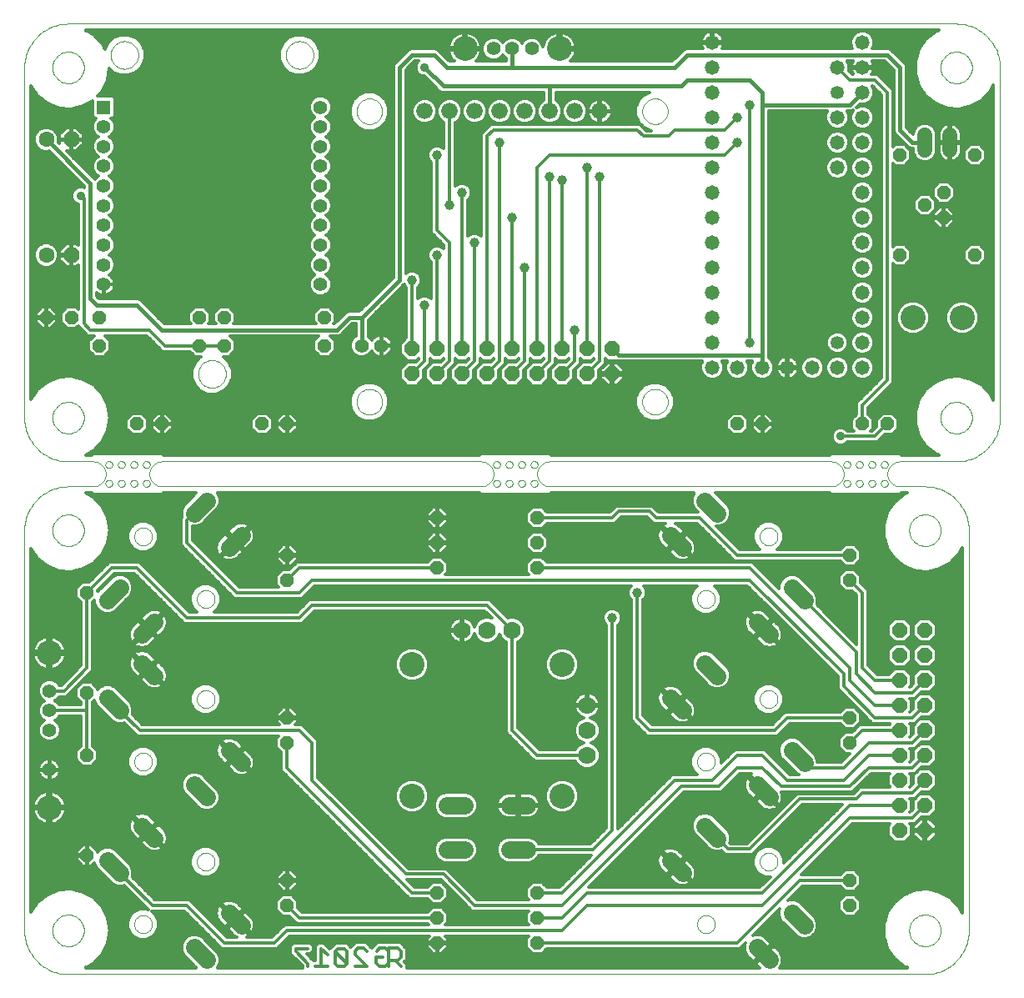
<source format=gbl>
G75*
G70*
%OFA0B0*%
%FSLAX24Y24*%
%IPPOS*%
%LPD*%
%AMOC8*
5,1,8,0,0,1.08239X$1,22.5*
%
%ADD10C,0.0000*%
%ADD11C,0.0560*%
%ADD12R,0.0560X0.0560*%
%ADD13C,0.0580*%
%ADD14OC8,0.0520*%
%ADD15C,0.0660*%
%ADD16OC8,0.0630*%
%ADD17C,0.0630*%
%ADD18C,0.1000*%
%ADD19OC8,0.0600*%
%ADD20C,0.0594*%
%ADD21C,0.0700*%
%ADD22C,0.0700*%
%ADD23C,0.0705*%
%ADD24C,0.0120*%
%ADD25C,0.0396*%
%ADD26C,0.0357*%
%ADD27C,0.0160*%
%ADD28C,0.0531*%
D10*
X001887Y002749D02*
X001887Y018749D01*
X003007Y018749D02*
X003009Y018799D01*
X003015Y018849D01*
X003025Y018898D01*
X003039Y018946D01*
X003056Y018993D01*
X003077Y019038D01*
X003102Y019082D01*
X003130Y019123D01*
X003162Y019162D01*
X003196Y019199D01*
X003233Y019233D01*
X003273Y019263D01*
X003315Y019290D01*
X003359Y019314D01*
X003405Y019335D01*
X003452Y019351D01*
X003500Y019364D01*
X003550Y019373D01*
X003599Y019378D01*
X003650Y019379D01*
X003700Y019376D01*
X003749Y019369D01*
X003798Y019358D01*
X003846Y019343D01*
X003892Y019325D01*
X003937Y019303D01*
X003980Y019277D01*
X004021Y019248D01*
X004060Y019216D01*
X004096Y019181D01*
X004128Y019143D01*
X004158Y019103D01*
X004185Y019060D01*
X004208Y019016D01*
X004227Y018970D01*
X004243Y018922D01*
X004255Y018873D01*
X004263Y018824D01*
X004267Y018774D01*
X004267Y018724D01*
X004263Y018674D01*
X004255Y018625D01*
X004243Y018576D01*
X004227Y018528D01*
X004208Y018482D01*
X004185Y018438D01*
X004158Y018395D01*
X004128Y018355D01*
X004096Y018317D01*
X004060Y018282D01*
X004021Y018250D01*
X003980Y018221D01*
X003937Y018195D01*
X003892Y018173D01*
X003846Y018155D01*
X003798Y018140D01*
X003749Y018129D01*
X003700Y018122D01*
X003650Y018119D01*
X003599Y018120D01*
X003550Y018125D01*
X003500Y018134D01*
X003452Y018147D01*
X003405Y018163D01*
X003359Y018184D01*
X003315Y018208D01*
X003273Y018235D01*
X003233Y018265D01*
X003196Y018299D01*
X003162Y018336D01*
X003130Y018375D01*
X003102Y018416D01*
X003077Y018460D01*
X003056Y018505D01*
X003039Y018552D01*
X003025Y018600D01*
X003015Y018649D01*
X003009Y018699D01*
X003007Y018749D01*
X001887Y018749D02*
X001889Y018832D01*
X001895Y018915D01*
X001905Y018998D01*
X001919Y019080D01*
X001936Y019162D01*
X001958Y019242D01*
X001983Y019321D01*
X002012Y019399D01*
X002045Y019476D01*
X002082Y019551D01*
X002121Y019624D01*
X002165Y019695D01*
X002211Y019764D01*
X002261Y019831D01*
X002314Y019895D01*
X002370Y019957D01*
X002429Y020016D01*
X002491Y020072D01*
X002555Y020125D01*
X002622Y020175D01*
X002691Y020221D01*
X002762Y020265D01*
X002835Y020304D01*
X002910Y020341D01*
X002987Y020374D01*
X003065Y020403D01*
X003144Y020428D01*
X003224Y020450D01*
X003306Y020467D01*
X003388Y020481D01*
X003471Y020491D01*
X003554Y020497D01*
X003637Y020499D01*
X004637Y020499D01*
X004681Y020501D01*
X004724Y020507D01*
X004766Y020516D01*
X004808Y020529D01*
X004848Y020546D01*
X004887Y020566D01*
X004924Y020589D01*
X004958Y020616D01*
X004991Y020645D01*
X005020Y020678D01*
X005047Y020712D01*
X005070Y020749D01*
X005090Y020788D01*
X005107Y020828D01*
X005120Y020870D01*
X005129Y020912D01*
X005135Y020955D01*
X005137Y020999D01*
X005124Y020624D02*
X005126Y020647D01*
X005132Y020670D01*
X005142Y020691D01*
X005155Y020711D01*
X005171Y020728D01*
X005190Y020742D01*
X005211Y020752D01*
X005233Y020759D01*
X005256Y020762D01*
X005280Y020761D01*
X005302Y020756D01*
X005324Y020747D01*
X005344Y020735D01*
X005362Y020719D01*
X005376Y020701D01*
X005388Y020681D01*
X005396Y020659D01*
X005400Y020636D01*
X005400Y020612D01*
X005396Y020589D01*
X005388Y020567D01*
X005376Y020547D01*
X005362Y020529D01*
X005344Y020513D01*
X005324Y020501D01*
X005302Y020492D01*
X005280Y020487D01*
X005256Y020486D01*
X005233Y020489D01*
X005211Y020496D01*
X005190Y020506D01*
X005171Y020520D01*
X005155Y020537D01*
X005142Y020557D01*
X005132Y020578D01*
X005126Y020601D01*
X005124Y020624D01*
X005137Y020999D02*
X005135Y021043D01*
X005129Y021086D01*
X005120Y021128D01*
X005107Y021170D01*
X005090Y021210D01*
X005070Y021249D01*
X005047Y021286D01*
X005020Y021320D01*
X004991Y021353D01*
X004958Y021382D01*
X004924Y021409D01*
X004887Y021432D01*
X004848Y021452D01*
X004808Y021469D01*
X004766Y021482D01*
X004724Y021491D01*
X004681Y021497D01*
X004637Y021499D01*
X003637Y021499D01*
X005124Y021374D02*
X005126Y021397D01*
X005132Y021420D01*
X005142Y021441D01*
X005155Y021461D01*
X005171Y021478D01*
X005190Y021492D01*
X005211Y021502D01*
X005233Y021509D01*
X005256Y021512D01*
X005280Y021511D01*
X005302Y021506D01*
X005324Y021497D01*
X005344Y021485D01*
X005362Y021469D01*
X005376Y021451D01*
X005388Y021431D01*
X005396Y021409D01*
X005400Y021386D01*
X005400Y021362D01*
X005396Y021339D01*
X005388Y021317D01*
X005376Y021297D01*
X005362Y021279D01*
X005344Y021263D01*
X005324Y021251D01*
X005302Y021242D01*
X005280Y021237D01*
X005256Y021236D01*
X005233Y021239D01*
X005211Y021246D01*
X005190Y021256D01*
X005171Y021270D01*
X005155Y021287D01*
X005142Y021307D01*
X005132Y021328D01*
X005126Y021351D01*
X005124Y021374D01*
X005624Y021374D02*
X005626Y021397D01*
X005632Y021420D01*
X005642Y021441D01*
X005655Y021461D01*
X005671Y021478D01*
X005690Y021492D01*
X005711Y021502D01*
X005733Y021509D01*
X005756Y021512D01*
X005780Y021511D01*
X005802Y021506D01*
X005824Y021497D01*
X005844Y021485D01*
X005862Y021469D01*
X005876Y021451D01*
X005888Y021431D01*
X005896Y021409D01*
X005900Y021386D01*
X005900Y021362D01*
X005896Y021339D01*
X005888Y021317D01*
X005876Y021297D01*
X005862Y021279D01*
X005844Y021263D01*
X005824Y021251D01*
X005802Y021242D01*
X005780Y021237D01*
X005756Y021236D01*
X005733Y021239D01*
X005711Y021246D01*
X005690Y021256D01*
X005671Y021270D01*
X005655Y021287D01*
X005642Y021307D01*
X005632Y021328D01*
X005626Y021351D01*
X005624Y021374D01*
X006124Y021374D02*
X006126Y021397D01*
X006132Y021420D01*
X006142Y021441D01*
X006155Y021461D01*
X006171Y021478D01*
X006190Y021492D01*
X006211Y021502D01*
X006233Y021509D01*
X006256Y021512D01*
X006280Y021511D01*
X006302Y021506D01*
X006324Y021497D01*
X006344Y021485D01*
X006362Y021469D01*
X006376Y021451D01*
X006388Y021431D01*
X006396Y021409D01*
X006400Y021386D01*
X006400Y021362D01*
X006396Y021339D01*
X006388Y021317D01*
X006376Y021297D01*
X006362Y021279D01*
X006344Y021263D01*
X006324Y021251D01*
X006302Y021242D01*
X006280Y021237D01*
X006256Y021236D01*
X006233Y021239D01*
X006211Y021246D01*
X006190Y021256D01*
X006171Y021270D01*
X006155Y021287D01*
X006142Y021307D01*
X006132Y021328D01*
X006126Y021351D01*
X006124Y021374D01*
X006624Y021374D02*
X006626Y021397D01*
X006632Y021420D01*
X006642Y021441D01*
X006655Y021461D01*
X006671Y021478D01*
X006690Y021492D01*
X006711Y021502D01*
X006733Y021509D01*
X006756Y021512D01*
X006780Y021511D01*
X006802Y021506D01*
X006824Y021497D01*
X006844Y021485D01*
X006862Y021469D01*
X006876Y021451D01*
X006888Y021431D01*
X006896Y021409D01*
X006900Y021386D01*
X006900Y021362D01*
X006896Y021339D01*
X006888Y021317D01*
X006876Y021297D01*
X006862Y021279D01*
X006844Y021263D01*
X006824Y021251D01*
X006802Y021242D01*
X006780Y021237D01*
X006756Y021236D01*
X006733Y021239D01*
X006711Y021246D01*
X006690Y021256D01*
X006671Y021270D01*
X006655Y021287D01*
X006642Y021307D01*
X006632Y021328D01*
X006626Y021351D01*
X006624Y021374D01*
X006624Y020624D02*
X006626Y020647D01*
X006632Y020670D01*
X006642Y020691D01*
X006655Y020711D01*
X006671Y020728D01*
X006690Y020742D01*
X006711Y020752D01*
X006733Y020759D01*
X006756Y020762D01*
X006780Y020761D01*
X006802Y020756D01*
X006824Y020747D01*
X006844Y020735D01*
X006862Y020719D01*
X006876Y020701D01*
X006888Y020681D01*
X006896Y020659D01*
X006900Y020636D01*
X006900Y020612D01*
X006896Y020589D01*
X006888Y020567D01*
X006876Y020547D01*
X006862Y020529D01*
X006844Y020513D01*
X006824Y020501D01*
X006802Y020492D01*
X006780Y020487D01*
X006756Y020486D01*
X006733Y020489D01*
X006711Y020496D01*
X006690Y020506D01*
X006671Y020520D01*
X006655Y020537D01*
X006642Y020557D01*
X006632Y020578D01*
X006626Y020601D01*
X006624Y020624D01*
X006124Y020624D02*
X006126Y020647D01*
X006132Y020670D01*
X006142Y020691D01*
X006155Y020711D01*
X006171Y020728D01*
X006190Y020742D01*
X006211Y020752D01*
X006233Y020759D01*
X006256Y020762D01*
X006280Y020761D01*
X006302Y020756D01*
X006324Y020747D01*
X006344Y020735D01*
X006362Y020719D01*
X006376Y020701D01*
X006388Y020681D01*
X006396Y020659D01*
X006400Y020636D01*
X006400Y020612D01*
X006396Y020589D01*
X006388Y020567D01*
X006376Y020547D01*
X006362Y020529D01*
X006344Y020513D01*
X006324Y020501D01*
X006302Y020492D01*
X006280Y020487D01*
X006256Y020486D01*
X006233Y020489D01*
X006211Y020496D01*
X006190Y020506D01*
X006171Y020520D01*
X006155Y020537D01*
X006142Y020557D01*
X006132Y020578D01*
X006126Y020601D01*
X006124Y020624D01*
X005624Y020624D02*
X005626Y020647D01*
X005632Y020670D01*
X005642Y020691D01*
X005655Y020711D01*
X005671Y020728D01*
X005690Y020742D01*
X005711Y020752D01*
X005733Y020759D01*
X005756Y020762D01*
X005780Y020761D01*
X005802Y020756D01*
X005824Y020747D01*
X005844Y020735D01*
X005862Y020719D01*
X005876Y020701D01*
X005888Y020681D01*
X005896Y020659D01*
X005900Y020636D01*
X005900Y020612D01*
X005896Y020589D01*
X005888Y020567D01*
X005876Y020547D01*
X005862Y020529D01*
X005844Y020513D01*
X005824Y020501D01*
X005802Y020492D01*
X005780Y020487D01*
X005756Y020486D01*
X005733Y020489D01*
X005711Y020496D01*
X005690Y020506D01*
X005671Y020520D01*
X005655Y020537D01*
X005642Y020557D01*
X005632Y020578D01*
X005626Y020601D01*
X005624Y020624D01*
X007387Y020499D02*
X020137Y020499D01*
X020181Y020501D01*
X020224Y020507D01*
X020266Y020516D01*
X020308Y020529D01*
X020348Y020546D01*
X020387Y020566D01*
X020424Y020589D01*
X020458Y020616D01*
X020491Y020645D01*
X020520Y020678D01*
X020547Y020712D01*
X020570Y020749D01*
X020590Y020788D01*
X020607Y020828D01*
X020620Y020870D01*
X020629Y020912D01*
X020635Y020955D01*
X020637Y020999D01*
X020624Y020624D02*
X020626Y020647D01*
X020632Y020670D01*
X020642Y020691D01*
X020655Y020711D01*
X020671Y020728D01*
X020690Y020742D01*
X020711Y020752D01*
X020733Y020759D01*
X020756Y020762D01*
X020780Y020761D01*
X020802Y020756D01*
X020824Y020747D01*
X020844Y020735D01*
X020862Y020719D01*
X020876Y020701D01*
X020888Y020681D01*
X020896Y020659D01*
X020900Y020636D01*
X020900Y020612D01*
X020896Y020589D01*
X020888Y020567D01*
X020876Y020547D01*
X020862Y020529D01*
X020844Y020513D01*
X020824Y020501D01*
X020802Y020492D01*
X020780Y020487D01*
X020756Y020486D01*
X020733Y020489D01*
X020711Y020496D01*
X020690Y020506D01*
X020671Y020520D01*
X020655Y020537D01*
X020642Y020557D01*
X020632Y020578D01*
X020626Y020601D01*
X020624Y020624D01*
X021124Y020624D02*
X021126Y020647D01*
X021132Y020670D01*
X021142Y020691D01*
X021155Y020711D01*
X021171Y020728D01*
X021190Y020742D01*
X021211Y020752D01*
X021233Y020759D01*
X021256Y020762D01*
X021280Y020761D01*
X021302Y020756D01*
X021324Y020747D01*
X021344Y020735D01*
X021362Y020719D01*
X021376Y020701D01*
X021388Y020681D01*
X021396Y020659D01*
X021400Y020636D01*
X021400Y020612D01*
X021396Y020589D01*
X021388Y020567D01*
X021376Y020547D01*
X021362Y020529D01*
X021344Y020513D01*
X021324Y020501D01*
X021302Y020492D01*
X021280Y020487D01*
X021256Y020486D01*
X021233Y020489D01*
X021211Y020496D01*
X021190Y020506D01*
X021171Y020520D01*
X021155Y020537D01*
X021142Y020557D01*
X021132Y020578D01*
X021126Y020601D01*
X021124Y020624D01*
X021624Y020624D02*
X021626Y020647D01*
X021632Y020670D01*
X021642Y020691D01*
X021655Y020711D01*
X021671Y020728D01*
X021690Y020742D01*
X021711Y020752D01*
X021733Y020759D01*
X021756Y020762D01*
X021780Y020761D01*
X021802Y020756D01*
X021824Y020747D01*
X021844Y020735D01*
X021862Y020719D01*
X021876Y020701D01*
X021888Y020681D01*
X021896Y020659D01*
X021900Y020636D01*
X021900Y020612D01*
X021896Y020589D01*
X021888Y020567D01*
X021876Y020547D01*
X021862Y020529D01*
X021844Y020513D01*
X021824Y020501D01*
X021802Y020492D01*
X021780Y020487D01*
X021756Y020486D01*
X021733Y020489D01*
X021711Y020496D01*
X021690Y020506D01*
X021671Y020520D01*
X021655Y020537D01*
X021642Y020557D01*
X021632Y020578D01*
X021626Y020601D01*
X021624Y020624D01*
X022124Y020624D02*
X022126Y020647D01*
X022132Y020670D01*
X022142Y020691D01*
X022155Y020711D01*
X022171Y020728D01*
X022190Y020742D01*
X022211Y020752D01*
X022233Y020759D01*
X022256Y020762D01*
X022280Y020761D01*
X022302Y020756D01*
X022324Y020747D01*
X022344Y020735D01*
X022362Y020719D01*
X022376Y020701D01*
X022388Y020681D01*
X022396Y020659D01*
X022400Y020636D01*
X022400Y020612D01*
X022396Y020589D01*
X022388Y020567D01*
X022376Y020547D01*
X022362Y020529D01*
X022344Y020513D01*
X022324Y020501D01*
X022302Y020492D01*
X022280Y020487D01*
X022256Y020486D01*
X022233Y020489D01*
X022211Y020496D01*
X022190Y020506D01*
X022171Y020520D01*
X022155Y020537D01*
X022142Y020557D01*
X022132Y020578D01*
X022126Y020601D01*
X022124Y020624D01*
X022124Y021374D02*
X022126Y021397D01*
X022132Y021420D01*
X022142Y021441D01*
X022155Y021461D01*
X022171Y021478D01*
X022190Y021492D01*
X022211Y021502D01*
X022233Y021509D01*
X022256Y021512D01*
X022280Y021511D01*
X022302Y021506D01*
X022324Y021497D01*
X022344Y021485D01*
X022362Y021469D01*
X022376Y021451D01*
X022388Y021431D01*
X022396Y021409D01*
X022400Y021386D01*
X022400Y021362D01*
X022396Y021339D01*
X022388Y021317D01*
X022376Y021297D01*
X022362Y021279D01*
X022344Y021263D01*
X022324Y021251D01*
X022302Y021242D01*
X022280Y021237D01*
X022256Y021236D01*
X022233Y021239D01*
X022211Y021246D01*
X022190Y021256D01*
X022171Y021270D01*
X022155Y021287D01*
X022142Y021307D01*
X022132Y021328D01*
X022126Y021351D01*
X022124Y021374D01*
X021624Y021374D02*
X021626Y021397D01*
X021632Y021420D01*
X021642Y021441D01*
X021655Y021461D01*
X021671Y021478D01*
X021690Y021492D01*
X021711Y021502D01*
X021733Y021509D01*
X021756Y021512D01*
X021780Y021511D01*
X021802Y021506D01*
X021824Y021497D01*
X021844Y021485D01*
X021862Y021469D01*
X021876Y021451D01*
X021888Y021431D01*
X021896Y021409D01*
X021900Y021386D01*
X021900Y021362D01*
X021896Y021339D01*
X021888Y021317D01*
X021876Y021297D01*
X021862Y021279D01*
X021844Y021263D01*
X021824Y021251D01*
X021802Y021242D01*
X021780Y021237D01*
X021756Y021236D01*
X021733Y021239D01*
X021711Y021246D01*
X021690Y021256D01*
X021671Y021270D01*
X021655Y021287D01*
X021642Y021307D01*
X021632Y021328D01*
X021626Y021351D01*
X021624Y021374D01*
X021124Y021374D02*
X021126Y021397D01*
X021132Y021420D01*
X021142Y021441D01*
X021155Y021461D01*
X021171Y021478D01*
X021190Y021492D01*
X021211Y021502D01*
X021233Y021509D01*
X021256Y021512D01*
X021280Y021511D01*
X021302Y021506D01*
X021324Y021497D01*
X021344Y021485D01*
X021362Y021469D01*
X021376Y021451D01*
X021388Y021431D01*
X021396Y021409D01*
X021400Y021386D01*
X021400Y021362D01*
X021396Y021339D01*
X021388Y021317D01*
X021376Y021297D01*
X021362Y021279D01*
X021344Y021263D01*
X021324Y021251D01*
X021302Y021242D01*
X021280Y021237D01*
X021256Y021236D01*
X021233Y021239D01*
X021211Y021246D01*
X021190Y021256D01*
X021171Y021270D01*
X021155Y021287D01*
X021142Y021307D01*
X021132Y021328D01*
X021126Y021351D01*
X021124Y021374D01*
X020624Y021374D02*
X020626Y021397D01*
X020632Y021420D01*
X020642Y021441D01*
X020655Y021461D01*
X020671Y021478D01*
X020690Y021492D01*
X020711Y021502D01*
X020733Y021509D01*
X020756Y021512D01*
X020780Y021511D01*
X020802Y021506D01*
X020824Y021497D01*
X020844Y021485D01*
X020862Y021469D01*
X020876Y021451D01*
X020888Y021431D01*
X020896Y021409D01*
X020900Y021386D01*
X020900Y021362D01*
X020896Y021339D01*
X020888Y021317D01*
X020876Y021297D01*
X020862Y021279D01*
X020844Y021263D01*
X020824Y021251D01*
X020802Y021242D01*
X020780Y021237D01*
X020756Y021236D01*
X020733Y021239D01*
X020711Y021246D01*
X020690Y021256D01*
X020671Y021270D01*
X020655Y021287D01*
X020642Y021307D01*
X020632Y021328D01*
X020626Y021351D01*
X020624Y021374D01*
X020137Y021499D02*
X007387Y021499D01*
X006887Y020999D02*
X006889Y020955D01*
X006895Y020912D01*
X006904Y020870D01*
X006917Y020828D01*
X006934Y020788D01*
X006954Y020749D01*
X006977Y020712D01*
X007004Y020678D01*
X007033Y020645D01*
X007066Y020616D01*
X007100Y020589D01*
X007137Y020566D01*
X007176Y020546D01*
X007216Y020529D01*
X007258Y020516D01*
X007300Y020507D01*
X007343Y020501D01*
X007387Y020499D01*
X006887Y020999D02*
X006889Y021043D01*
X006895Y021086D01*
X006904Y021128D01*
X006917Y021170D01*
X006934Y021210D01*
X006954Y021249D01*
X006977Y021286D01*
X007004Y021320D01*
X007033Y021353D01*
X007066Y021382D01*
X007100Y021409D01*
X007137Y021432D01*
X007176Y021452D01*
X007216Y021469D01*
X007258Y021482D01*
X007300Y021491D01*
X007343Y021497D01*
X007387Y021499D01*
X006280Y018501D02*
X006282Y018538D01*
X006288Y018575D01*
X006297Y018611D01*
X006311Y018645D01*
X006328Y018678D01*
X006348Y018710D01*
X006371Y018739D01*
X006397Y018765D01*
X006426Y018788D01*
X006457Y018808D01*
X006491Y018825D01*
X006525Y018839D01*
X006561Y018848D01*
X006598Y018854D01*
X006635Y018856D01*
X006672Y018854D01*
X006709Y018848D01*
X006745Y018839D01*
X006779Y018825D01*
X006812Y018808D01*
X006844Y018788D01*
X006873Y018765D01*
X006899Y018739D01*
X006922Y018710D01*
X006942Y018679D01*
X006959Y018645D01*
X006973Y018611D01*
X006982Y018575D01*
X006988Y018538D01*
X006990Y018501D01*
X006988Y018464D01*
X006982Y018427D01*
X006973Y018391D01*
X006959Y018357D01*
X006942Y018324D01*
X006922Y018292D01*
X006899Y018263D01*
X006873Y018237D01*
X006844Y018214D01*
X006813Y018194D01*
X006779Y018177D01*
X006745Y018163D01*
X006709Y018154D01*
X006672Y018148D01*
X006635Y018146D01*
X006598Y018148D01*
X006561Y018154D01*
X006525Y018163D01*
X006491Y018177D01*
X006458Y018194D01*
X006426Y018214D01*
X006397Y018237D01*
X006371Y018263D01*
X006348Y018292D01*
X006328Y018323D01*
X006311Y018357D01*
X006297Y018391D01*
X006288Y018427D01*
X006282Y018464D01*
X006280Y018501D01*
X008784Y015998D02*
X008786Y016035D01*
X008792Y016072D01*
X008801Y016108D01*
X008815Y016142D01*
X008832Y016175D01*
X008852Y016207D01*
X008875Y016236D01*
X008901Y016262D01*
X008930Y016285D01*
X008961Y016305D01*
X008995Y016322D01*
X009029Y016336D01*
X009065Y016345D01*
X009102Y016351D01*
X009139Y016353D01*
X009176Y016351D01*
X009213Y016345D01*
X009249Y016336D01*
X009283Y016322D01*
X009316Y016305D01*
X009348Y016285D01*
X009377Y016262D01*
X009403Y016236D01*
X009426Y016207D01*
X009446Y016176D01*
X009463Y016142D01*
X009477Y016108D01*
X009486Y016072D01*
X009492Y016035D01*
X009494Y015998D01*
X009492Y015961D01*
X009486Y015924D01*
X009477Y015888D01*
X009463Y015854D01*
X009446Y015821D01*
X009426Y015789D01*
X009403Y015760D01*
X009377Y015734D01*
X009348Y015711D01*
X009317Y015691D01*
X009283Y015674D01*
X009249Y015660D01*
X009213Y015651D01*
X009176Y015645D01*
X009139Y015643D01*
X009102Y015645D01*
X009065Y015651D01*
X009029Y015660D01*
X008995Y015674D01*
X008962Y015691D01*
X008930Y015711D01*
X008901Y015734D01*
X008875Y015760D01*
X008852Y015789D01*
X008832Y015820D01*
X008815Y015854D01*
X008801Y015888D01*
X008792Y015924D01*
X008786Y015961D01*
X008784Y015998D01*
X008784Y012001D02*
X008786Y012038D01*
X008792Y012075D01*
X008801Y012111D01*
X008815Y012145D01*
X008832Y012178D01*
X008852Y012210D01*
X008875Y012239D01*
X008901Y012265D01*
X008930Y012288D01*
X008961Y012308D01*
X008995Y012325D01*
X009029Y012339D01*
X009065Y012348D01*
X009102Y012354D01*
X009139Y012356D01*
X009176Y012354D01*
X009213Y012348D01*
X009249Y012339D01*
X009283Y012325D01*
X009316Y012308D01*
X009348Y012288D01*
X009377Y012265D01*
X009403Y012239D01*
X009426Y012210D01*
X009446Y012179D01*
X009463Y012145D01*
X009477Y012111D01*
X009486Y012075D01*
X009492Y012038D01*
X009494Y012001D01*
X009492Y011964D01*
X009486Y011927D01*
X009477Y011891D01*
X009463Y011857D01*
X009446Y011824D01*
X009426Y011792D01*
X009403Y011763D01*
X009377Y011737D01*
X009348Y011714D01*
X009317Y011694D01*
X009283Y011677D01*
X009249Y011663D01*
X009213Y011654D01*
X009176Y011648D01*
X009139Y011646D01*
X009102Y011648D01*
X009065Y011654D01*
X009029Y011663D01*
X008995Y011677D01*
X008962Y011694D01*
X008930Y011714D01*
X008901Y011737D01*
X008875Y011763D01*
X008852Y011792D01*
X008832Y011823D01*
X008815Y011857D01*
X008801Y011891D01*
X008792Y011927D01*
X008786Y011964D01*
X008784Y012001D01*
X006280Y009498D02*
X006282Y009535D01*
X006288Y009572D01*
X006297Y009608D01*
X006311Y009642D01*
X006328Y009675D01*
X006348Y009707D01*
X006371Y009736D01*
X006397Y009762D01*
X006426Y009785D01*
X006457Y009805D01*
X006491Y009822D01*
X006525Y009836D01*
X006561Y009845D01*
X006598Y009851D01*
X006635Y009853D01*
X006672Y009851D01*
X006709Y009845D01*
X006745Y009836D01*
X006779Y009822D01*
X006812Y009805D01*
X006844Y009785D01*
X006873Y009762D01*
X006899Y009736D01*
X006922Y009707D01*
X006942Y009676D01*
X006959Y009642D01*
X006973Y009608D01*
X006982Y009572D01*
X006988Y009535D01*
X006990Y009498D01*
X006988Y009461D01*
X006982Y009424D01*
X006973Y009388D01*
X006959Y009354D01*
X006942Y009321D01*
X006922Y009289D01*
X006899Y009260D01*
X006873Y009234D01*
X006844Y009211D01*
X006813Y009191D01*
X006779Y009174D01*
X006745Y009160D01*
X006709Y009151D01*
X006672Y009145D01*
X006635Y009143D01*
X006598Y009145D01*
X006561Y009151D01*
X006525Y009160D01*
X006491Y009174D01*
X006458Y009191D01*
X006426Y009211D01*
X006397Y009234D01*
X006371Y009260D01*
X006348Y009289D01*
X006328Y009320D01*
X006311Y009354D01*
X006297Y009388D01*
X006288Y009424D01*
X006282Y009461D01*
X006280Y009498D01*
X008784Y005501D02*
X008786Y005538D01*
X008792Y005575D01*
X008801Y005611D01*
X008815Y005645D01*
X008832Y005678D01*
X008852Y005710D01*
X008875Y005739D01*
X008901Y005765D01*
X008930Y005788D01*
X008961Y005808D01*
X008995Y005825D01*
X009029Y005839D01*
X009065Y005848D01*
X009102Y005854D01*
X009139Y005856D01*
X009176Y005854D01*
X009213Y005848D01*
X009249Y005839D01*
X009283Y005825D01*
X009316Y005808D01*
X009348Y005788D01*
X009377Y005765D01*
X009403Y005739D01*
X009426Y005710D01*
X009446Y005679D01*
X009463Y005645D01*
X009477Y005611D01*
X009486Y005575D01*
X009492Y005538D01*
X009494Y005501D01*
X009492Y005464D01*
X009486Y005427D01*
X009477Y005391D01*
X009463Y005357D01*
X009446Y005324D01*
X009426Y005292D01*
X009403Y005263D01*
X009377Y005237D01*
X009348Y005214D01*
X009317Y005194D01*
X009283Y005177D01*
X009249Y005163D01*
X009213Y005154D01*
X009176Y005148D01*
X009139Y005146D01*
X009102Y005148D01*
X009065Y005154D01*
X009029Y005163D01*
X008995Y005177D01*
X008962Y005194D01*
X008930Y005214D01*
X008901Y005237D01*
X008875Y005263D01*
X008852Y005292D01*
X008832Y005323D01*
X008815Y005357D01*
X008801Y005391D01*
X008792Y005427D01*
X008786Y005464D01*
X008784Y005501D01*
X006280Y002998D02*
X006282Y003035D01*
X006288Y003072D01*
X006297Y003108D01*
X006311Y003142D01*
X006328Y003175D01*
X006348Y003207D01*
X006371Y003236D01*
X006397Y003262D01*
X006426Y003285D01*
X006457Y003305D01*
X006491Y003322D01*
X006525Y003336D01*
X006561Y003345D01*
X006598Y003351D01*
X006635Y003353D01*
X006672Y003351D01*
X006709Y003345D01*
X006745Y003336D01*
X006779Y003322D01*
X006812Y003305D01*
X006844Y003285D01*
X006873Y003262D01*
X006899Y003236D01*
X006922Y003207D01*
X006942Y003176D01*
X006959Y003142D01*
X006973Y003108D01*
X006982Y003072D01*
X006988Y003035D01*
X006990Y002998D01*
X006988Y002961D01*
X006982Y002924D01*
X006973Y002888D01*
X006959Y002854D01*
X006942Y002821D01*
X006922Y002789D01*
X006899Y002760D01*
X006873Y002734D01*
X006844Y002711D01*
X006813Y002691D01*
X006779Y002674D01*
X006745Y002660D01*
X006709Y002651D01*
X006672Y002645D01*
X006635Y002643D01*
X006598Y002645D01*
X006561Y002651D01*
X006525Y002660D01*
X006491Y002674D01*
X006458Y002691D01*
X006426Y002711D01*
X006397Y002734D01*
X006371Y002760D01*
X006348Y002789D01*
X006328Y002820D01*
X006311Y002854D01*
X006297Y002888D01*
X006288Y002924D01*
X006282Y002961D01*
X006280Y002998D01*
X003007Y002749D02*
X003009Y002799D01*
X003015Y002849D01*
X003025Y002898D01*
X003039Y002946D01*
X003056Y002993D01*
X003077Y003038D01*
X003102Y003082D01*
X003130Y003123D01*
X003162Y003162D01*
X003196Y003199D01*
X003233Y003233D01*
X003273Y003263D01*
X003315Y003290D01*
X003359Y003314D01*
X003405Y003335D01*
X003452Y003351D01*
X003500Y003364D01*
X003550Y003373D01*
X003599Y003378D01*
X003650Y003379D01*
X003700Y003376D01*
X003749Y003369D01*
X003798Y003358D01*
X003846Y003343D01*
X003892Y003325D01*
X003937Y003303D01*
X003980Y003277D01*
X004021Y003248D01*
X004060Y003216D01*
X004096Y003181D01*
X004128Y003143D01*
X004158Y003103D01*
X004185Y003060D01*
X004208Y003016D01*
X004227Y002970D01*
X004243Y002922D01*
X004255Y002873D01*
X004263Y002824D01*
X004267Y002774D01*
X004267Y002724D01*
X004263Y002674D01*
X004255Y002625D01*
X004243Y002576D01*
X004227Y002528D01*
X004208Y002482D01*
X004185Y002438D01*
X004158Y002395D01*
X004128Y002355D01*
X004096Y002317D01*
X004060Y002282D01*
X004021Y002250D01*
X003980Y002221D01*
X003937Y002195D01*
X003892Y002173D01*
X003846Y002155D01*
X003798Y002140D01*
X003749Y002129D01*
X003700Y002122D01*
X003650Y002119D01*
X003599Y002120D01*
X003550Y002125D01*
X003500Y002134D01*
X003452Y002147D01*
X003405Y002163D01*
X003359Y002184D01*
X003315Y002208D01*
X003273Y002235D01*
X003233Y002265D01*
X003196Y002299D01*
X003162Y002336D01*
X003130Y002375D01*
X003102Y002416D01*
X003077Y002460D01*
X003056Y002505D01*
X003039Y002552D01*
X003025Y002600D01*
X003015Y002649D01*
X003009Y002699D01*
X003007Y002749D01*
X001887Y002749D02*
X001889Y002666D01*
X001895Y002583D01*
X001905Y002500D01*
X001919Y002418D01*
X001936Y002336D01*
X001958Y002256D01*
X001983Y002177D01*
X002012Y002099D01*
X002045Y002022D01*
X002082Y001947D01*
X002121Y001874D01*
X002165Y001803D01*
X002211Y001734D01*
X002261Y001667D01*
X002314Y001603D01*
X002370Y001541D01*
X002429Y001482D01*
X002491Y001426D01*
X002555Y001373D01*
X002622Y001323D01*
X002691Y001277D01*
X002762Y001233D01*
X002835Y001194D01*
X002910Y001157D01*
X002987Y001124D01*
X003065Y001095D01*
X003144Y001070D01*
X003224Y001048D01*
X003306Y001031D01*
X003388Y001017D01*
X003471Y001007D01*
X003554Y001001D01*
X003637Y000999D01*
X037887Y000999D01*
X037257Y002749D02*
X037259Y002799D01*
X037265Y002849D01*
X037275Y002898D01*
X037289Y002946D01*
X037306Y002993D01*
X037327Y003038D01*
X037352Y003082D01*
X037380Y003123D01*
X037412Y003162D01*
X037446Y003199D01*
X037483Y003233D01*
X037523Y003263D01*
X037565Y003290D01*
X037609Y003314D01*
X037655Y003335D01*
X037702Y003351D01*
X037750Y003364D01*
X037800Y003373D01*
X037849Y003378D01*
X037900Y003379D01*
X037950Y003376D01*
X037999Y003369D01*
X038048Y003358D01*
X038096Y003343D01*
X038142Y003325D01*
X038187Y003303D01*
X038230Y003277D01*
X038271Y003248D01*
X038310Y003216D01*
X038346Y003181D01*
X038378Y003143D01*
X038408Y003103D01*
X038435Y003060D01*
X038458Y003016D01*
X038477Y002970D01*
X038493Y002922D01*
X038505Y002873D01*
X038513Y002824D01*
X038517Y002774D01*
X038517Y002724D01*
X038513Y002674D01*
X038505Y002625D01*
X038493Y002576D01*
X038477Y002528D01*
X038458Y002482D01*
X038435Y002438D01*
X038408Y002395D01*
X038378Y002355D01*
X038346Y002317D01*
X038310Y002282D01*
X038271Y002250D01*
X038230Y002221D01*
X038187Y002195D01*
X038142Y002173D01*
X038096Y002155D01*
X038048Y002140D01*
X037999Y002129D01*
X037950Y002122D01*
X037900Y002119D01*
X037849Y002120D01*
X037800Y002125D01*
X037750Y002134D01*
X037702Y002147D01*
X037655Y002163D01*
X037609Y002184D01*
X037565Y002208D01*
X037523Y002235D01*
X037483Y002265D01*
X037446Y002299D01*
X037412Y002336D01*
X037380Y002375D01*
X037352Y002416D01*
X037327Y002460D01*
X037306Y002505D01*
X037289Y002552D01*
X037275Y002600D01*
X037265Y002649D01*
X037259Y002699D01*
X037257Y002749D01*
X037887Y000999D02*
X037970Y001001D01*
X038053Y001007D01*
X038136Y001017D01*
X038218Y001031D01*
X038300Y001048D01*
X038380Y001070D01*
X038459Y001095D01*
X038537Y001124D01*
X038614Y001157D01*
X038689Y001194D01*
X038762Y001233D01*
X038833Y001277D01*
X038902Y001323D01*
X038969Y001373D01*
X039033Y001426D01*
X039095Y001482D01*
X039154Y001541D01*
X039210Y001603D01*
X039263Y001667D01*
X039313Y001734D01*
X039359Y001803D01*
X039403Y001874D01*
X039442Y001947D01*
X039479Y002022D01*
X039512Y002099D01*
X039541Y002177D01*
X039566Y002256D01*
X039588Y002336D01*
X039605Y002418D01*
X039619Y002500D01*
X039629Y002583D01*
X039635Y002666D01*
X039637Y002749D01*
X039637Y018749D01*
X037257Y018749D02*
X037259Y018799D01*
X037265Y018849D01*
X037275Y018898D01*
X037289Y018946D01*
X037306Y018993D01*
X037327Y019038D01*
X037352Y019082D01*
X037380Y019123D01*
X037412Y019162D01*
X037446Y019199D01*
X037483Y019233D01*
X037523Y019263D01*
X037565Y019290D01*
X037609Y019314D01*
X037655Y019335D01*
X037702Y019351D01*
X037750Y019364D01*
X037800Y019373D01*
X037849Y019378D01*
X037900Y019379D01*
X037950Y019376D01*
X037999Y019369D01*
X038048Y019358D01*
X038096Y019343D01*
X038142Y019325D01*
X038187Y019303D01*
X038230Y019277D01*
X038271Y019248D01*
X038310Y019216D01*
X038346Y019181D01*
X038378Y019143D01*
X038408Y019103D01*
X038435Y019060D01*
X038458Y019016D01*
X038477Y018970D01*
X038493Y018922D01*
X038505Y018873D01*
X038513Y018824D01*
X038517Y018774D01*
X038517Y018724D01*
X038513Y018674D01*
X038505Y018625D01*
X038493Y018576D01*
X038477Y018528D01*
X038458Y018482D01*
X038435Y018438D01*
X038408Y018395D01*
X038378Y018355D01*
X038346Y018317D01*
X038310Y018282D01*
X038271Y018250D01*
X038230Y018221D01*
X038187Y018195D01*
X038142Y018173D01*
X038096Y018155D01*
X038048Y018140D01*
X037999Y018129D01*
X037950Y018122D01*
X037900Y018119D01*
X037849Y018120D01*
X037800Y018125D01*
X037750Y018134D01*
X037702Y018147D01*
X037655Y018163D01*
X037609Y018184D01*
X037565Y018208D01*
X037523Y018235D01*
X037483Y018265D01*
X037446Y018299D01*
X037412Y018336D01*
X037380Y018375D01*
X037352Y018416D01*
X037327Y018460D01*
X037306Y018505D01*
X037289Y018552D01*
X037275Y018600D01*
X037265Y018649D01*
X037259Y018699D01*
X037257Y018749D01*
X037887Y020499D02*
X037970Y020497D01*
X038053Y020491D01*
X038136Y020481D01*
X038218Y020467D01*
X038300Y020450D01*
X038380Y020428D01*
X038459Y020403D01*
X038537Y020374D01*
X038614Y020341D01*
X038689Y020304D01*
X038762Y020265D01*
X038833Y020221D01*
X038902Y020175D01*
X038969Y020125D01*
X039033Y020072D01*
X039095Y020016D01*
X039154Y019957D01*
X039210Y019895D01*
X039263Y019831D01*
X039313Y019764D01*
X039359Y019695D01*
X039403Y019624D01*
X039442Y019551D01*
X039479Y019476D01*
X039512Y019399D01*
X039541Y019321D01*
X039566Y019242D01*
X039588Y019162D01*
X039605Y019080D01*
X039619Y018998D01*
X039629Y018915D01*
X039635Y018832D01*
X039637Y018749D01*
X037887Y020499D02*
X036887Y020499D01*
X036387Y020999D02*
X036389Y021043D01*
X036395Y021086D01*
X036404Y021128D01*
X036417Y021170D01*
X036434Y021210D01*
X036454Y021249D01*
X036477Y021286D01*
X036504Y021320D01*
X036533Y021353D01*
X036566Y021382D01*
X036600Y021409D01*
X036637Y021432D01*
X036676Y021452D01*
X036716Y021469D01*
X036758Y021482D01*
X036800Y021491D01*
X036843Y021497D01*
X036887Y021499D01*
X039137Y021499D01*
X038507Y023249D02*
X038509Y023299D01*
X038515Y023349D01*
X038525Y023398D01*
X038539Y023446D01*
X038556Y023493D01*
X038577Y023538D01*
X038602Y023582D01*
X038630Y023623D01*
X038662Y023662D01*
X038696Y023699D01*
X038733Y023733D01*
X038773Y023763D01*
X038815Y023790D01*
X038859Y023814D01*
X038905Y023835D01*
X038952Y023851D01*
X039000Y023864D01*
X039050Y023873D01*
X039099Y023878D01*
X039150Y023879D01*
X039200Y023876D01*
X039249Y023869D01*
X039298Y023858D01*
X039346Y023843D01*
X039392Y023825D01*
X039437Y023803D01*
X039480Y023777D01*
X039521Y023748D01*
X039560Y023716D01*
X039596Y023681D01*
X039628Y023643D01*
X039658Y023603D01*
X039685Y023560D01*
X039708Y023516D01*
X039727Y023470D01*
X039743Y023422D01*
X039755Y023373D01*
X039763Y023324D01*
X039767Y023274D01*
X039767Y023224D01*
X039763Y023174D01*
X039755Y023125D01*
X039743Y023076D01*
X039727Y023028D01*
X039708Y022982D01*
X039685Y022938D01*
X039658Y022895D01*
X039628Y022855D01*
X039596Y022817D01*
X039560Y022782D01*
X039521Y022750D01*
X039480Y022721D01*
X039437Y022695D01*
X039392Y022673D01*
X039346Y022655D01*
X039298Y022640D01*
X039249Y022629D01*
X039200Y022622D01*
X039150Y022619D01*
X039099Y022620D01*
X039050Y022625D01*
X039000Y022634D01*
X038952Y022647D01*
X038905Y022663D01*
X038859Y022684D01*
X038815Y022708D01*
X038773Y022735D01*
X038733Y022765D01*
X038696Y022799D01*
X038662Y022836D01*
X038630Y022875D01*
X038602Y022916D01*
X038577Y022960D01*
X038556Y023005D01*
X038539Y023052D01*
X038525Y023100D01*
X038515Y023149D01*
X038509Y023199D01*
X038507Y023249D01*
X039137Y021499D02*
X039220Y021501D01*
X039303Y021507D01*
X039386Y021517D01*
X039468Y021531D01*
X039550Y021548D01*
X039630Y021570D01*
X039709Y021595D01*
X039787Y021624D01*
X039864Y021657D01*
X039939Y021694D01*
X040012Y021733D01*
X040083Y021777D01*
X040152Y021823D01*
X040219Y021873D01*
X040283Y021926D01*
X040345Y021982D01*
X040404Y022041D01*
X040460Y022103D01*
X040513Y022167D01*
X040563Y022234D01*
X040609Y022303D01*
X040653Y022374D01*
X040692Y022447D01*
X040729Y022522D01*
X040762Y022599D01*
X040791Y022677D01*
X040816Y022756D01*
X040838Y022836D01*
X040855Y022918D01*
X040869Y023000D01*
X040879Y023083D01*
X040885Y023166D01*
X040887Y023249D01*
X040887Y037249D01*
X038507Y037249D02*
X038509Y037299D01*
X038515Y037349D01*
X038525Y037398D01*
X038539Y037446D01*
X038556Y037493D01*
X038577Y037538D01*
X038602Y037582D01*
X038630Y037623D01*
X038662Y037662D01*
X038696Y037699D01*
X038733Y037733D01*
X038773Y037763D01*
X038815Y037790D01*
X038859Y037814D01*
X038905Y037835D01*
X038952Y037851D01*
X039000Y037864D01*
X039050Y037873D01*
X039099Y037878D01*
X039150Y037879D01*
X039200Y037876D01*
X039249Y037869D01*
X039298Y037858D01*
X039346Y037843D01*
X039392Y037825D01*
X039437Y037803D01*
X039480Y037777D01*
X039521Y037748D01*
X039560Y037716D01*
X039596Y037681D01*
X039628Y037643D01*
X039658Y037603D01*
X039685Y037560D01*
X039708Y037516D01*
X039727Y037470D01*
X039743Y037422D01*
X039755Y037373D01*
X039763Y037324D01*
X039767Y037274D01*
X039767Y037224D01*
X039763Y037174D01*
X039755Y037125D01*
X039743Y037076D01*
X039727Y037028D01*
X039708Y036982D01*
X039685Y036938D01*
X039658Y036895D01*
X039628Y036855D01*
X039596Y036817D01*
X039560Y036782D01*
X039521Y036750D01*
X039480Y036721D01*
X039437Y036695D01*
X039392Y036673D01*
X039346Y036655D01*
X039298Y036640D01*
X039249Y036629D01*
X039200Y036622D01*
X039150Y036619D01*
X039099Y036620D01*
X039050Y036625D01*
X039000Y036634D01*
X038952Y036647D01*
X038905Y036663D01*
X038859Y036684D01*
X038815Y036708D01*
X038773Y036735D01*
X038733Y036765D01*
X038696Y036799D01*
X038662Y036836D01*
X038630Y036875D01*
X038602Y036916D01*
X038577Y036960D01*
X038556Y037005D01*
X038539Y037052D01*
X038525Y037100D01*
X038515Y037149D01*
X038509Y037199D01*
X038507Y037249D01*
X039137Y038999D02*
X039220Y038997D01*
X039303Y038991D01*
X039386Y038981D01*
X039468Y038967D01*
X039550Y038950D01*
X039630Y038928D01*
X039709Y038903D01*
X039787Y038874D01*
X039864Y038841D01*
X039939Y038804D01*
X040012Y038765D01*
X040083Y038721D01*
X040152Y038675D01*
X040219Y038625D01*
X040283Y038572D01*
X040345Y038516D01*
X040404Y038457D01*
X040460Y038395D01*
X040513Y038331D01*
X040563Y038264D01*
X040609Y038195D01*
X040653Y038124D01*
X040692Y038051D01*
X040729Y037976D01*
X040762Y037899D01*
X040791Y037821D01*
X040816Y037742D01*
X040838Y037662D01*
X040855Y037580D01*
X040869Y037498D01*
X040879Y037415D01*
X040885Y037332D01*
X040887Y037249D01*
X039137Y038999D02*
X003637Y038999D01*
X003007Y037249D02*
X003009Y037299D01*
X003015Y037349D01*
X003025Y037398D01*
X003039Y037446D01*
X003056Y037493D01*
X003077Y037538D01*
X003102Y037582D01*
X003130Y037623D01*
X003162Y037662D01*
X003196Y037699D01*
X003233Y037733D01*
X003273Y037763D01*
X003315Y037790D01*
X003359Y037814D01*
X003405Y037835D01*
X003452Y037851D01*
X003500Y037864D01*
X003550Y037873D01*
X003599Y037878D01*
X003650Y037879D01*
X003700Y037876D01*
X003749Y037869D01*
X003798Y037858D01*
X003846Y037843D01*
X003892Y037825D01*
X003937Y037803D01*
X003980Y037777D01*
X004021Y037748D01*
X004060Y037716D01*
X004096Y037681D01*
X004128Y037643D01*
X004158Y037603D01*
X004185Y037560D01*
X004208Y037516D01*
X004227Y037470D01*
X004243Y037422D01*
X004255Y037373D01*
X004263Y037324D01*
X004267Y037274D01*
X004267Y037224D01*
X004263Y037174D01*
X004255Y037125D01*
X004243Y037076D01*
X004227Y037028D01*
X004208Y036982D01*
X004185Y036938D01*
X004158Y036895D01*
X004128Y036855D01*
X004096Y036817D01*
X004060Y036782D01*
X004021Y036750D01*
X003980Y036721D01*
X003937Y036695D01*
X003892Y036673D01*
X003846Y036655D01*
X003798Y036640D01*
X003749Y036629D01*
X003700Y036622D01*
X003650Y036619D01*
X003599Y036620D01*
X003550Y036625D01*
X003500Y036634D01*
X003452Y036647D01*
X003405Y036663D01*
X003359Y036684D01*
X003315Y036708D01*
X003273Y036735D01*
X003233Y036765D01*
X003196Y036799D01*
X003162Y036836D01*
X003130Y036875D01*
X003102Y036916D01*
X003077Y036960D01*
X003056Y037005D01*
X003039Y037052D01*
X003025Y037100D01*
X003015Y037149D01*
X003009Y037199D01*
X003007Y037249D01*
X001887Y037249D02*
X001889Y037332D01*
X001895Y037415D01*
X001905Y037498D01*
X001919Y037580D01*
X001936Y037662D01*
X001958Y037742D01*
X001983Y037821D01*
X002012Y037899D01*
X002045Y037976D01*
X002082Y038051D01*
X002121Y038124D01*
X002165Y038195D01*
X002211Y038264D01*
X002261Y038331D01*
X002314Y038395D01*
X002370Y038457D01*
X002429Y038516D01*
X002491Y038572D01*
X002555Y038625D01*
X002622Y038675D01*
X002691Y038721D01*
X002762Y038765D01*
X002835Y038804D01*
X002910Y038841D01*
X002987Y038874D01*
X003065Y038903D01*
X003144Y038928D01*
X003224Y038950D01*
X003306Y038967D01*
X003388Y038981D01*
X003471Y038991D01*
X003554Y038997D01*
X003637Y038999D01*
X001887Y037249D02*
X001887Y023249D01*
X003007Y023249D02*
X003009Y023299D01*
X003015Y023349D01*
X003025Y023398D01*
X003039Y023446D01*
X003056Y023493D01*
X003077Y023538D01*
X003102Y023582D01*
X003130Y023623D01*
X003162Y023662D01*
X003196Y023699D01*
X003233Y023733D01*
X003273Y023763D01*
X003315Y023790D01*
X003359Y023814D01*
X003405Y023835D01*
X003452Y023851D01*
X003500Y023864D01*
X003550Y023873D01*
X003599Y023878D01*
X003650Y023879D01*
X003700Y023876D01*
X003749Y023869D01*
X003798Y023858D01*
X003846Y023843D01*
X003892Y023825D01*
X003937Y023803D01*
X003980Y023777D01*
X004021Y023748D01*
X004060Y023716D01*
X004096Y023681D01*
X004128Y023643D01*
X004158Y023603D01*
X004185Y023560D01*
X004208Y023516D01*
X004227Y023470D01*
X004243Y023422D01*
X004255Y023373D01*
X004263Y023324D01*
X004267Y023274D01*
X004267Y023224D01*
X004263Y023174D01*
X004255Y023125D01*
X004243Y023076D01*
X004227Y023028D01*
X004208Y022982D01*
X004185Y022938D01*
X004158Y022895D01*
X004128Y022855D01*
X004096Y022817D01*
X004060Y022782D01*
X004021Y022750D01*
X003980Y022721D01*
X003937Y022695D01*
X003892Y022673D01*
X003846Y022655D01*
X003798Y022640D01*
X003749Y022629D01*
X003700Y022622D01*
X003650Y022619D01*
X003599Y022620D01*
X003550Y022625D01*
X003500Y022634D01*
X003452Y022647D01*
X003405Y022663D01*
X003359Y022684D01*
X003315Y022708D01*
X003273Y022735D01*
X003233Y022765D01*
X003196Y022799D01*
X003162Y022836D01*
X003130Y022875D01*
X003102Y022916D01*
X003077Y022960D01*
X003056Y023005D01*
X003039Y023052D01*
X003025Y023100D01*
X003015Y023149D01*
X003009Y023199D01*
X003007Y023249D01*
X001887Y023249D02*
X001889Y023166D01*
X001895Y023083D01*
X001905Y023000D01*
X001919Y022918D01*
X001936Y022836D01*
X001958Y022756D01*
X001983Y022677D01*
X002012Y022599D01*
X002045Y022522D01*
X002082Y022447D01*
X002121Y022374D01*
X002165Y022303D01*
X002211Y022234D01*
X002261Y022167D01*
X002314Y022103D01*
X002370Y022041D01*
X002429Y021982D01*
X002491Y021926D01*
X002555Y021873D01*
X002622Y021823D01*
X002691Y021777D01*
X002762Y021733D01*
X002835Y021694D01*
X002910Y021657D01*
X002987Y021624D01*
X003065Y021595D01*
X003144Y021570D01*
X003224Y021548D01*
X003306Y021531D01*
X003388Y021517D01*
X003471Y021507D01*
X003554Y021501D01*
X003637Y021499D01*
X008836Y024999D02*
X008838Y025046D01*
X008844Y025092D01*
X008854Y025138D01*
X008867Y025183D01*
X008885Y025226D01*
X008906Y025268D01*
X008930Y025308D01*
X008958Y025345D01*
X008989Y025380D01*
X009023Y025413D01*
X009059Y025442D01*
X009098Y025468D01*
X009139Y025491D01*
X009182Y025510D01*
X009226Y025526D01*
X009271Y025538D01*
X009317Y025546D01*
X009364Y025550D01*
X009410Y025550D01*
X009457Y025546D01*
X009503Y025538D01*
X009548Y025526D01*
X009592Y025510D01*
X009635Y025491D01*
X009676Y025468D01*
X009715Y025442D01*
X009751Y025413D01*
X009785Y025380D01*
X009816Y025345D01*
X009844Y025308D01*
X009868Y025268D01*
X009889Y025226D01*
X009907Y025183D01*
X009920Y025138D01*
X009930Y025092D01*
X009936Y025046D01*
X009938Y024999D01*
X009936Y024952D01*
X009930Y024906D01*
X009920Y024860D01*
X009907Y024815D01*
X009889Y024772D01*
X009868Y024730D01*
X009844Y024690D01*
X009816Y024653D01*
X009785Y024618D01*
X009751Y024585D01*
X009715Y024556D01*
X009676Y024530D01*
X009635Y024507D01*
X009592Y024488D01*
X009548Y024472D01*
X009503Y024460D01*
X009457Y024452D01*
X009410Y024448D01*
X009364Y024448D01*
X009317Y024452D01*
X009271Y024460D01*
X009226Y024472D01*
X009182Y024488D01*
X009139Y024507D01*
X009098Y024530D01*
X009059Y024556D01*
X009023Y024585D01*
X008989Y024618D01*
X008958Y024653D01*
X008930Y024690D01*
X008906Y024730D01*
X008885Y024772D01*
X008867Y024815D01*
X008854Y024860D01*
X008844Y024906D01*
X008838Y024952D01*
X008836Y024999D01*
X015166Y023885D02*
X015168Y023930D01*
X015174Y023974D01*
X015183Y024018D01*
X015197Y024060D01*
X015214Y024101D01*
X015235Y024141D01*
X015259Y024179D01*
X015286Y024214D01*
X015316Y024247D01*
X015349Y024277D01*
X015384Y024304D01*
X015422Y024328D01*
X015462Y024349D01*
X015503Y024366D01*
X015545Y024380D01*
X015589Y024389D01*
X015633Y024395D01*
X015678Y024397D01*
X015723Y024395D01*
X015767Y024389D01*
X015811Y024380D01*
X015853Y024366D01*
X015894Y024349D01*
X015934Y024328D01*
X015972Y024304D01*
X016007Y024277D01*
X016040Y024247D01*
X016070Y024214D01*
X016097Y024179D01*
X016121Y024141D01*
X016142Y024101D01*
X016159Y024060D01*
X016173Y024018D01*
X016182Y023974D01*
X016188Y023930D01*
X016190Y023885D01*
X016188Y023840D01*
X016182Y023796D01*
X016173Y023752D01*
X016159Y023710D01*
X016142Y023669D01*
X016121Y023629D01*
X016097Y023591D01*
X016070Y023556D01*
X016040Y023523D01*
X016007Y023493D01*
X015972Y023466D01*
X015934Y023442D01*
X015894Y023421D01*
X015853Y023404D01*
X015811Y023390D01*
X015767Y023381D01*
X015723Y023375D01*
X015678Y023373D01*
X015633Y023375D01*
X015589Y023381D01*
X015545Y023390D01*
X015503Y023404D01*
X015462Y023421D01*
X015422Y023442D01*
X015384Y023466D01*
X015349Y023493D01*
X015316Y023523D01*
X015286Y023556D01*
X015259Y023591D01*
X015235Y023629D01*
X015214Y023669D01*
X015197Y023710D01*
X015183Y023752D01*
X015174Y023796D01*
X015168Y023840D01*
X015166Y023885D01*
X020137Y021499D02*
X020181Y021497D01*
X020224Y021491D01*
X020266Y021482D01*
X020308Y021469D01*
X020348Y021452D01*
X020387Y021432D01*
X020424Y021409D01*
X020458Y021382D01*
X020491Y021353D01*
X020520Y021320D01*
X020547Y021286D01*
X020570Y021249D01*
X020590Y021210D01*
X020607Y021170D01*
X020620Y021128D01*
X020629Y021086D01*
X020635Y021043D01*
X020637Y020999D01*
X022387Y020999D02*
X022389Y020955D01*
X022395Y020912D01*
X022404Y020870D01*
X022417Y020828D01*
X022434Y020788D01*
X022454Y020749D01*
X022477Y020712D01*
X022504Y020678D01*
X022533Y020645D01*
X022566Y020616D01*
X022600Y020589D01*
X022637Y020566D01*
X022676Y020546D01*
X022716Y020529D01*
X022758Y020516D01*
X022800Y020507D01*
X022843Y020501D01*
X022887Y020499D01*
X034137Y020499D01*
X034637Y020999D02*
X034635Y021043D01*
X034629Y021086D01*
X034620Y021128D01*
X034607Y021170D01*
X034590Y021210D01*
X034570Y021249D01*
X034547Y021286D01*
X034520Y021320D01*
X034491Y021353D01*
X034458Y021382D01*
X034424Y021409D01*
X034387Y021432D01*
X034348Y021452D01*
X034308Y021469D01*
X034266Y021482D01*
X034224Y021491D01*
X034181Y021497D01*
X034137Y021499D01*
X022887Y021499D01*
X022843Y021497D01*
X022800Y021491D01*
X022758Y021482D01*
X022716Y021469D01*
X022676Y021452D01*
X022637Y021432D01*
X022600Y021409D01*
X022566Y021382D01*
X022533Y021353D01*
X022504Y021320D01*
X022477Y021286D01*
X022454Y021249D01*
X022434Y021210D01*
X022417Y021170D01*
X022404Y021128D01*
X022395Y021086D01*
X022389Y021043D01*
X022387Y020999D01*
X026584Y023885D02*
X026586Y023930D01*
X026592Y023974D01*
X026601Y024018D01*
X026615Y024060D01*
X026632Y024101D01*
X026653Y024141D01*
X026677Y024179D01*
X026704Y024214D01*
X026734Y024247D01*
X026767Y024277D01*
X026802Y024304D01*
X026840Y024328D01*
X026880Y024349D01*
X026921Y024366D01*
X026963Y024380D01*
X027007Y024389D01*
X027051Y024395D01*
X027096Y024397D01*
X027141Y024395D01*
X027185Y024389D01*
X027229Y024380D01*
X027271Y024366D01*
X027312Y024349D01*
X027352Y024328D01*
X027390Y024304D01*
X027425Y024277D01*
X027458Y024247D01*
X027488Y024214D01*
X027515Y024179D01*
X027539Y024141D01*
X027560Y024101D01*
X027577Y024060D01*
X027591Y024018D01*
X027600Y023974D01*
X027606Y023930D01*
X027608Y023885D01*
X027606Y023840D01*
X027600Y023796D01*
X027591Y023752D01*
X027577Y023710D01*
X027560Y023669D01*
X027539Y023629D01*
X027515Y023591D01*
X027488Y023556D01*
X027458Y023523D01*
X027425Y023493D01*
X027390Y023466D01*
X027352Y023442D01*
X027312Y023421D01*
X027271Y023404D01*
X027229Y023390D01*
X027185Y023381D01*
X027141Y023375D01*
X027096Y023373D01*
X027051Y023375D01*
X027007Y023381D01*
X026963Y023390D01*
X026921Y023404D01*
X026880Y023421D01*
X026840Y023442D01*
X026802Y023466D01*
X026767Y023493D01*
X026734Y023523D01*
X026704Y023556D01*
X026677Y023591D01*
X026653Y023629D01*
X026632Y023669D01*
X026615Y023710D01*
X026601Y023752D01*
X026592Y023796D01*
X026586Y023840D01*
X026584Y023885D01*
X031284Y018501D02*
X031286Y018538D01*
X031292Y018575D01*
X031301Y018611D01*
X031315Y018645D01*
X031332Y018678D01*
X031352Y018710D01*
X031375Y018739D01*
X031401Y018765D01*
X031430Y018788D01*
X031461Y018808D01*
X031495Y018825D01*
X031529Y018839D01*
X031565Y018848D01*
X031602Y018854D01*
X031639Y018856D01*
X031676Y018854D01*
X031713Y018848D01*
X031749Y018839D01*
X031783Y018825D01*
X031816Y018808D01*
X031848Y018788D01*
X031877Y018765D01*
X031903Y018739D01*
X031926Y018710D01*
X031946Y018679D01*
X031963Y018645D01*
X031977Y018611D01*
X031986Y018575D01*
X031992Y018538D01*
X031994Y018501D01*
X031992Y018464D01*
X031986Y018427D01*
X031977Y018391D01*
X031963Y018357D01*
X031946Y018324D01*
X031926Y018292D01*
X031903Y018263D01*
X031877Y018237D01*
X031848Y018214D01*
X031817Y018194D01*
X031783Y018177D01*
X031749Y018163D01*
X031713Y018154D01*
X031676Y018148D01*
X031639Y018146D01*
X031602Y018148D01*
X031565Y018154D01*
X031529Y018163D01*
X031495Y018177D01*
X031462Y018194D01*
X031430Y018214D01*
X031401Y018237D01*
X031375Y018263D01*
X031352Y018292D01*
X031332Y018323D01*
X031315Y018357D01*
X031301Y018391D01*
X031292Y018427D01*
X031286Y018464D01*
X031284Y018501D01*
X028780Y015998D02*
X028782Y016035D01*
X028788Y016072D01*
X028797Y016108D01*
X028811Y016142D01*
X028828Y016175D01*
X028848Y016207D01*
X028871Y016236D01*
X028897Y016262D01*
X028926Y016285D01*
X028957Y016305D01*
X028991Y016322D01*
X029025Y016336D01*
X029061Y016345D01*
X029098Y016351D01*
X029135Y016353D01*
X029172Y016351D01*
X029209Y016345D01*
X029245Y016336D01*
X029279Y016322D01*
X029312Y016305D01*
X029344Y016285D01*
X029373Y016262D01*
X029399Y016236D01*
X029422Y016207D01*
X029442Y016176D01*
X029459Y016142D01*
X029473Y016108D01*
X029482Y016072D01*
X029488Y016035D01*
X029490Y015998D01*
X029488Y015961D01*
X029482Y015924D01*
X029473Y015888D01*
X029459Y015854D01*
X029442Y015821D01*
X029422Y015789D01*
X029399Y015760D01*
X029373Y015734D01*
X029344Y015711D01*
X029313Y015691D01*
X029279Y015674D01*
X029245Y015660D01*
X029209Y015651D01*
X029172Y015645D01*
X029135Y015643D01*
X029098Y015645D01*
X029061Y015651D01*
X029025Y015660D01*
X028991Y015674D01*
X028958Y015691D01*
X028926Y015711D01*
X028897Y015734D01*
X028871Y015760D01*
X028848Y015789D01*
X028828Y015820D01*
X028811Y015854D01*
X028797Y015888D01*
X028788Y015924D01*
X028782Y015961D01*
X028780Y015998D01*
X031284Y012001D02*
X031286Y012038D01*
X031292Y012075D01*
X031301Y012111D01*
X031315Y012145D01*
X031332Y012178D01*
X031352Y012210D01*
X031375Y012239D01*
X031401Y012265D01*
X031430Y012288D01*
X031461Y012308D01*
X031495Y012325D01*
X031529Y012339D01*
X031565Y012348D01*
X031602Y012354D01*
X031639Y012356D01*
X031676Y012354D01*
X031713Y012348D01*
X031749Y012339D01*
X031783Y012325D01*
X031816Y012308D01*
X031848Y012288D01*
X031877Y012265D01*
X031903Y012239D01*
X031926Y012210D01*
X031946Y012179D01*
X031963Y012145D01*
X031977Y012111D01*
X031986Y012075D01*
X031992Y012038D01*
X031994Y012001D01*
X031992Y011964D01*
X031986Y011927D01*
X031977Y011891D01*
X031963Y011857D01*
X031946Y011824D01*
X031926Y011792D01*
X031903Y011763D01*
X031877Y011737D01*
X031848Y011714D01*
X031817Y011694D01*
X031783Y011677D01*
X031749Y011663D01*
X031713Y011654D01*
X031676Y011648D01*
X031639Y011646D01*
X031602Y011648D01*
X031565Y011654D01*
X031529Y011663D01*
X031495Y011677D01*
X031462Y011694D01*
X031430Y011714D01*
X031401Y011737D01*
X031375Y011763D01*
X031352Y011792D01*
X031332Y011823D01*
X031315Y011857D01*
X031301Y011891D01*
X031292Y011927D01*
X031286Y011964D01*
X031284Y012001D01*
X028780Y009498D02*
X028782Y009535D01*
X028788Y009572D01*
X028797Y009608D01*
X028811Y009642D01*
X028828Y009675D01*
X028848Y009707D01*
X028871Y009736D01*
X028897Y009762D01*
X028926Y009785D01*
X028957Y009805D01*
X028991Y009822D01*
X029025Y009836D01*
X029061Y009845D01*
X029098Y009851D01*
X029135Y009853D01*
X029172Y009851D01*
X029209Y009845D01*
X029245Y009836D01*
X029279Y009822D01*
X029312Y009805D01*
X029344Y009785D01*
X029373Y009762D01*
X029399Y009736D01*
X029422Y009707D01*
X029442Y009676D01*
X029459Y009642D01*
X029473Y009608D01*
X029482Y009572D01*
X029488Y009535D01*
X029490Y009498D01*
X029488Y009461D01*
X029482Y009424D01*
X029473Y009388D01*
X029459Y009354D01*
X029442Y009321D01*
X029422Y009289D01*
X029399Y009260D01*
X029373Y009234D01*
X029344Y009211D01*
X029313Y009191D01*
X029279Y009174D01*
X029245Y009160D01*
X029209Y009151D01*
X029172Y009145D01*
X029135Y009143D01*
X029098Y009145D01*
X029061Y009151D01*
X029025Y009160D01*
X028991Y009174D01*
X028958Y009191D01*
X028926Y009211D01*
X028897Y009234D01*
X028871Y009260D01*
X028848Y009289D01*
X028828Y009320D01*
X028811Y009354D01*
X028797Y009388D01*
X028788Y009424D01*
X028782Y009461D01*
X028780Y009498D01*
X031284Y005501D02*
X031286Y005538D01*
X031292Y005575D01*
X031301Y005611D01*
X031315Y005645D01*
X031332Y005678D01*
X031352Y005710D01*
X031375Y005739D01*
X031401Y005765D01*
X031430Y005788D01*
X031461Y005808D01*
X031495Y005825D01*
X031529Y005839D01*
X031565Y005848D01*
X031602Y005854D01*
X031639Y005856D01*
X031676Y005854D01*
X031713Y005848D01*
X031749Y005839D01*
X031783Y005825D01*
X031816Y005808D01*
X031848Y005788D01*
X031877Y005765D01*
X031903Y005739D01*
X031926Y005710D01*
X031946Y005679D01*
X031963Y005645D01*
X031977Y005611D01*
X031986Y005575D01*
X031992Y005538D01*
X031994Y005501D01*
X031992Y005464D01*
X031986Y005427D01*
X031977Y005391D01*
X031963Y005357D01*
X031946Y005324D01*
X031926Y005292D01*
X031903Y005263D01*
X031877Y005237D01*
X031848Y005214D01*
X031817Y005194D01*
X031783Y005177D01*
X031749Y005163D01*
X031713Y005154D01*
X031676Y005148D01*
X031639Y005146D01*
X031602Y005148D01*
X031565Y005154D01*
X031529Y005163D01*
X031495Y005177D01*
X031462Y005194D01*
X031430Y005214D01*
X031401Y005237D01*
X031375Y005263D01*
X031352Y005292D01*
X031332Y005323D01*
X031315Y005357D01*
X031301Y005391D01*
X031292Y005427D01*
X031286Y005464D01*
X031284Y005501D01*
X028780Y002998D02*
X028782Y003035D01*
X028788Y003072D01*
X028797Y003108D01*
X028811Y003142D01*
X028828Y003175D01*
X028848Y003207D01*
X028871Y003236D01*
X028897Y003262D01*
X028926Y003285D01*
X028957Y003305D01*
X028991Y003322D01*
X029025Y003336D01*
X029061Y003345D01*
X029098Y003351D01*
X029135Y003353D01*
X029172Y003351D01*
X029209Y003345D01*
X029245Y003336D01*
X029279Y003322D01*
X029312Y003305D01*
X029344Y003285D01*
X029373Y003262D01*
X029399Y003236D01*
X029422Y003207D01*
X029442Y003176D01*
X029459Y003142D01*
X029473Y003108D01*
X029482Y003072D01*
X029488Y003035D01*
X029490Y002998D01*
X029488Y002961D01*
X029482Y002924D01*
X029473Y002888D01*
X029459Y002854D01*
X029442Y002821D01*
X029422Y002789D01*
X029399Y002760D01*
X029373Y002734D01*
X029344Y002711D01*
X029313Y002691D01*
X029279Y002674D01*
X029245Y002660D01*
X029209Y002651D01*
X029172Y002645D01*
X029135Y002643D01*
X029098Y002645D01*
X029061Y002651D01*
X029025Y002660D01*
X028991Y002674D01*
X028958Y002691D01*
X028926Y002711D01*
X028897Y002734D01*
X028871Y002760D01*
X028848Y002789D01*
X028828Y002820D01*
X028811Y002854D01*
X028797Y002888D01*
X028788Y002924D01*
X028782Y002961D01*
X028780Y002998D01*
X034624Y020624D02*
X034626Y020647D01*
X034632Y020670D01*
X034642Y020691D01*
X034655Y020711D01*
X034671Y020728D01*
X034690Y020742D01*
X034711Y020752D01*
X034733Y020759D01*
X034756Y020762D01*
X034780Y020761D01*
X034802Y020756D01*
X034824Y020747D01*
X034844Y020735D01*
X034862Y020719D01*
X034876Y020701D01*
X034888Y020681D01*
X034896Y020659D01*
X034900Y020636D01*
X034900Y020612D01*
X034896Y020589D01*
X034888Y020567D01*
X034876Y020547D01*
X034862Y020529D01*
X034844Y020513D01*
X034824Y020501D01*
X034802Y020492D01*
X034780Y020487D01*
X034756Y020486D01*
X034733Y020489D01*
X034711Y020496D01*
X034690Y020506D01*
X034671Y020520D01*
X034655Y020537D01*
X034642Y020557D01*
X034632Y020578D01*
X034626Y020601D01*
X034624Y020624D01*
X034637Y020999D02*
X034635Y020955D01*
X034629Y020912D01*
X034620Y020870D01*
X034607Y020828D01*
X034590Y020788D01*
X034570Y020749D01*
X034547Y020712D01*
X034520Y020678D01*
X034491Y020645D01*
X034458Y020616D01*
X034424Y020589D01*
X034387Y020566D01*
X034348Y020546D01*
X034308Y020529D01*
X034266Y020516D01*
X034224Y020507D01*
X034181Y020501D01*
X034137Y020499D01*
X034624Y021374D02*
X034626Y021397D01*
X034632Y021420D01*
X034642Y021441D01*
X034655Y021461D01*
X034671Y021478D01*
X034690Y021492D01*
X034711Y021502D01*
X034733Y021509D01*
X034756Y021512D01*
X034780Y021511D01*
X034802Y021506D01*
X034824Y021497D01*
X034844Y021485D01*
X034862Y021469D01*
X034876Y021451D01*
X034888Y021431D01*
X034896Y021409D01*
X034900Y021386D01*
X034900Y021362D01*
X034896Y021339D01*
X034888Y021317D01*
X034876Y021297D01*
X034862Y021279D01*
X034844Y021263D01*
X034824Y021251D01*
X034802Y021242D01*
X034780Y021237D01*
X034756Y021236D01*
X034733Y021239D01*
X034711Y021246D01*
X034690Y021256D01*
X034671Y021270D01*
X034655Y021287D01*
X034642Y021307D01*
X034632Y021328D01*
X034626Y021351D01*
X034624Y021374D01*
X035124Y021374D02*
X035126Y021397D01*
X035132Y021420D01*
X035142Y021441D01*
X035155Y021461D01*
X035171Y021478D01*
X035190Y021492D01*
X035211Y021502D01*
X035233Y021509D01*
X035256Y021512D01*
X035280Y021511D01*
X035302Y021506D01*
X035324Y021497D01*
X035344Y021485D01*
X035362Y021469D01*
X035376Y021451D01*
X035388Y021431D01*
X035396Y021409D01*
X035400Y021386D01*
X035400Y021362D01*
X035396Y021339D01*
X035388Y021317D01*
X035376Y021297D01*
X035362Y021279D01*
X035344Y021263D01*
X035324Y021251D01*
X035302Y021242D01*
X035280Y021237D01*
X035256Y021236D01*
X035233Y021239D01*
X035211Y021246D01*
X035190Y021256D01*
X035171Y021270D01*
X035155Y021287D01*
X035142Y021307D01*
X035132Y021328D01*
X035126Y021351D01*
X035124Y021374D01*
X035624Y021374D02*
X035626Y021397D01*
X035632Y021420D01*
X035642Y021441D01*
X035655Y021461D01*
X035671Y021478D01*
X035690Y021492D01*
X035711Y021502D01*
X035733Y021509D01*
X035756Y021512D01*
X035780Y021511D01*
X035802Y021506D01*
X035824Y021497D01*
X035844Y021485D01*
X035862Y021469D01*
X035876Y021451D01*
X035888Y021431D01*
X035896Y021409D01*
X035900Y021386D01*
X035900Y021362D01*
X035896Y021339D01*
X035888Y021317D01*
X035876Y021297D01*
X035862Y021279D01*
X035844Y021263D01*
X035824Y021251D01*
X035802Y021242D01*
X035780Y021237D01*
X035756Y021236D01*
X035733Y021239D01*
X035711Y021246D01*
X035690Y021256D01*
X035671Y021270D01*
X035655Y021287D01*
X035642Y021307D01*
X035632Y021328D01*
X035626Y021351D01*
X035624Y021374D01*
X036124Y021374D02*
X036126Y021397D01*
X036132Y021420D01*
X036142Y021441D01*
X036155Y021461D01*
X036171Y021478D01*
X036190Y021492D01*
X036211Y021502D01*
X036233Y021509D01*
X036256Y021512D01*
X036280Y021511D01*
X036302Y021506D01*
X036324Y021497D01*
X036344Y021485D01*
X036362Y021469D01*
X036376Y021451D01*
X036388Y021431D01*
X036396Y021409D01*
X036400Y021386D01*
X036400Y021362D01*
X036396Y021339D01*
X036388Y021317D01*
X036376Y021297D01*
X036362Y021279D01*
X036344Y021263D01*
X036324Y021251D01*
X036302Y021242D01*
X036280Y021237D01*
X036256Y021236D01*
X036233Y021239D01*
X036211Y021246D01*
X036190Y021256D01*
X036171Y021270D01*
X036155Y021287D01*
X036142Y021307D01*
X036132Y021328D01*
X036126Y021351D01*
X036124Y021374D01*
X036387Y020999D02*
X036389Y020955D01*
X036395Y020912D01*
X036404Y020870D01*
X036417Y020828D01*
X036434Y020788D01*
X036454Y020749D01*
X036477Y020712D01*
X036504Y020678D01*
X036533Y020645D01*
X036566Y020616D01*
X036600Y020589D01*
X036637Y020566D01*
X036676Y020546D01*
X036716Y020529D01*
X036758Y020516D01*
X036800Y020507D01*
X036843Y020501D01*
X036887Y020499D01*
X036124Y020624D02*
X036126Y020647D01*
X036132Y020670D01*
X036142Y020691D01*
X036155Y020711D01*
X036171Y020728D01*
X036190Y020742D01*
X036211Y020752D01*
X036233Y020759D01*
X036256Y020762D01*
X036280Y020761D01*
X036302Y020756D01*
X036324Y020747D01*
X036344Y020735D01*
X036362Y020719D01*
X036376Y020701D01*
X036388Y020681D01*
X036396Y020659D01*
X036400Y020636D01*
X036400Y020612D01*
X036396Y020589D01*
X036388Y020567D01*
X036376Y020547D01*
X036362Y020529D01*
X036344Y020513D01*
X036324Y020501D01*
X036302Y020492D01*
X036280Y020487D01*
X036256Y020486D01*
X036233Y020489D01*
X036211Y020496D01*
X036190Y020506D01*
X036171Y020520D01*
X036155Y020537D01*
X036142Y020557D01*
X036132Y020578D01*
X036126Y020601D01*
X036124Y020624D01*
X035624Y020624D02*
X035626Y020647D01*
X035632Y020670D01*
X035642Y020691D01*
X035655Y020711D01*
X035671Y020728D01*
X035690Y020742D01*
X035711Y020752D01*
X035733Y020759D01*
X035756Y020762D01*
X035780Y020761D01*
X035802Y020756D01*
X035824Y020747D01*
X035844Y020735D01*
X035862Y020719D01*
X035876Y020701D01*
X035888Y020681D01*
X035896Y020659D01*
X035900Y020636D01*
X035900Y020612D01*
X035896Y020589D01*
X035888Y020567D01*
X035876Y020547D01*
X035862Y020529D01*
X035844Y020513D01*
X035824Y020501D01*
X035802Y020492D01*
X035780Y020487D01*
X035756Y020486D01*
X035733Y020489D01*
X035711Y020496D01*
X035690Y020506D01*
X035671Y020520D01*
X035655Y020537D01*
X035642Y020557D01*
X035632Y020578D01*
X035626Y020601D01*
X035624Y020624D01*
X035124Y020624D02*
X035126Y020647D01*
X035132Y020670D01*
X035142Y020691D01*
X035155Y020711D01*
X035171Y020728D01*
X035190Y020742D01*
X035211Y020752D01*
X035233Y020759D01*
X035256Y020762D01*
X035280Y020761D01*
X035302Y020756D01*
X035324Y020747D01*
X035344Y020735D01*
X035362Y020719D01*
X035376Y020701D01*
X035388Y020681D01*
X035396Y020659D01*
X035400Y020636D01*
X035400Y020612D01*
X035396Y020589D01*
X035388Y020567D01*
X035376Y020547D01*
X035362Y020529D01*
X035344Y020513D01*
X035324Y020501D01*
X035302Y020492D01*
X035280Y020487D01*
X035256Y020486D01*
X035233Y020489D01*
X035211Y020496D01*
X035190Y020506D01*
X035171Y020520D01*
X035155Y020537D01*
X035142Y020557D01*
X035132Y020578D01*
X035126Y020601D01*
X035124Y020624D01*
X026584Y035499D02*
X026586Y035544D01*
X026592Y035588D01*
X026601Y035632D01*
X026615Y035674D01*
X026632Y035715D01*
X026653Y035755D01*
X026677Y035793D01*
X026704Y035828D01*
X026734Y035861D01*
X026767Y035891D01*
X026802Y035918D01*
X026840Y035942D01*
X026880Y035963D01*
X026921Y035980D01*
X026963Y035994D01*
X027007Y036003D01*
X027051Y036009D01*
X027096Y036011D01*
X027141Y036009D01*
X027185Y036003D01*
X027229Y035994D01*
X027271Y035980D01*
X027312Y035963D01*
X027352Y035942D01*
X027390Y035918D01*
X027425Y035891D01*
X027458Y035861D01*
X027488Y035828D01*
X027515Y035793D01*
X027539Y035755D01*
X027560Y035715D01*
X027577Y035674D01*
X027591Y035632D01*
X027600Y035588D01*
X027606Y035544D01*
X027608Y035499D01*
X027606Y035454D01*
X027600Y035410D01*
X027591Y035366D01*
X027577Y035324D01*
X027560Y035283D01*
X027539Y035243D01*
X027515Y035205D01*
X027488Y035170D01*
X027458Y035137D01*
X027425Y035107D01*
X027390Y035080D01*
X027352Y035056D01*
X027312Y035035D01*
X027271Y035018D01*
X027229Y035004D01*
X027185Y034995D01*
X027141Y034989D01*
X027096Y034987D01*
X027051Y034989D01*
X027007Y034995D01*
X026963Y035004D01*
X026921Y035018D01*
X026880Y035035D01*
X026840Y035056D01*
X026802Y035080D01*
X026767Y035107D01*
X026734Y035137D01*
X026704Y035170D01*
X026677Y035205D01*
X026653Y035243D01*
X026632Y035283D01*
X026615Y035324D01*
X026601Y035366D01*
X026592Y035410D01*
X026586Y035454D01*
X026584Y035499D01*
X015166Y035499D02*
X015168Y035544D01*
X015174Y035588D01*
X015183Y035632D01*
X015197Y035674D01*
X015214Y035715D01*
X015235Y035755D01*
X015259Y035793D01*
X015286Y035828D01*
X015316Y035861D01*
X015349Y035891D01*
X015384Y035918D01*
X015422Y035942D01*
X015462Y035963D01*
X015503Y035980D01*
X015545Y035994D01*
X015589Y036003D01*
X015633Y036009D01*
X015678Y036011D01*
X015723Y036009D01*
X015767Y036003D01*
X015811Y035994D01*
X015853Y035980D01*
X015894Y035963D01*
X015934Y035942D01*
X015972Y035918D01*
X016007Y035891D01*
X016040Y035861D01*
X016070Y035828D01*
X016097Y035793D01*
X016121Y035755D01*
X016142Y035715D01*
X016159Y035674D01*
X016173Y035632D01*
X016182Y035588D01*
X016188Y035544D01*
X016190Y035499D01*
X016188Y035454D01*
X016182Y035410D01*
X016173Y035366D01*
X016159Y035324D01*
X016142Y035283D01*
X016121Y035243D01*
X016097Y035205D01*
X016070Y035170D01*
X016040Y035137D01*
X016007Y035107D01*
X015972Y035080D01*
X015934Y035056D01*
X015894Y035035D01*
X015853Y035018D01*
X015811Y035004D01*
X015767Y034995D01*
X015723Y034989D01*
X015678Y034987D01*
X015633Y034989D01*
X015589Y034995D01*
X015545Y035004D01*
X015503Y035018D01*
X015462Y035035D01*
X015422Y035056D01*
X015384Y035080D01*
X015349Y035107D01*
X015316Y035137D01*
X015286Y035170D01*
X015259Y035205D01*
X015235Y035243D01*
X015214Y035283D01*
X015197Y035324D01*
X015183Y035366D01*
X015174Y035410D01*
X015168Y035454D01*
X015166Y035499D01*
X012336Y037749D02*
X012338Y037796D01*
X012344Y037842D01*
X012354Y037888D01*
X012367Y037933D01*
X012385Y037976D01*
X012406Y038018D01*
X012430Y038058D01*
X012458Y038095D01*
X012489Y038130D01*
X012523Y038163D01*
X012559Y038192D01*
X012598Y038218D01*
X012639Y038241D01*
X012682Y038260D01*
X012726Y038276D01*
X012771Y038288D01*
X012817Y038296D01*
X012864Y038300D01*
X012910Y038300D01*
X012957Y038296D01*
X013003Y038288D01*
X013048Y038276D01*
X013092Y038260D01*
X013135Y038241D01*
X013176Y038218D01*
X013215Y038192D01*
X013251Y038163D01*
X013285Y038130D01*
X013316Y038095D01*
X013344Y038058D01*
X013368Y038018D01*
X013389Y037976D01*
X013407Y037933D01*
X013420Y037888D01*
X013430Y037842D01*
X013436Y037796D01*
X013438Y037749D01*
X013436Y037702D01*
X013430Y037656D01*
X013420Y037610D01*
X013407Y037565D01*
X013389Y037522D01*
X013368Y037480D01*
X013344Y037440D01*
X013316Y037403D01*
X013285Y037368D01*
X013251Y037335D01*
X013215Y037306D01*
X013176Y037280D01*
X013135Y037257D01*
X013092Y037238D01*
X013048Y037222D01*
X013003Y037210D01*
X012957Y037202D01*
X012910Y037198D01*
X012864Y037198D01*
X012817Y037202D01*
X012771Y037210D01*
X012726Y037222D01*
X012682Y037238D01*
X012639Y037257D01*
X012598Y037280D01*
X012559Y037306D01*
X012523Y037335D01*
X012489Y037368D01*
X012458Y037403D01*
X012430Y037440D01*
X012406Y037480D01*
X012385Y037522D01*
X012367Y037565D01*
X012354Y037610D01*
X012344Y037656D01*
X012338Y037702D01*
X012336Y037749D01*
X005336Y037749D02*
X005338Y037796D01*
X005344Y037842D01*
X005354Y037888D01*
X005367Y037933D01*
X005385Y037976D01*
X005406Y038018D01*
X005430Y038058D01*
X005458Y038095D01*
X005489Y038130D01*
X005523Y038163D01*
X005559Y038192D01*
X005598Y038218D01*
X005639Y038241D01*
X005682Y038260D01*
X005726Y038276D01*
X005771Y038288D01*
X005817Y038296D01*
X005864Y038300D01*
X005910Y038300D01*
X005957Y038296D01*
X006003Y038288D01*
X006048Y038276D01*
X006092Y038260D01*
X006135Y038241D01*
X006176Y038218D01*
X006215Y038192D01*
X006251Y038163D01*
X006285Y038130D01*
X006316Y038095D01*
X006344Y038058D01*
X006368Y038018D01*
X006389Y037976D01*
X006407Y037933D01*
X006420Y037888D01*
X006430Y037842D01*
X006436Y037796D01*
X006438Y037749D01*
X006436Y037702D01*
X006430Y037656D01*
X006420Y037610D01*
X006407Y037565D01*
X006389Y037522D01*
X006368Y037480D01*
X006344Y037440D01*
X006316Y037403D01*
X006285Y037368D01*
X006251Y037335D01*
X006215Y037306D01*
X006176Y037280D01*
X006135Y037257D01*
X006092Y037238D01*
X006048Y037222D01*
X006003Y037210D01*
X005957Y037202D01*
X005910Y037198D01*
X005864Y037198D01*
X005817Y037202D01*
X005771Y037210D01*
X005726Y037222D01*
X005682Y037238D01*
X005639Y037257D01*
X005598Y037280D01*
X005559Y037306D01*
X005523Y037335D01*
X005489Y037368D01*
X005458Y037403D01*
X005430Y037440D01*
X005406Y037480D01*
X005385Y037522D01*
X005367Y037565D01*
X005354Y037610D01*
X005344Y037656D01*
X005338Y037702D01*
X005336Y037749D01*
D11*
X005056Y034877D03*
X005056Y034090D03*
X005056Y033302D03*
X005056Y032515D03*
X005056Y031727D03*
X005056Y030940D03*
X005056Y030153D03*
X005056Y029365D03*
X005056Y028578D03*
X013718Y028578D03*
X013718Y029365D03*
X013718Y030153D03*
X013718Y030940D03*
X013718Y031727D03*
X013718Y032515D03*
X013718Y033302D03*
X013718Y034090D03*
X013718Y034877D03*
X013718Y035664D03*
X020639Y037999D03*
X021387Y037999D03*
X022174Y037999D03*
X016156Y026124D03*
X015368Y026124D03*
X002887Y012324D03*
X002887Y011537D03*
X002887Y010749D03*
X002887Y009174D03*
D12*
X005056Y035664D03*
D13*
X029387Y035249D03*
X029387Y036249D03*
X029387Y037249D03*
X029387Y038249D03*
X029387Y034249D03*
X029387Y033249D03*
X029387Y032249D03*
X029387Y031249D03*
X029387Y030249D03*
X029387Y029249D03*
X029387Y028249D03*
X029387Y027249D03*
X029387Y026249D03*
X029387Y025249D03*
X030387Y025249D03*
X031387Y025249D03*
X032387Y025249D03*
X033387Y025249D03*
X034387Y025249D03*
X035387Y025249D03*
X035387Y026249D03*
X035387Y027249D03*
X035387Y028249D03*
X035387Y029249D03*
X035387Y030249D03*
X035387Y031249D03*
X035387Y032249D03*
X035387Y033249D03*
X035387Y034249D03*
X034387Y034249D03*
X034387Y033249D03*
X034387Y035249D03*
X035387Y035249D03*
X035387Y036249D03*
X035387Y037249D03*
X035387Y038249D03*
X034387Y037249D03*
D14*
X036887Y033749D03*
X037887Y031749D03*
X038637Y031249D03*
X038637Y032249D03*
X039887Y033749D03*
X039887Y029749D03*
X036887Y029749D03*
X036387Y022999D03*
X035387Y022999D03*
X031387Y022999D03*
X030387Y022999D03*
X034887Y017749D03*
X034887Y016749D03*
X034887Y011249D03*
X034887Y010249D03*
X034887Y004749D03*
X034887Y003749D03*
X022387Y003249D03*
X022387Y002249D03*
X022387Y004249D03*
X018387Y004249D03*
X018387Y003249D03*
X018387Y002249D03*
X012387Y003749D03*
X012387Y004749D03*
X012387Y010249D03*
X012387Y011249D03*
X012387Y016749D03*
X012387Y017749D03*
X012387Y022999D03*
X011387Y022999D03*
X009887Y026124D03*
X008887Y026124D03*
X008887Y027249D03*
X009887Y027249D03*
X013887Y027249D03*
X013887Y026124D03*
X007387Y022999D03*
X006387Y022999D03*
X004887Y026124D03*
X004887Y027249D03*
X003762Y027249D03*
X002762Y027249D03*
X004387Y016249D03*
X004387Y012249D03*
X004387Y009749D03*
X004387Y005749D03*
X018387Y017249D03*
X018387Y018249D03*
X018387Y019249D03*
X022387Y019249D03*
X022387Y018249D03*
X022387Y017249D03*
D15*
X021887Y035499D03*
X022887Y035499D03*
X023887Y035499D03*
X024887Y035499D03*
X020887Y035499D03*
X019887Y035499D03*
X018887Y035499D03*
X017887Y035499D03*
D16*
X003762Y034374D03*
X003762Y029749D03*
D17*
X002762Y029749D03*
X002762Y034374D03*
D18*
X019497Y037999D03*
X023277Y037999D03*
X037403Y027249D03*
X039371Y027249D03*
X023387Y013374D03*
X023387Y008124D03*
X017387Y008124D03*
X017387Y013374D03*
X002887Y013840D03*
X002887Y007659D03*
D19*
X017387Y024999D03*
X018387Y024999D03*
X018387Y025999D03*
X017387Y025999D03*
X019387Y025999D03*
X019387Y024999D03*
X020387Y024999D03*
X021387Y024999D03*
X021387Y025999D03*
X020387Y025999D03*
X022387Y025999D03*
X022387Y024999D03*
X023387Y024999D03*
X023387Y025999D03*
X024387Y025999D03*
X024387Y024999D03*
X025387Y024999D03*
X025387Y025999D03*
X036887Y014749D03*
X036887Y013749D03*
X036887Y012749D03*
X036887Y011749D03*
X036887Y010749D03*
X036887Y009749D03*
X036887Y008749D03*
X036887Y007749D03*
X036887Y006749D03*
X037887Y006749D03*
X037887Y007749D03*
X037887Y008749D03*
X037887Y009749D03*
X037887Y010749D03*
X037887Y011749D03*
X037887Y012749D03*
X037887Y013749D03*
X037887Y014749D03*
D20*
X037887Y033952D02*
X037887Y034546D01*
X038887Y034546D02*
X038887Y033952D01*
D21*
X021387Y014749D03*
X020387Y014749D03*
X019387Y014749D03*
X024387Y011749D03*
X024387Y010749D03*
X024387Y009749D03*
D22*
X021987Y007749D02*
X021287Y007749D01*
X021287Y005977D02*
X021987Y005977D01*
X019487Y005977D02*
X018787Y005977D01*
X018787Y007749D02*
X019487Y007749D01*
D23*
X027705Y005545D02*
X028204Y005046D01*
X029590Y006432D02*
X029091Y006931D01*
X031184Y008566D02*
X031683Y008067D01*
X033069Y009453D02*
X032570Y009952D01*
X029590Y012932D02*
X029091Y013431D01*
X027705Y012045D02*
X028204Y011546D01*
X031683Y014567D02*
X031184Y015066D01*
X032570Y016452D02*
X033069Y015953D01*
X029590Y019432D02*
X029091Y019931D01*
X027705Y018545D02*
X028204Y018046D01*
X032570Y003452D02*
X033069Y002953D01*
X031683Y001567D02*
X031184Y002066D01*
X010569Y002953D02*
X010070Y003452D01*
X008684Y002066D02*
X009183Y001567D01*
X005704Y005046D02*
X005205Y005545D01*
X006591Y006931D02*
X007090Y006432D01*
X009183Y008067D02*
X008684Y008566D01*
X010070Y009952D02*
X010569Y009453D01*
X007090Y012932D02*
X006591Y013431D01*
X006591Y014567D02*
X007090Y015066D01*
X005704Y016452D02*
X005205Y015953D01*
X008684Y019432D02*
X009183Y019931D01*
X010569Y018545D02*
X010070Y018046D01*
X005205Y012045D02*
X005704Y011546D01*
D24*
X005455Y011796D02*
X006501Y010749D01*
X012887Y010749D01*
X013387Y010249D01*
X013387Y008749D01*
X017137Y004999D01*
X018637Y004999D01*
X019887Y003749D01*
X023387Y003749D01*
X028137Y008499D01*
X029637Y008499D01*
X030387Y009249D01*
X031387Y009249D01*
X032137Y008499D01*
X034887Y008499D01*
X035637Y009249D01*
X037387Y009249D01*
X037887Y009749D01*
X038250Y009447D02*
X039377Y009447D01*
X039377Y009329D02*
X038131Y009329D01*
X038082Y009279D02*
X038357Y009554D01*
X038357Y009944D01*
X038082Y010219D01*
X037692Y010219D01*
X037417Y009944D01*
X037417Y009604D01*
X037292Y009479D01*
X037282Y009479D01*
X037357Y009554D01*
X037357Y009944D01*
X037282Y010019D01*
X037482Y010019D01*
X037617Y010154D01*
X037742Y010279D01*
X038082Y010279D01*
X038357Y010554D01*
X038357Y010944D01*
X038082Y011219D01*
X037692Y011219D01*
X037417Y010944D01*
X037417Y010604D01*
X037292Y010479D01*
X037282Y010479D01*
X037357Y010554D01*
X037357Y010944D01*
X037282Y011019D01*
X037482Y011019D01*
X037617Y011154D01*
X037742Y011279D01*
X038082Y011279D01*
X038357Y011554D01*
X038357Y011944D01*
X038082Y012219D01*
X037692Y012219D01*
X037417Y011944D01*
X037417Y011604D01*
X037292Y011479D01*
X037282Y011479D01*
X037357Y011554D01*
X037357Y011944D01*
X037282Y012019D01*
X037482Y012019D01*
X037617Y012154D01*
X037742Y012279D01*
X038082Y012279D01*
X038357Y012554D01*
X038357Y012944D01*
X038082Y013219D01*
X037692Y013219D01*
X037417Y012944D01*
X037417Y012604D01*
X037292Y012479D01*
X037282Y012479D01*
X037357Y012554D01*
X037357Y012944D01*
X037082Y013219D01*
X036692Y013219D01*
X036452Y012979D01*
X035982Y012979D01*
X035617Y013344D01*
X035617Y016154D01*
X035617Y016344D01*
X035317Y016644D01*
X035317Y016927D01*
X035065Y017179D01*
X034709Y017179D01*
X034457Y016927D01*
X034457Y016571D01*
X034709Y016319D01*
X034992Y016319D01*
X035157Y016154D01*
X035157Y014190D01*
X033564Y015783D01*
X033591Y015849D01*
X033591Y016057D01*
X033512Y016249D01*
X032866Y016895D01*
X032674Y016974D01*
X032466Y016974D01*
X032274Y016895D01*
X032127Y016748D01*
X032048Y016556D01*
X032048Y016414D01*
X031117Y017344D01*
X030982Y017479D01*
X022765Y017479D01*
X022565Y017679D01*
X022209Y017679D01*
X021957Y017427D01*
X021957Y017071D01*
X022049Y016979D01*
X018725Y016979D01*
X018817Y017071D01*
X018817Y017427D01*
X018565Y017679D01*
X018209Y017679D01*
X018009Y017479D01*
X012982Y017479D01*
X012792Y017479D01*
X012492Y017179D01*
X012209Y017179D01*
X011957Y016927D01*
X011957Y016571D01*
X012049Y016479D01*
X010482Y016479D01*
X008617Y018344D01*
X008617Y018910D01*
X008788Y018910D01*
X008980Y018989D01*
X009626Y019635D01*
X009705Y019827D01*
X009705Y020035D01*
X009626Y020227D01*
X009613Y020239D01*
X020077Y020239D01*
X020077Y020224D01*
X020112Y020189D01*
X020412Y020189D01*
X022862Y020189D01*
X022912Y020189D01*
X022947Y020224D01*
X022947Y020239D01*
X028661Y020239D01*
X028648Y020227D01*
X028569Y020035D01*
X028569Y019827D01*
X028648Y019635D01*
X028804Y019479D01*
X027232Y019479D01*
X026982Y019729D01*
X026792Y019729D01*
X025542Y019729D01*
X025407Y019594D01*
X025292Y019479D01*
X022765Y019479D01*
X022565Y019679D01*
X022209Y019679D01*
X021957Y019427D01*
X021957Y019071D01*
X022209Y018819D01*
X022565Y018819D01*
X022765Y019019D01*
X025292Y019019D01*
X025482Y019019D01*
X025732Y019269D01*
X026792Y019269D01*
X026907Y019154D01*
X027042Y019019D01*
X027507Y019019D01*
X027437Y018983D01*
X027386Y018946D01*
X027954Y018377D01*
X027873Y018296D01*
X027304Y018865D01*
X027267Y018813D01*
X027230Y018742D01*
X027205Y018665D01*
X027193Y018585D01*
X027193Y018505D01*
X027205Y018425D01*
X027230Y018348D01*
X027267Y018276D01*
X027314Y018211D01*
X027551Y017974D01*
X027873Y018295D01*
X027954Y018214D01*
X027633Y017893D01*
X027870Y017655D01*
X027935Y017608D01*
X028007Y017571D01*
X028084Y017546D01*
X028164Y017534D01*
X028244Y017534D01*
X028324Y017546D01*
X028401Y017571D01*
X028472Y017608D01*
X028524Y017645D01*
X027955Y018214D01*
X028036Y018295D01*
X028605Y017727D01*
X028642Y017778D01*
X028679Y017850D01*
X028704Y017926D01*
X028716Y018006D01*
X028716Y018087D01*
X028704Y018166D01*
X028679Y018243D01*
X028642Y018315D01*
X028595Y018380D01*
X028358Y018617D01*
X028036Y018296D01*
X027955Y018377D01*
X028276Y018699D01*
X028039Y018936D01*
X027974Y018983D01*
X027903Y019019D01*
X028792Y019019D01*
X030292Y017519D01*
X030482Y017519D01*
X034509Y017519D01*
X034709Y017319D01*
X035065Y017319D01*
X035317Y017571D01*
X035317Y017927D01*
X035065Y018179D01*
X034709Y018179D01*
X034509Y017979D01*
X031986Y017979D01*
X031987Y017979D01*
X032160Y018152D01*
X032254Y018378D01*
X032254Y018623D01*
X032160Y018849D01*
X031987Y019022D01*
X031761Y019116D01*
X031516Y019116D01*
X031290Y019022D01*
X031117Y018849D01*
X031024Y018623D01*
X031024Y018378D01*
X031117Y018152D01*
X031290Y017979D01*
X031291Y017979D01*
X030482Y017979D01*
X029552Y018910D01*
X029694Y018910D01*
X029886Y018989D01*
X030033Y019136D01*
X030112Y019328D01*
X030112Y019536D01*
X030033Y019728D01*
X029522Y020239D01*
X034077Y020239D01*
X034077Y020224D01*
X034112Y020189D01*
X036612Y020189D01*
X036862Y020189D01*
X036912Y020189D01*
X036947Y020224D01*
X036947Y020239D01*
X037191Y020239D01*
X037057Y020187D01*
X036670Y019878D01*
X036391Y019469D01*
X036246Y018997D01*
X036246Y018996D02*
X036246Y018502D01*
X036246Y018502D01*
X036391Y018029D01*
X036670Y017620D01*
X036670Y017620D01*
X037057Y017312D01*
X037518Y017131D01*
X038011Y017094D01*
X038011Y017094D01*
X038494Y017204D01*
X038922Y017451D01*
X039259Y017814D01*
X039377Y018060D01*
X039377Y003438D01*
X039259Y003684D01*
X038922Y004047D01*
X038494Y004294D01*
X038494Y004294D01*
X038011Y004404D01*
X037518Y004367D01*
X037518Y004367D01*
X037057Y004187D01*
X036670Y003878D01*
X036391Y003469D01*
X036246Y002997D01*
X036246Y002996D02*
X036246Y002502D01*
X036246Y002502D01*
X036391Y002029D01*
X036670Y001620D01*
X036670Y001620D01*
X036670Y001620D01*
X037057Y001312D01*
X037191Y001259D01*
X032092Y001259D01*
X032121Y001299D01*
X032158Y001371D01*
X032183Y001447D01*
X032195Y001527D01*
X032195Y001608D01*
X032183Y001687D01*
X032158Y001764D01*
X032121Y001836D01*
X032074Y001901D01*
X031837Y002138D01*
X031515Y001817D01*
X031434Y001898D01*
X031755Y002220D01*
X031518Y002457D01*
X031453Y002504D01*
X031381Y002541D01*
X031304Y002566D01*
X031225Y002578D01*
X031144Y002578D01*
X031064Y002566D01*
X031012Y002549D01*
X032068Y003605D01*
X032048Y003556D01*
X032048Y003348D01*
X032127Y003156D01*
X032773Y002510D01*
X032965Y002431D01*
X033173Y002431D01*
X033365Y002510D01*
X033512Y002657D01*
X033591Y002849D01*
X033591Y003057D01*
X033512Y003249D01*
X032866Y003895D01*
X032674Y003974D01*
X032466Y003974D01*
X032417Y003954D01*
X032982Y004519D01*
X034509Y004519D01*
X034709Y004319D01*
X035065Y004319D01*
X035317Y004571D01*
X035317Y004927D01*
X035065Y005179D01*
X034709Y005179D01*
X034509Y004979D01*
X032982Y004979D01*
X032942Y004979D01*
X034982Y007019D01*
X036492Y007019D01*
X036417Y006944D01*
X036417Y006554D01*
X036692Y006279D01*
X037082Y006279D01*
X037357Y006554D01*
X037357Y006944D01*
X037282Y007019D01*
X037292Y007019D01*
X037482Y007019D01*
X037742Y007279D01*
X038082Y007279D01*
X038357Y007554D01*
X038357Y007944D01*
X038082Y008219D01*
X037692Y008219D01*
X037417Y007944D01*
X037417Y007604D01*
X037292Y007479D01*
X037282Y007479D01*
X037357Y007554D01*
X037357Y007944D01*
X037282Y008019D01*
X037482Y008019D01*
X037617Y008154D01*
X037742Y008279D01*
X038082Y008279D01*
X038357Y008554D01*
X038357Y008944D01*
X038082Y009219D01*
X037692Y009219D01*
X037417Y008944D01*
X037417Y008604D01*
X037292Y008479D01*
X037282Y008479D01*
X037357Y008554D01*
X037357Y008944D01*
X037282Y009019D01*
X037482Y009019D01*
X037617Y009154D01*
X037742Y009279D01*
X038082Y009279D01*
X038091Y009210D02*
X039377Y009210D01*
X039377Y009092D02*
X038209Y009092D01*
X038328Y008973D02*
X039377Y008973D01*
X039377Y008854D02*
X038357Y008854D01*
X038357Y008736D02*
X039377Y008736D01*
X039377Y008617D02*
X038357Y008617D01*
X038301Y008499D02*
X039377Y008499D01*
X039377Y008380D02*
X038183Y008380D01*
X038158Y008143D02*
X039377Y008143D01*
X039377Y008025D02*
X038276Y008025D01*
X038357Y007906D02*
X039377Y007906D01*
X039377Y007788D02*
X038357Y007788D01*
X038357Y007669D02*
X039377Y007669D01*
X039377Y007551D02*
X038353Y007551D01*
X038235Y007432D02*
X039377Y007432D01*
X039377Y007313D02*
X038116Y007313D01*
X038078Y007209D02*
X037927Y007209D01*
X037927Y006789D01*
X038347Y006789D01*
X038347Y006940D01*
X038078Y007209D01*
X038092Y007195D02*
X039377Y007195D01*
X039377Y007076D02*
X038210Y007076D01*
X038329Y006958D02*
X039377Y006958D01*
X039377Y006839D02*
X038347Y006839D01*
X038347Y006709D02*
X037927Y006709D01*
X037927Y006289D01*
X038078Y006289D01*
X038347Y006559D01*
X038347Y006709D01*
X038347Y006602D02*
X039377Y006602D01*
X039377Y006484D02*
X038272Y006484D01*
X038154Y006365D02*
X039377Y006365D01*
X039377Y006247D02*
X034210Y006247D01*
X034328Y006365D02*
X036606Y006365D01*
X036488Y006484D02*
X034447Y006484D01*
X034565Y006602D02*
X036417Y006602D01*
X036417Y006721D02*
X034684Y006721D01*
X034802Y006839D02*
X036417Y006839D01*
X036431Y006958D02*
X034921Y006958D01*
X034887Y007249D02*
X037387Y007249D01*
X037887Y007749D01*
X037417Y007788D02*
X037357Y007788D01*
X037357Y007906D02*
X037417Y007906D01*
X037488Y008025D02*
X037498Y008025D01*
X037606Y008143D02*
X037617Y008143D01*
X037725Y008262D02*
X039377Y008262D01*
X039377Y009566D02*
X038357Y009566D01*
X038357Y009684D02*
X039377Y009684D01*
X039377Y009803D02*
X038357Y009803D01*
X038357Y009921D02*
X039377Y009921D01*
X039377Y010040D02*
X038261Y010040D01*
X038142Y010158D02*
X039377Y010158D01*
X039377Y010277D02*
X037740Y010277D01*
X037632Y010158D02*
X037622Y010158D01*
X037513Y010040D02*
X037503Y010040D01*
X037417Y009921D02*
X037357Y009921D01*
X037357Y009803D02*
X037417Y009803D01*
X037417Y009684D02*
X037357Y009684D01*
X037357Y009566D02*
X037379Y009566D01*
X037673Y009210D02*
X037683Y009210D01*
X037565Y009092D02*
X037555Y009092D01*
X037446Y008973D02*
X037328Y008973D01*
X037357Y008854D02*
X037417Y008854D01*
X037417Y008736D02*
X037357Y008736D01*
X037357Y008617D02*
X037417Y008617D01*
X037312Y008499D02*
X037301Y008499D01*
X037387Y008249D02*
X035387Y008249D01*
X035137Y007999D01*
X032887Y007999D01*
X030887Y005999D01*
X030023Y005999D01*
X029341Y006682D01*
X029685Y007076D02*
X031639Y007076D01*
X031521Y006958D02*
X029803Y006958D01*
X029922Y006839D02*
X031402Y006839D01*
X031283Y006721D02*
X030036Y006721D01*
X030033Y006728D02*
X029387Y007374D01*
X029195Y007453D01*
X028987Y007453D01*
X028795Y007374D01*
X028648Y007227D01*
X028569Y007035D01*
X028569Y006827D01*
X028648Y006635D01*
X029294Y005989D01*
X029486Y005910D01*
X029694Y005910D01*
X029760Y005937D01*
X029928Y005769D01*
X030118Y005769D01*
X030982Y005769D01*
X031117Y005904D01*
X032982Y007769D01*
X034582Y007769D01*
X032254Y005441D01*
X032254Y005623D01*
X032160Y005849D01*
X031987Y006022D01*
X031761Y006116D01*
X031516Y006116D01*
X031290Y006022D01*
X031117Y005849D01*
X031024Y005623D01*
X031024Y005378D01*
X031117Y005152D01*
X031290Y004979D01*
X031516Y004886D01*
X031698Y004886D01*
X031292Y004479D01*
X024482Y004479D01*
X024442Y004479D01*
X028232Y008269D01*
X029732Y008269D01*
X029867Y008404D01*
X030482Y009019D01*
X030945Y009019D01*
X030916Y009004D01*
X030864Y008967D01*
X031433Y008398D01*
X031352Y008317D01*
X030783Y008886D01*
X030746Y008834D01*
X030709Y008763D01*
X030684Y008686D01*
X030672Y008606D01*
X030672Y008526D01*
X030684Y008446D01*
X030709Y008369D01*
X030746Y008297D01*
X030793Y008232D01*
X031030Y007995D01*
X031352Y008316D01*
X031433Y008235D01*
X031112Y007914D01*
X031349Y007676D01*
X031414Y007629D01*
X031486Y007592D01*
X031563Y007568D01*
X031642Y007555D01*
X031723Y007555D01*
X031803Y007568D01*
X031880Y007592D01*
X031951Y007629D01*
X032003Y007666D01*
X031434Y008235D01*
X031515Y008316D01*
X032084Y007748D01*
X032121Y007799D01*
X032158Y007871D01*
X032183Y007947D01*
X032195Y008027D01*
X032195Y008108D01*
X032183Y008187D01*
X032158Y008264D01*
X032155Y008269D01*
X032232Y008269D01*
X034982Y008269D01*
X035117Y008404D01*
X035732Y009019D01*
X036492Y009019D01*
X036417Y008944D01*
X036417Y008554D01*
X036492Y008479D01*
X035482Y008479D01*
X035292Y008479D01*
X035042Y008229D01*
X032982Y008229D01*
X032792Y008229D01*
X030792Y006229D01*
X030118Y006229D01*
X030085Y006262D01*
X030112Y006328D01*
X030112Y006536D01*
X030033Y006728D01*
X030085Y006602D02*
X031165Y006602D01*
X031046Y006484D02*
X030112Y006484D01*
X030112Y006365D02*
X030928Y006365D01*
X030809Y006247D02*
X030101Y006247D01*
X029806Y005891D02*
X028084Y005891D01*
X028039Y005936D02*
X027974Y005983D01*
X027902Y006020D01*
X027825Y006045D01*
X027746Y006057D01*
X027665Y006057D01*
X027585Y006045D01*
X027509Y006020D01*
X027437Y005983D01*
X027386Y005946D01*
X027954Y005377D01*
X027873Y005296D01*
X027304Y005865D01*
X027267Y005813D01*
X027230Y005742D01*
X027205Y005665D01*
X027193Y005585D01*
X027193Y005505D01*
X027205Y005425D01*
X027230Y005348D01*
X027267Y005276D01*
X027314Y005211D01*
X027551Y004974D01*
X027873Y005295D01*
X027954Y005214D01*
X027633Y004893D01*
X027870Y004655D01*
X027935Y004608D01*
X028007Y004571D01*
X028084Y004546D01*
X028164Y004534D01*
X028244Y004534D01*
X028324Y004546D01*
X028401Y004571D01*
X028472Y004608D01*
X028524Y004645D01*
X027955Y005214D01*
X028036Y005295D01*
X028605Y004727D01*
X028642Y004778D01*
X028679Y004850D01*
X028704Y004926D01*
X028716Y005006D01*
X028716Y005087D01*
X028704Y005166D01*
X028679Y005243D01*
X028642Y005315D01*
X028595Y005380D01*
X028358Y005617D01*
X028036Y005296D01*
X027955Y005377D01*
X028276Y005699D01*
X028039Y005936D01*
X027922Y006009D02*
X029274Y006009D01*
X029155Y006128D02*
X026091Y006128D01*
X025973Y006009D02*
X027488Y006009D01*
X027441Y005891D02*
X025854Y005891D01*
X025736Y005772D02*
X027246Y005772D01*
X027204Y005654D02*
X025617Y005654D01*
X025498Y005535D02*
X027193Y005535D01*
X027208Y005417D02*
X025380Y005417D01*
X025261Y005298D02*
X027256Y005298D01*
X027346Y005180D02*
X025143Y005180D01*
X025024Y005061D02*
X027464Y005061D01*
X027639Y005061D02*
X027801Y005061D01*
X027757Y005180D02*
X027920Y005180D01*
X027989Y005180D02*
X028152Y005180D01*
X028108Y005061D02*
X028270Y005061D01*
X028226Y004943D02*
X028389Y004943D01*
X028345Y004824D02*
X028507Y004824D01*
X028463Y004705D02*
X031518Y004705D01*
X031400Y004587D02*
X028431Y004587D01*
X028666Y004824D02*
X031637Y004824D01*
X031379Y004943D02*
X028706Y004943D01*
X028716Y005061D02*
X031209Y005061D01*
X031106Y005180D02*
X028699Y005180D01*
X028651Y005298D02*
X031057Y005298D01*
X031024Y005417D02*
X028558Y005417D01*
X028440Y005535D02*
X031024Y005535D01*
X031036Y005654D02*
X028231Y005654D01*
X028203Y005772D02*
X029925Y005772D01*
X029037Y006247D02*
X026210Y006247D01*
X026328Y006365D02*
X028918Y006365D01*
X028800Y006484D02*
X026447Y006484D01*
X026565Y006602D02*
X028681Y006602D01*
X028613Y006721D02*
X026684Y006721D01*
X026802Y006839D02*
X028569Y006839D01*
X028569Y006958D02*
X026921Y006958D01*
X027039Y007076D02*
X028586Y007076D01*
X028635Y007195D02*
X027158Y007195D01*
X027277Y007313D02*
X028735Y007313D01*
X028936Y007432D02*
X027395Y007432D01*
X027514Y007551D02*
X032113Y007551D01*
X032000Y007669D02*
X032232Y007669D01*
X032350Y007788D02*
X032113Y007788D01*
X032044Y007788D02*
X031881Y007788D01*
X031925Y007906D02*
X031763Y007906D01*
X031807Y008025D02*
X031644Y008025D01*
X031688Y008143D02*
X031526Y008143D01*
X031570Y008262D02*
X031460Y008262D01*
X031407Y008262D02*
X031297Y008262D01*
X031289Y008380D02*
X031416Y008380D01*
X031333Y008499D02*
X031170Y008499D01*
X031214Y008617D02*
X031051Y008617D01*
X031096Y008736D02*
X030933Y008736D01*
X030977Y008854D02*
X030814Y008854D01*
X030761Y008854D02*
X030318Y008854D01*
X030199Y008736D02*
X030701Y008736D01*
X030674Y008617D02*
X030081Y008617D01*
X029962Y008499D02*
X030676Y008499D01*
X030706Y008380D02*
X029844Y008380D01*
X029387Y008749D02*
X027887Y008749D01*
X023387Y004249D01*
X022387Y004249D01*
X021957Y004231D02*
X019730Y004231D01*
X019849Y004113D02*
X021957Y004113D01*
X021957Y004071D02*
X021957Y004427D01*
X022209Y004679D01*
X022565Y004679D01*
X022765Y004479D01*
X023292Y004479D01*
X024560Y005747D01*
X022455Y005747D01*
X022428Y005683D01*
X022282Y005537D01*
X022091Y005457D01*
X021184Y005457D01*
X020993Y005537D01*
X020846Y005683D01*
X020767Y005874D01*
X020767Y006081D01*
X020846Y006272D01*
X020993Y006418D01*
X021184Y006497D01*
X022091Y006497D01*
X022282Y006418D01*
X022428Y006272D01*
X022455Y006207D01*
X024520Y006207D01*
X025157Y006844D01*
X025157Y014959D01*
X025075Y015041D01*
X025019Y015176D01*
X025019Y015322D01*
X025075Y015458D01*
X025179Y015561D01*
X025314Y015617D01*
X025460Y015617D01*
X025596Y015561D01*
X025699Y015458D01*
X025755Y015322D01*
X025755Y015176D01*
X025699Y015041D01*
X025617Y014959D01*
X025617Y006844D01*
X025617Y006804D01*
X027657Y008844D01*
X027657Y008844D01*
X027792Y008979D01*
X028784Y008979D01*
X028614Y009149D01*
X028520Y009375D01*
X028520Y009620D01*
X028614Y009846D01*
X028787Y010019D01*
X029013Y010112D01*
X029258Y010112D01*
X029484Y010019D01*
X029657Y009846D01*
X029750Y009620D01*
X029750Y009438D01*
X030292Y009979D01*
X030482Y009979D01*
X031482Y009979D01*
X031617Y009844D01*
X032482Y008979D01*
X032848Y008979D01*
X032773Y009010D01*
X032127Y009656D01*
X032048Y009848D01*
X032048Y010056D01*
X032127Y010248D01*
X032274Y010395D01*
X032466Y010474D01*
X032674Y010474D01*
X032866Y010395D01*
X033512Y009749D01*
X033591Y009557D01*
X033591Y009479D01*
X034542Y009479D01*
X034882Y009819D01*
X034709Y009819D01*
X034457Y010071D01*
X034457Y010427D01*
X034709Y010679D01*
X034992Y010679D01*
X035292Y010979D01*
X035482Y010979D01*
X036452Y010979D01*
X036492Y011019D01*
X035982Y011019D01*
X035792Y011019D01*
X034542Y012269D01*
X034407Y012404D01*
X034407Y012904D01*
X030792Y016519D01*
X029483Y016519D01*
X029484Y016519D01*
X029657Y016346D01*
X029750Y016120D01*
X029750Y015875D01*
X029657Y015649D01*
X029484Y015476D01*
X029258Y015383D01*
X029013Y015383D01*
X028787Y015476D01*
X028614Y015649D01*
X028520Y015875D01*
X028520Y016120D01*
X028614Y016346D01*
X028787Y016519D01*
X028788Y016519D01*
X026638Y016519D01*
X026699Y016458D01*
X026755Y016322D01*
X026755Y016176D01*
X026699Y016041D01*
X026617Y015959D01*
X026617Y011344D01*
X026982Y010979D01*
X031792Y010979D01*
X032157Y011344D01*
X032292Y011479D01*
X034509Y011479D01*
X034709Y011679D01*
X035065Y011679D01*
X035317Y011427D01*
X035317Y011071D01*
X035065Y010819D01*
X034709Y010819D01*
X034509Y011019D01*
X032482Y011019D01*
X031982Y010519D01*
X031792Y010519D01*
X026792Y010519D01*
X026657Y010654D01*
X026157Y011154D01*
X026157Y011344D01*
X025617Y011344D01*
X025617Y011462D02*
X026157Y011462D01*
X026157Y011344D02*
X026157Y015959D01*
X026075Y016041D01*
X026019Y016176D01*
X026019Y016322D01*
X026075Y016458D01*
X026137Y016519D01*
X013482Y016519D01*
X013117Y016154D01*
X013117Y016154D01*
X012982Y016019D01*
X010482Y016019D01*
X010292Y016019D01*
X008292Y018019D01*
X008157Y018154D01*
X008157Y019040D01*
X008157Y019230D01*
X008189Y019262D01*
X008162Y019328D01*
X008162Y019536D01*
X008241Y019728D01*
X008752Y020239D01*
X007447Y020239D01*
X007447Y020224D01*
X007412Y020189D01*
X007362Y020189D01*
X004912Y020189D01*
X004612Y020189D01*
X004577Y020224D01*
X004577Y020239D01*
X004339Y020239D01*
X004672Y020047D01*
X004672Y020047D01*
X005009Y019684D01*
X005009Y019684D01*
X005223Y019238D01*
X005223Y019238D01*
X005297Y018749D01*
X005223Y018260D01*
X005223Y018260D01*
X005009Y017814D01*
X005009Y017814D01*
X004672Y017451D01*
X004672Y017451D01*
X004672Y017451D01*
X004244Y017204D01*
X004244Y017204D01*
X003761Y017094D01*
X003761Y017094D01*
X003268Y017131D01*
X003268Y017131D01*
X002807Y017312D01*
X002807Y017312D01*
X002420Y017620D01*
X002420Y017620D01*
X002420Y017620D01*
X002147Y018021D01*
X002147Y003478D01*
X002420Y003878D01*
X002420Y003878D01*
X002807Y004187D01*
X002807Y004187D01*
X003268Y004367D01*
X003268Y004367D01*
X003761Y004404D01*
X003761Y004404D01*
X004244Y004294D01*
X004244Y004294D01*
X004672Y004047D01*
X004672Y004047D01*
X005009Y003684D01*
X005009Y003684D01*
X005223Y003238D01*
X005223Y003238D01*
X005297Y002749D01*
X005223Y002260D01*
X005223Y002260D01*
X005009Y001814D01*
X005009Y001814D01*
X004672Y001451D01*
X004339Y001259D01*
X008752Y001259D01*
X008241Y001770D01*
X008162Y001962D01*
X008162Y002170D01*
X008241Y002362D01*
X008388Y002509D01*
X008580Y002588D01*
X008788Y002588D01*
X008980Y002509D01*
X009626Y001863D01*
X009705Y001671D01*
X009705Y001463D01*
X009626Y001271D01*
X009613Y001259D01*
X012997Y001259D01*
X012997Y001334D01*
X012642Y001689D01*
X012507Y001824D01*
X012507Y002124D01*
X012642Y002259D01*
X012832Y002259D01*
X013322Y002259D01*
X013457Y002124D01*
X013457Y001934D01*
X013322Y001799D01*
X013182Y001799D01*
X013442Y001539D01*
X013525Y001539D01*
X013525Y002117D01*
X013525Y002117D01*
X013525Y002124D01*
X013659Y002259D01*
X013850Y002259D01*
X014091Y002018D01*
X014197Y002124D01*
X014332Y002259D01*
X014572Y002259D01*
X014762Y002259D01*
X014882Y002139D01*
X014937Y002084D01*
X015122Y002269D01*
X015312Y002269D01*
X015552Y002269D01*
X015687Y002134D01*
X015767Y002054D01*
X015992Y002279D01*
X016182Y002279D01*
X016352Y002279D01*
X016722Y002279D01*
X016912Y002279D01*
X017032Y002159D01*
X017167Y002024D01*
X017167Y001774D01*
X017167Y001584D01*
X017078Y001495D01*
X017169Y001400D01*
X017166Y001259D01*
X031266Y001259D01*
X031112Y001414D01*
X031433Y001735D01*
X031352Y001816D01*
X031030Y001495D01*
X030793Y001732D01*
X030746Y001797D01*
X030709Y001869D01*
X030684Y001946D01*
X030672Y002026D01*
X030672Y002106D01*
X030684Y002186D01*
X030701Y002238D01*
X030617Y002154D01*
X030482Y002019D01*
X022765Y002019D01*
X022565Y001819D01*
X022209Y001819D01*
X021957Y002071D01*
X021957Y002427D01*
X022049Y002519D01*
X018711Y002519D01*
X018807Y002423D01*
X018807Y002269D01*
X018407Y002269D01*
X018407Y002229D01*
X018407Y001829D01*
X018561Y001829D01*
X018807Y002075D01*
X018807Y002229D01*
X018407Y002229D01*
X018367Y002229D01*
X018367Y001829D01*
X018213Y001829D01*
X017967Y002075D01*
X017967Y002229D01*
X018367Y002229D01*
X018367Y002269D01*
X017967Y002269D01*
X017967Y002423D01*
X018063Y002519D01*
X012482Y002519D01*
X011982Y002019D01*
X011792Y002019D01*
X009792Y002019D01*
X009657Y002154D01*
X008292Y003519D01*
X006983Y003519D01*
X006984Y003519D01*
X007157Y003346D01*
X007250Y003120D01*
X007250Y002875D01*
X007157Y002649D01*
X006984Y002476D01*
X006758Y002383D01*
X006513Y002383D01*
X006287Y002476D01*
X006114Y002649D01*
X006020Y002875D01*
X006020Y003120D01*
X006114Y003346D01*
X006287Y003519D01*
X006513Y003612D01*
X006758Y003612D01*
X006851Y003574D01*
X006771Y003654D01*
X005874Y004551D01*
X005808Y004524D01*
X005600Y004524D01*
X005408Y004603D01*
X004762Y005249D01*
X004683Y005441D01*
X004683Y005451D01*
X004561Y005329D01*
X004407Y005329D01*
X004407Y005729D01*
X004367Y005729D01*
X004367Y005329D01*
X004213Y005329D01*
X003967Y005575D01*
X003967Y005729D01*
X004367Y005729D01*
X004367Y005769D01*
X003967Y005769D01*
X003967Y005923D01*
X004213Y006169D01*
X004367Y006169D01*
X004367Y005769D01*
X004407Y005769D01*
X004407Y006169D01*
X004561Y006169D01*
X004807Y005923D01*
X004807Y005885D01*
X004909Y005988D01*
X005101Y006067D01*
X005309Y006067D01*
X005501Y005988D01*
X006147Y005342D01*
X006226Y005150D01*
X006226Y004942D01*
X006199Y004876D01*
X007096Y003979D01*
X008292Y003979D01*
X008482Y003979D01*
X009982Y002479D01*
X010371Y002479D01*
X010300Y002515D01*
X010235Y002562D01*
X009998Y002799D01*
X010319Y003121D01*
X010238Y003202D01*
X009916Y002881D01*
X009679Y003118D01*
X009632Y003183D01*
X009595Y003255D01*
X009570Y003332D01*
X009558Y003411D01*
X009558Y003492D01*
X009570Y003572D01*
X009595Y003649D01*
X009632Y003720D01*
X009669Y003772D01*
X010238Y003203D01*
X010319Y003284D01*
X009750Y003853D01*
X009802Y003890D01*
X009874Y003927D01*
X009950Y003952D01*
X010030Y003964D01*
X010111Y003964D01*
X010190Y003952D01*
X010267Y003927D01*
X010339Y003890D01*
X010404Y003843D01*
X010641Y003606D01*
X010320Y003284D01*
X010401Y003203D01*
X010723Y003524D01*
X010960Y003287D01*
X011007Y003222D01*
X011044Y003150D01*
X011069Y003073D01*
X011081Y002994D01*
X011081Y002913D01*
X011069Y002833D01*
X011044Y002757D01*
X011007Y002685D01*
X010970Y002634D01*
X010401Y003202D01*
X010320Y003121D01*
X010889Y002552D01*
X010837Y002515D01*
X010767Y002479D01*
X011792Y002479D01*
X012157Y002844D01*
X012292Y002979D01*
X018049Y002979D01*
X018009Y003019D01*
X012982Y003019D01*
X012792Y003019D01*
X012492Y003319D01*
X012209Y003319D01*
X011957Y003571D01*
X011957Y003927D01*
X012209Y004179D01*
X012565Y004179D01*
X012817Y003927D01*
X012817Y003644D01*
X012982Y003479D01*
X018009Y003479D01*
X018209Y003679D01*
X018565Y003679D01*
X018817Y003427D01*
X018817Y003071D01*
X018725Y002979D01*
X022049Y002979D01*
X021957Y003071D01*
X021957Y003427D01*
X022049Y003519D01*
X019982Y003519D01*
X019792Y003519D01*
X018542Y004769D01*
X017232Y004769D01*
X017192Y004769D01*
X017482Y004479D01*
X018009Y004479D01*
X018209Y004679D01*
X018565Y004679D01*
X018817Y004427D01*
X018817Y004071D01*
X018565Y003819D01*
X018209Y003819D01*
X018009Y004019D01*
X017482Y004019D01*
X017292Y004019D01*
X012292Y009019D01*
X012157Y009154D01*
X012157Y009871D01*
X011957Y010071D01*
X011957Y010427D01*
X012049Y010519D01*
X006596Y010519D01*
X006406Y010519D01*
X005874Y011051D01*
X005808Y011024D01*
X005600Y011024D01*
X005408Y011103D01*
X004762Y011749D01*
X004684Y011938D01*
X004617Y011871D01*
X004617Y011594D01*
X004617Y010127D01*
X004817Y009927D01*
X004817Y009571D01*
X004565Y009319D01*
X004209Y009319D01*
X003957Y009571D01*
X003957Y009927D01*
X004157Y010127D01*
X004157Y011307D01*
X003279Y011307D01*
X003269Y011282D01*
X003142Y011155D01*
X003112Y011143D01*
X003142Y011131D01*
X003269Y011004D01*
X003337Y010839D01*
X003337Y010660D01*
X003269Y010494D01*
X003142Y010368D01*
X002977Y010299D01*
X002798Y010299D01*
X002632Y010368D01*
X002506Y010494D01*
X002437Y010660D01*
X002437Y010839D01*
X002506Y011004D01*
X002632Y011131D01*
X002662Y011143D01*
X002632Y011155D01*
X002506Y011282D01*
X002437Y011447D01*
X002437Y011626D01*
X002506Y011791D01*
X002632Y011918D01*
X002662Y011930D01*
X002632Y011942D01*
X002506Y012069D01*
X002437Y012234D01*
X002437Y012413D01*
X002506Y012579D01*
X002632Y012705D01*
X002798Y012774D01*
X002977Y012774D01*
X003142Y012705D01*
X003269Y012579D01*
X003279Y012554D01*
X003367Y012554D01*
X004157Y013344D01*
X004157Y015871D01*
X003957Y016071D01*
X003957Y016427D01*
X004209Y016679D01*
X004492Y016679D01*
X005157Y017344D01*
X005292Y017479D01*
X006292Y017479D01*
X006482Y017479D01*
X008482Y015479D01*
X008787Y015479D01*
X008617Y015649D01*
X008524Y015875D01*
X008524Y016120D01*
X008617Y016346D01*
X008790Y016519D01*
X009016Y016612D01*
X009261Y016612D01*
X009487Y016519D01*
X009660Y016346D01*
X009754Y016120D01*
X009754Y015875D01*
X009660Y015649D01*
X009490Y015479D01*
X012792Y015479D01*
X013157Y015844D01*
X013292Y015979D01*
X020292Y015979D01*
X020482Y015979D01*
X021219Y015242D01*
X021284Y015269D01*
X021491Y015269D01*
X021682Y015190D01*
X021828Y015044D01*
X021907Y014853D01*
X021907Y014646D01*
X021828Y014455D01*
X021682Y014308D01*
X021617Y014282D01*
X021617Y010844D01*
X022482Y009979D01*
X023920Y009979D01*
X023946Y010044D01*
X024093Y010190D01*
X024235Y010249D01*
X024093Y010308D01*
X023946Y010455D01*
X023867Y010646D01*
X023867Y010853D01*
X023946Y011044D01*
X024093Y011190D01*
X024253Y011256D01*
X024191Y011276D01*
X024120Y011313D01*
X024055Y011360D01*
X023998Y011417D01*
X023951Y011482D01*
X023914Y011553D01*
X023890Y011630D01*
X023877Y011709D01*
X023877Y011722D01*
X024359Y011722D01*
X024359Y011777D01*
X023877Y011777D01*
X023877Y011789D01*
X023890Y011869D01*
X023914Y011945D01*
X023951Y012016D01*
X023998Y012081D01*
X024055Y012138D01*
X024120Y012185D01*
X024191Y012222D01*
X024268Y012247D01*
X024347Y012259D01*
X024360Y012259D01*
X024360Y011777D01*
X024415Y011777D01*
X024415Y012259D01*
X024427Y012259D01*
X024506Y012247D01*
X024583Y012222D01*
X024654Y012185D01*
X024719Y012138D01*
X024776Y012081D01*
X024823Y012016D01*
X024860Y011945D01*
X024884Y011869D01*
X024897Y011789D01*
X024897Y011777D01*
X024415Y011777D01*
X024415Y011722D01*
X024897Y011722D01*
X024897Y011709D01*
X024884Y011630D01*
X024860Y011553D01*
X024823Y011482D01*
X024776Y011417D01*
X024719Y011360D01*
X024654Y011313D01*
X024583Y011276D01*
X024521Y011256D01*
X024682Y011190D01*
X024828Y011044D01*
X024907Y010853D01*
X024907Y010646D01*
X024828Y010455D01*
X024682Y010308D01*
X024539Y010249D01*
X024682Y010190D01*
X024828Y010044D01*
X024907Y009853D01*
X024907Y009646D01*
X024828Y009455D01*
X024682Y009308D01*
X024491Y009229D01*
X024284Y009229D01*
X024093Y009308D01*
X023946Y009455D01*
X023920Y009519D01*
X022292Y009519D01*
X022157Y009654D01*
X021157Y010654D01*
X021157Y010844D01*
X021157Y014282D01*
X021093Y014308D01*
X020946Y014455D01*
X020887Y014598D01*
X020828Y014455D01*
X020682Y014308D01*
X020491Y014229D01*
X020284Y014229D01*
X020093Y014308D01*
X019946Y014455D01*
X019880Y014615D01*
X019860Y014553D01*
X019823Y014482D01*
X019776Y014417D01*
X019719Y014360D01*
X019654Y014313D01*
X019583Y014276D01*
X019506Y014252D01*
X019427Y014239D01*
X019415Y014239D01*
X019415Y014721D01*
X019360Y014721D01*
X019360Y014239D01*
X019347Y014239D01*
X019268Y014252D01*
X019191Y014276D01*
X019120Y014313D01*
X019055Y014360D01*
X018998Y014417D01*
X018951Y014482D01*
X018914Y014553D01*
X018890Y014630D01*
X018877Y014709D01*
X018877Y014722D01*
X019359Y014722D01*
X019359Y014777D01*
X018877Y014777D01*
X018877Y014789D01*
X018890Y014869D01*
X018914Y014945D01*
X018951Y015016D01*
X018998Y015081D01*
X019055Y015138D01*
X019120Y015185D01*
X019191Y015222D01*
X019268Y015247D01*
X019347Y015259D01*
X019360Y015259D01*
X019360Y014777D01*
X019415Y014777D01*
X019415Y015259D01*
X019427Y015259D01*
X019506Y015247D01*
X019583Y015222D01*
X019654Y015185D01*
X019719Y015138D01*
X019776Y015081D01*
X019823Y015016D01*
X019860Y014945D01*
X019880Y014883D01*
X019946Y015044D01*
X020093Y015190D01*
X020284Y015269D01*
X020491Y015269D01*
X020578Y015233D01*
X020292Y015519D01*
X013482Y015519D01*
X012982Y015019D01*
X012792Y015019D01*
X008292Y015019D01*
X008157Y015154D01*
X006292Y017019D01*
X005482Y017019D01*
X004817Y016354D01*
X004817Y016304D01*
X005408Y016895D01*
X005600Y016974D01*
X005808Y016974D01*
X006000Y016895D01*
X006147Y016748D01*
X006226Y016556D01*
X006226Y016348D01*
X006147Y016156D01*
X005501Y015510D01*
X005309Y015431D01*
X005101Y015431D01*
X004909Y015510D01*
X004762Y015657D01*
X004683Y015849D01*
X004683Y015937D01*
X004617Y015871D01*
X004617Y013154D01*
X004482Y013019D01*
X003557Y012094D01*
X003367Y012094D01*
X003279Y012094D01*
X003269Y012069D01*
X003142Y011942D01*
X003112Y011930D01*
X003142Y011918D01*
X003269Y011791D01*
X003279Y011766D01*
X004157Y011766D01*
X004157Y011871D01*
X003957Y012071D01*
X003957Y012427D01*
X004209Y012679D01*
X004565Y012679D01*
X004817Y012427D01*
X004817Y012395D01*
X004909Y012488D01*
X005101Y012567D01*
X005309Y012567D01*
X005501Y012488D01*
X006147Y011842D01*
X006226Y011650D01*
X006226Y011442D01*
X006199Y011376D01*
X006596Y010979D01*
X012063Y010979D01*
X011967Y011075D01*
X011967Y011229D01*
X012367Y011229D01*
X012367Y011269D01*
X011967Y011269D01*
X011967Y011423D01*
X012213Y011669D01*
X012367Y011669D01*
X012367Y011269D01*
X012407Y011269D01*
X012807Y011269D01*
X012807Y011423D01*
X012561Y011669D01*
X012407Y011669D01*
X012407Y011269D01*
X012407Y011229D01*
X012807Y011229D01*
X012807Y011075D01*
X012711Y010979D01*
X012982Y010979D01*
X013117Y010844D01*
X013617Y010344D01*
X013617Y010154D01*
X013617Y008844D01*
X017232Y005229D01*
X018732Y005229D01*
X018867Y005094D01*
X019982Y003979D01*
X022049Y003979D01*
X021957Y004071D01*
X022034Y003994D02*
X019967Y003994D01*
X019672Y003639D02*
X018606Y003639D01*
X018724Y003520D02*
X019791Y003520D01*
X019554Y003757D02*
X012817Y003757D01*
X012823Y003639D02*
X018168Y003639D01*
X018050Y003520D02*
X012941Y003520D01*
X012887Y003249D02*
X012387Y003749D01*
X011957Y003757D02*
X010490Y003757D01*
X010608Y003639D02*
X011957Y003639D01*
X012008Y003520D02*
X010727Y003520D01*
X010718Y003520D02*
X010556Y003520D01*
X010600Y003401D02*
X010437Y003401D01*
X010481Y003283D02*
X010321Y003283D01*
X010318Y003283D02*
X010158Y003283D01*
X010200Y003164D02*
X010276Y003164D01*
X010363Y003164D02*
X010439Y003164D01*
X010395Y003046D02*
X010558Y003046D01*
X010513Y002927D02*
X010676Y002927D01*
X010632Y002809D02*
X010795Y002809D01*
X010750Y002690D02*
X010913Y002690D01*
X011010Y002690D02*
X012003Y002690D01*
X011884Y002572D02*
X010869Y002572D01*
X011061Y002809D02*
X012121Y002809D01*
X012240Y002927D02*
X011081Y002927D01*
X011073Y003046D02*
X012765Y003046D01*
X012647Y003164D02*
X011036Y003164D01*
X010963Y003283D02*
X012528Y003283D01*
X012887Y003249D02*
X018387Y003249D01*
X018817Y003283D02*
X021957Y003283D01*
X021957Y003401D02*
X018817Y003401D01*
X018817Y003164D02*
X021957Y003164D01*
X021982Y003046D02*
X018792Y003046D01*
X018777Y002453D02*
X021983Y002453D01*
X021957Y002335D02*
X018807Y002335D01*
X018807Y002216D02*
X021957Y002216D01*
X021957Y002098D02*
X018807Y002098D01*
X018711Y001979D02*
X022049Y001979D01*
X022168Y001860D02*
X018592Y001860D01*
X018407Y001860D02*
X018367Y001860D01*
X018367Y001979D02*
X018407Y001979D01*
X018407Y002098D02*
X018367Y002098D01*
X018367Y002216D02*
X018407Y002216D01*
X018063Y001979D02*
X017167Y001979D01*
X017167Y001860D02*
X018182Y001860D01*
X017967Y002098D02*
X017094Y002098D01*
X016975Y002216D02*
X017967Y002216D01*
X017967Y002335D02*
X012298Y002335D01*
X012416Y002453D02*
X017997Y002453D01*
X017167Y001742D02*
X030786Y001742D01*
X030714Y001860D02*
X022606Y001860D01*
X022725Y001979D02*
X030679Y001979D01*
X030672Y002098D02*
X030561Y002098D01*
X030679Y002216D02*
X030694Y002216D01*
X030387Y002249D02*
X022387Y002249D01*
X022387Y003249D02*
X023387Y003249D01*
X024387Y004249D01*
X031387Y004249D01*
X034887Y007749D01*
X036887Y007749D01*
X037357Y007669D02*
X037417Y007669D01*
X037363Y007551D02*
X037353Y007551D01*
X037658Y007195D02*
X037682Y007195D01*
X037697Y007209D02*
X037427Y006940D01*
X037427Y006789D01*
X037847Y006789D01*
X037847Y006709D01*
X037927Y006709D01*
X037927Y006789D01*
X037847Y006789D01*
X037847Y007209D01*
X037697Y007209D01*
X037847Y007195D02*
X037927Y007195D01*
X037927Y007076D02*
X037847Y007076D01*
X037847Y006958D02*
X037927Y006958D01*
X037927Y006839D02*
X037847Y006839D01*
X037847Y006721D02*
X037357Y006721D01*
X037427Y006709D02*
X037427Y006559D01*
X037697Y006289D01*
X037847Y006289D01*
X037847Y006709D01*
X037427Y006709D01*
X037427Y006602D02*
X037357Y006602D01*
X037286Y006484D02*
X037502Y006484D01*
X037621Y006365D02*
X037168Y006365D01*
X037357Y006839D02*
X037427Y006839D01*
X037445Y006958D02*
X037343Y006958D01*
X037540Y007076D02*
X037564Y007076D01*
X037927Y006721D02*
X039377Y006721D01*
X039377Y006128D02*
X034091Y006128D01*
X033973Y006009D02*
X039377Y006009D01*
X039377Y005891D02*
X033854Y005891D01*
X033736Y005772D02*
X039377Y005772D01*
X039377Y005654D02*
X033617Y005654D01*
X033498Y005535D02*
X039377Y005535D01*
X039377Y005417D02*
X033380Y005417D01*
X033261Y005298D02*
X039377Y005298D01*
X039377Y005180D02*
X033143Y005180D01*
X033024Y005061D02*
X034591Y005061D01*
X034887Y004749D02*
X032887Y004749D01*
X030387Y002249D01*
X031035Y002572D02*
X031102Y002572D01*
X031153Y002690D02*
X032593Y002690D01*
X032711Y002572D02*
X031267Y002572D01*
X031272Y002809D02*
X032474Y002809D01*
X032356Y002927D02*
X031390Y002927D01*
X031509Y003046D02*
X032237Y003046D01*
X032124Y003164D02*
X031628Y003164D01*
X031746Y003283D02*
X032075Y003283D01*
X032048Y003401D02*
X031865Y003401D01*
X031983Y003520D02*
X032048Y003520D01*
X032457Y003994D02*
X034524Y003994D01*
X034457Y003927D02*
X034457Y003571D01*
X034709Y003319D01*
X035065Y003319D01*
X035317Y003571D01*
X035317Y003927D01*
X035065Y004179D01*
X034709Y004179D01*
X034457Y003927D01*
X034457Y003876D02*
X032885Y003876D01*
X033004Y003757D02*
X034457Y003757D01*
X034457Y003639D02*
X033122Y003639D01*
X033241Y003520D02*
X034508Y003520D01*
X034627Y003401D02*
X033360Y003401D01*
X033478Y003283D02*
X036334Y003283D01*
X036371Y003401D02*
X035148Y003401D01*
X035266Y003520D02*
X036426Y003520D01*
X036391Y003469D02*
X036391Y003469D01*
X036507Y003639D02*
X035317Y003639D01*
X035317Y003757D02*
X036588Y003757D01*
X036669Y003876D02*
X035317Y003876D01*
X035250Y003994D02*
X036816Y003994D01*
X036670Y003878D02*
X036670Y003878D01*
X036670Y003878D01*
X036964Y004113D02*
X035131Y004113D01*
X035096Y004350D02*
X037473Y004350D01*
X037171Y004231D02*
X032694Y004231D01*
X032576Y004113D02*
X034643Y004113D01*
X034678Y004350D02*
X032813Y004350D01*
X032932Y004468D02*
X034560Y004468D01*
X035214Y004468D02*
X039377Y004468D01*
X039377Y004350D02*
X038250Y004350D01*
X038011Y004404D02*
X038011Y004404D01*
X038603Y004231D02*
X039377Y004231D01*
X039377Y004113D02*
X038808Y004113D01*
X038922Y004047D02*
X038922Y004047D01*
X038971Y003994D02*
X039377Y003994D01*
X039377Y003876D02*
X039081Y003876D01*
X039191Y003757D02*
X039377Y003757D01*
X039377Y003639D02*
X039281Y003639D01*
X039338Y003520D02*
X039377Y003520D01*
X039377Y004587D02*
X035317Y004587D01*
X035317Y004705D02*
X039377Y004705D01*
X039377Y004824D02*
X035317Y004824D01*
X035302Y004943D02*
X039377Y004943D01*
X039377Y005061D02*
X035183Y005061D01*
X033533Y006721D02*
X031934Y006721D01*
X032052Y006839D02*
X033652Y006839D01*
X033771Y006958D02*
X032171Y006958D01*
X032290Y007076D02*
X033889Y007076D01*
X034008Y007195D02*
X032408Y007195D01*
X032527Y007313D02*
X034126Y007313D01*
X034245Y007432D02*
X032645Y007432D01*
X032764Y007551D02*
X034363Y007551D01*
X034482Y007669D02*
X032882Y007669D01*
X032587Y008025D02*
X032195Y008025D01*
X032190Y008143D02*
X032706Y008143D01*
X032469Y007906D02*
X032169Y007906D01*
X032159Y008262D02*
X035074Y008262D01*
X035094Y008380D02*
X035193Y008380D01*
X035212Y008499D02*
X036473Y008499D01*
X036417Y008617D02*
X035331Y008617D01*
X035449Y008736D02*
X036417Y008736D01*
X036417Y008854D02*
X035568Y008854D01*
X035686Y008973D02*
X036446Y008973D01*
X036887Y009749D02*
X035637Y009749D01*
X034637Y008749D01*
X032387Y008749D01*
X031387Y009749D01*
X030387Y009749D01*
X029387Y008749D01*
X029750Y009447D02*
X029760Y009447D01*
X029750Y009566D02*
X029879Y009566D01*
X029997Y009684D02*
X029724Y009684D01*
X029675Y009803D02*
X030116Y009803D01*
X030234Y009921D02*
X029581Y009921D01*
X029433Y010040D02*
X032048Y010040D01*
X032048Y009921D02*
X031540Y009921D01*
X031659Y009803D02*
X032066Y009803D01*
X032115Y009684D02*
X031777Y009684D01*
X031896Y009566D02*
X032217Y009566D01*
X032336Y009447D02*
X032014Y009447D01*
X032133Y009329D02*
X032454Y009329D01*
X032573Y009210D02*
X032251Y009210D01*
X032370Y009092D02*
X032692Y009092D01*
X033273Y009249D02*
X032820Y009703D01*
X033221Y010040D02*
X034488Y010040D01*
X034457Y010158D02*
X033103Y010158D01*
X032984Y010277D02*
X034457Y010277D01*
X034457Y010396D02*
X032864Y010396D01*
X033340Y009921D02*
X034607Y009921D01*
X034747Y009684D02*
X033539Y009684D01*
X033588Y009566D02*
X034629Y009566D01*
X034637Y009249D02*
X033273Y009249D01*
X033458Y009803D02*
X034866Y009803D01*
X034637Y009249D02*
X035637Y010249D01*
X037387Y010249D01*
X037887Y010749D01*
X037417Y010751D02*
X037357Y010751D01*
X037357Y010633D02*
X037417Y010633D01*
X037327Y010514D02*
X037317Y010514D01*
X037357Y010870D02*
X037417Y010870D01*
X037462Y010988D02*
X037313Y010988D01*
X037387Y011249D02*
X035887Y011249D01*
X034637Y012499D01*
X034637Y012999D01*
X030887Y016749D01*
X013387Y016749D01*
X012887Y016249D01*
X010387Y016249D01*
X008387Y018249D01*
X008387Y019135D01*
X008934Y019682D01*
X009277Y019286D02*
X017967Y019286D01*
X017967Y019269D02*
X018367Y019269D01*
X018367Y019229D01*
X018407Y019229D01*
X018407Y018829D01*
X018561Y018829D01*
X018807Y019075D01*
X018807Y019229D01*
X018407Y019229D01*
X018407Y019269D01*
X018807Y019269D01*
X018807Y019423D01*
X018561Y019669D01*
X018407Y019669D01*
X018407Y019269D01*
X018367Y019269D01*
X018367Y019669D01*
X018213Y019669D01*
X017967Y019423D01*
X017967Y019269D01*
X017967Y019229D02*
X017967Y019075D01*
X018213Y018829D01*
X018367Y018829D01*
X018367Y019229D01*
X017967Y019229D01*
X017967Y019168D02*
X009159Y019168D01*
X009040Y019049D02*
X010477Y019049D01*
X010449Y019045D02*
X010372Y019020D01*
X010300Y018983D01*
X010235Y018936D01*
X009998Y018699D01*
X010319Y018377D01*
X010238Y018296D01*
X009916Y018617D01*
X009679Y018380D01*
X009632Y018315D01*
X009595Y018243D01*
X009570Y018166D01*
X009558Y018087D01*
X009558Y018006D01*
X009570Y017926D01*
X009595Y017850D01*
X009632Y017778D01*
X009669Y017727D01*
X010238Y018295D01*
X010319Y018214D01*
X009750Y017645D01*
X009802Y017608D01*
X009874Y017571D01*
X009950Y017546D01*
X010030Y017534D01*
X010111Y017534D01*
X010190Y017546D01*
X010267Y017571D01*
X010339Y017608D01*
X010404Y017655D01*
X010641Y017893D01*
X010320Y018214D01*
X010401Y018295D01*
X010723Y017974D01*
X010960Y018211D01*
X011007Y018276D01*
X011044Y018348D01*
X011069Y018425D01*
X011081Y018505D01*
X011081Y018585D01*
X011069Y018665D01*
X011044Y018742D01*
X011007Y018813D01*
X010970Y018865D01*
X010401Y018296D01*
X010320Y018377D01*
X010889Y018946D01*
X010837Y018983D01*
X010766Y019020D01*
X010689Y019045D01*
X010609Y019057D01*
X010528Y019057D01*
X010449Y019045D01*
X010661Y019049D02*
X017993Y019049D01*
X018112Y018931D02*
X010873Y018931D01*
X010917Y018812D02*
X010755Y018812D01*
X010799Y018694D02*
X010636Y018694D01*
X010680Y018575D02*
X010518Y018575D01*
X010562Y018456D02*
X010399Y018456D01*
X010359Y018338D02*
X010443Y018338D01*
X010477Y018219D02*
X010325Y018219D01*
X010314Y018219D02*
X010162Y018219D01*
X010196Y018338D02*
X010280Y018338D01*
X010240Y018456D02*
X010077Y018456D01*
X010121Y018575D02*
X009959Y018575D01*
X009874Y018575D02*
X008617Y018575D01*
X008617Y018456D02*
X009756Y018456D01*
X009649Y018338D02*
X008623Y018338D01*
X008742Y018219D02*
X009588Y018219D01*
X009560Y018101D02*
X008861Y018101D01*
X008979Y017982D02*
X009561Y017982D01*
X009591Y017864D02*
X009098Y017864D01*
X009216Y017745D02*
X009656Y017745D01*
X009688Y017745D02*
X009851Y017745D01*
X009806Y017864D02*
X009969Y017864D01*
X009925Y017982D02*
X010088Y017982D01*
X010043Y018101D02*
X010206Y018101D01*
X010433Y018101D02*
X010596Y018101D01*
X010551Y017982D02*
X010714Y017982D01*
X010731Y017982D02*
X012026Y017982D01*
X011967Y017923D02*
X011967Y017769D01*
X012367Y017769D01*
X012367Y017729D01*
X012407Y017729D01*
X012407Y017329D01*
X012561Y017329D01*
X012807Y017575D01*
X012807Y017729D01*
X012407Y017729D01*
X012407Y017769D01*
X012807Y017769D01*
X012807Y017923D01*
X012561Y018169D01*
X012407Y018169D01*
X012407Y017769D01*
X012367Y017769D01*
X012367Y018169D01*
X012213Y018169D01*
X011967Y017923D01*
X011967Y017864D02*
X010612Y017864D01*
X010494Y017745D02*
X012367Y017745D01*
X012367Y017729D02*
X011967Y017729D01*
X011967Y017575D01*
X012213Y017329D01*
X012367Y017329D01*
X012367Y017729D01*
X012407Y017745D02*
X027780Y017745D01*
X027662Y017864D02*
X022610Y017864D01*
X022565Y017819D02*
X022817Y018071D01*
X022817Y018427D01*
X022565Y018679D01*
X022209Y018679D01*
X021957Y018427D01*
X021957Y018071D01*
X022209Y017819D01*
X022565Y017819D01*
X022618Y017627D02*
X027910Y017627D01*
X027723Y017982D02*
X027560Y017982D01*
X027543Y017982D02*
X022728Y017982D01*
X022817Y018101D02*
X027424Y018101D01*
X027308Y018219D02*
X022817Y018219D01*
X022817Y018338D02*
X027236Y018338D01*
X027200Y018456D02*
X022788Y018456D01*
X022669Y018575D02*
X027193Y018575D01*
X027215Y018694D02*
X011059Y018694D01*
X011081Y018575D02*
X018119Y018575D01*
X018213Y018669D02*
X017967Y018423D01*
X017967Y018269D01*
X018367Y018269D01*
X018367Y018229D01*
X018407Y018229D01*
X018407Y017829D01*
X018561Y017829D01*
X018807Y018075D01*
X018807Y018229D01*
X018407Y018229D01*
X018407Y018269D01*
X018807Y018269D01*
X018807Y018423D01*
X018561Y018669D01*
X018407Y018669D01*
X018407Y018269D01*
X018367Y018269D01*
X018367Y018669D01*
X018213Y018669D01*
X018367Y018575D02*
X018407Y018575D01*
X018407Y018456D02*
X018367Y018456D01*
X018367Y018338D02*
X018407Y018338D01*
X018367Y018229D02*
X017967Y018229D01*
X017967Y018075D01*
X018213Y017829D01*
X018367Y017829D01*
X018367Y018229D01*
X018367Y018219D02*
X018407Y018219D01*
X018407Y018101D02*
X018367Y018101D01*
X018367Y017982D02*
X018407Y017982D01*
X018407Y017864D02*
X018367Y017864D01*
X018178Y017864D02*
X012807Y017864D01*
X012748Y017982D02*
X018060Y017982D01*
X017967Y018101D02*
X012629Y018101D01*
X012407Y018101D02*
X012367Y018101D01*
X012367Y017982D02*
X012407Y017982D01*
X012407Y017864D02*
X012367Y017864D01*
X012367Y017627D02*
X012407Y017627D01*
X012407Y017508D02*
X012367Y017508D01*
X012367Y017390D02*
X012407Y017390D01*
X012584Y017271D02*
X009690Y017271D01*
X009572Y017390D02*
X012153Y017390D01*
X012034Y017508D02*
X009453Y017508D01*
X009335Y017627D02*
X009776Y017627D01*
X010365Y017627D02*
X011967Y017627D01*
X012145Y018101D02*
X010850Y018101D01*
X010966Y018219D02*
X017967Y018219D01*
X017967Y018338D02*
X011039Y018338D01*
X011074Y018456D02*
X018001Y018456D01*
X018367Y018931D02*
X018407Y018931D01*
X018407Y019049D02*
X018367Y019049D01*
X018367Y019168D02*
X018407Y019168D01*
X018407Y019286D02*
X018367Y019286D01*
X018367Y019405D02*
X018407Y019405D01*
X018407Y019523D02*
X018367Y019523D01*
X018367Y019642D02*
X018407Y019642D01*
X018588Y019642D02*
X022172Y019642D01*
X022053Y019523D02*
X018707Y019523D01*
X018807Y019405D02*
X021957Y019405D01*
X021957Y019286D02*
X018807Y019286D01*
X018807Y019168D02*
X021957Y019168D01*
X021979Y019049D02*
X018781Y019049D01*
X018663Y018931D02*
X022097Y018931D01*
X022105Y018575D02*
X018655Y018575D01*
X018774Y018456D02*
X021986Y018456D01*
X021957Y018338D02*
X018807Y018338D01*
X018807Y018219D02*
X021957Y018219D01*
X021957Y018101D02*
X018807Y018101D01*
X018714Y017982D02*
X022046Y017982D01*
X022164Y017864D02*
X018596Y017864D01*
X018618Y017627D02*
X022157Y017627D01*
X022038Y017508D02*
X018736Y017508D01*
X018817Y017390D02*
X021957Y017390D01*
X021957Y017271D02*
X018817Y017271D01*
X018817Y017153D02*
X021957Y017153D01*
X021994Y017034D02*
X018780Y017034D01*
X018387Y017249D02*
X012887Y017249D01*
X012387Y016749D01*
X012064Y017034D02*
X009927Y017034D01*
X009809Y017153D02*
X012182Y017153D01*
X011957Y016915D02*
X010046Y016915D01*
X010165Y016797D02*
X011957Y016797D01*
X011957Y016678D02*
X010283Y016678D01*
X010402Y016560D02*
X011968Y016560D01*
X012621Y017390D02*
X012702Y017390D01*
X012740Y017508D02*
X018038Y017508D01*
X018157Y017627D02*
X012807Y017627D01*
X013404Y016441D02*
X026068Y016441D01*
X026019Y016323D02*
X013286Y016323D01*
X013167Y016204D02*
X026019Y016204D01*
X026056Y016086D02*
X013049Y016086D01*
X013280Y015967D02*
X009754Y015967D01*
X009754Y016086D02*
X010225Y016086D01*
X010107Y016204D02*
X009719Y016204D01*
X009670Y016323D02*
X009988Y016323D01*
X009870Y016441D02*
X009565Y016441D01*
X009388Y016560D02*
X009751Y016560D01*
X009633Y016678D02*
X007283Y016678D01*
X007402Y016560D02*
X008889Y016560D01*
X008713Y016441D02*
X007520Y016441D01*
X007639Y016323D02*
X008608Y016323D01*
X008559Y016204D02*
X007757Y016204D01*
X007876Y016086D02*
X008524Y016086D01*
X008524Y015967D02*
X007994Y015967D01*
X008113Y015849D02*
X008535Y015849D01*
X008584Y015730D02*
X008231Y015730D01*
X008350Y015611D02*
X008655Y015611D01*
X008774Y015493D02*
X008469Y015493D01*
X008387Y015249D02*
X012887Y015249D01*
X013387Y015749D01*
X020387Y015749D01*
X021387Y014749D01*
X021387Y010749D01*
X022387Y009749D01*
X024387Y009749D01*
X024874Y009566D02*
X025157Y009566D01*
X025157Y009684D02*
X024907Y009684D01*
X024907Y009803D02*
X025157Y009803D01*
X025157Y009921D02*
X024879Y009921D01*
X024829Y010040D02*
X025157Y010040D01*
X025157Y010158D02*
X024713Y010158D01*
X024606Y010277D02*
X025157Y010277D01*
X025157Y010396D02*
X024769Y010396D01*
X024853Y010514D02*
X025157Y010514D01*
X025157Y010633D02*
X024902Y010633D01*
X024907Y010751D02*
X025157Y010751D01*
X025157Y010870D02*
X024900Y010870D01*
X024851Y010988D02*
X025157Y010988D01*
X025157Y011107D02*
X024765Y011107D01*
X024596Y011225D02*
X025157Y011225D01*
X025157Y011344D02*
X024697Y011344D01*
X024809Y011462D02*
X025157Y011462D01*
X025157Y011581D02*
X024869Y011581D01*
X024896Y011700D02*
X025157Y011700D01*
X025157Y011818D02*
X024893Y011818D01*
X024862Y011937D02*
X025157Y011937D01*
X025157Y012055D02*
X024795Y012055D01*
X024670Y012174D02*
X025157Y012174D01*
X025157Y012292D02*
X021617Y012292D01*
X021617Y012174D02*
X024104Y012174D01*
X023979Y012055D02*
X021617Y012055D01*
X021617Y011937D02*
X023912Y011937D01*
X023882Y011818D02*
X021617Y011818D01*
X021617Y011700D02*
X023879Y011700D01*
X023905Y011581D02*
X021617Y011581D01*
X021617Y011462D02*
X023965Y011462D01*
X024077Y011344D02*
X021617Y011344D01*
X021617Y011225D02*
X024178Y011225D01*
X024009Y011107D02*
X021617Y011107D01*
X021617Y010988D02*
X023923Y010988D01*
X023874Y010870D02*
X021617Y010870D01*
X021710Y010751D02*
X023867Y010751D01*
X023872Y010633D02*
X021829Y010633D01*
X021947Y010514D02*
X023922Y010514D01*
X024005Y010396D02*
X022066Y010396D01*
X022184Y010277D02*
X024168Y010277D01*
X024061Y010158D02*
X022303Y010158D01*
X022421Y010040D02*
X023945Y010040D01*
X023954Y009447D02*
X013617Y009447D01*
X013617Y009329D02*
X024072Y009329D01*
X024702Y009329D02*
X025157Y009329D01*
X025157Y009447D02*
X024821Y009447D01*
X025157Y009210D02*
X013617Y009210D01*
X013617Y009092D02*
X025157Y009092D01*
X025157Y008973D02*
X013617Y008973D01*
X013617Y008854D02*
X025157Y008854D01*
X025157Y008736D02*
X023661Y008736D01*
X023767Y008692D02*
X023520Y008794D01*
X023254Y008794D01*
X023008Y008692D01*
X022819Y008504D01*
X022717Y008257D01*
X022717Y007991D01*
X022819Y007745D01*
X023008Y007556D01*
X023254Y007454D01*
X023520Y007454D01*
X023767Y007556D01*
X023955Y007745D01*
X024057Y007991D01*
X024057Y008257D01*
X023955Y008504D01*
X023767Y008692D01*
X023841Y008617D02*
X025157Y008617D01*
X025157Y008499D02*
X023957Y008499D01*
X024006Y008380D02*
X025157Y008380D01*
X025157Y008262D02*
X024055Y008262D01*
X024057Y008143D02*
X025157Y008143D01*
X025157Y008025D02*
X024057Y008025D01*
X024022Y007906D02*
X025157Y007906D01*
X025157Y007788D02*
X023973Y007788D01*
X023879Y007669D02*
X025157Y007669D01*
X025157Y007551D02*
X023753Y007551D01*
X023021Y007551D02*
X022458Y007551D01*
X022460Y007553D02*
X022484Y007630D01*
X022496Y007701D01*
X021686Y007701D01*
X021686Y007797D01*
X022496Y007797D01*
X022484Y007869D01*
X022460Y007945D01*
X022423Y008016D01*
X022376Y008081D01*
X022319Y008138D01*
X022254Y008185D01*
X022183Y008222D01*
X022106Y008247D01*
X022027Y008259D01*
X021685Y008259D01*
X021685Y007798D01*
X021589Y007798D01*
X021589Y008259D01*
X021247Y008259D01*
X021168Y008247D01*
X021091Y008222D01*
X021020Y008185D01*
X020955Y008138D01*
X020898Y008081D01*
X020851Y008016D01*
X020814Y007945D01*
X020790Y007869D01*
X020778Y007797D01*
X021589Y007797D01*
X021589Y007701D01*
X021685Y007701D01*
X021685Y007239D01*
X022027Y007239D01*
X022106Y007252D01*
X022183Y007276D01*
X022254Y007313D01*
X022319Y007360D01*
X022376Y007417D01*
X022423Y007482D01*
X022460Y007553D01*
X022491Y007669D02*
X022895Y007669D01*
X022801Y007788D02*
X021686Y007788D01*
X021589Y007788D02*
X020007Y007788D01*
X020007Y007853D02*
X019928Y008044D01*
X019782Y008190D01*
X019591Y008269D01*
X018684Y008269D01*
X018493Y008190D01*
X018346Y008044D01*
X018267Y007853D01*
X018267Y007646D01*
X018346Y007455D01*
X018493Y007308D01*
X018684Y007229D01*
X019591Y007229D01*
X019782Y007308D01*
X019928Y007455D01*
X020007Y007646D01*
X020007Y007853D01*
X019985Y007906D02*
X020802Y007906D01*
X020857Y008025D02*
X019936Y008025D01*
X019828Y008143D02*
X020962Y008143D01*
X020778Y007701D02*
X020790Y007630D01*
X020814Y007553D01*
X020851Y007482D01*
X020898Y007417D01*
X020955Y007360D01*
X021020Y007313D01*
X021091Y007276D01*
X021168Y007252D01*
X021247Y007239D01*
X021589Y007239D01*
X021589Y007701D01*
X020778Y007701D01*
X020783Y007669D02*
X020007Y007669D01*
X019968Y007551D02*
X020816Y007551D01*
X020887Y007432D02*
X019905Y007432D01*
X019787Y007313D02*
X021019Y007313D01*
X021589Y007313D02*
X021685Y007313D01*
X021685Y007432D02*
X021589Y007432D01*
X021589Y007551D02*
X021685Y007551D01*
X021685Y007669D02*
X021589Y007669D01*
X021589Y007906D02*
X021685Y007906D01*
X021685Y008025D02*
X021589Y008025D01*
X021589Y008143D02*
X021685Y008143D01*
X022312Y008143D02*
X022717Y008143D01*
X022717Y008025D02*
X022417Y008025D01*
X022472Y007906D02*
X022752Y007906D01*
X022719Y008262D02*
X019608Y008262D01*
X018666Y008262D02*
X018055Y008262D01*
X018057Y008257D02*
X017955Y008504D01*
X017767Y008692D01*
X017520Y008794D01*
X017254Y008794D01*
X017008Y008692D01*
X016819Y008504D01*
X016717Y008257D01*
X016717Y007991D01*
X016819Y007745D01*
X017008Y007556D01*
X017254Y007454D01*
X017520Y007454D01*
X017767Y007556D01*
X017955Y007745D01*
X018057Y007991D01*
X018057Y008257D01*
X018057Y008143D02*
X018446Y008143D01*
X018338Y008025D02*
X018057Y008025D01*
X018022Y007906D02*
X018289Y007906D01*
X018267Y007788D02*
X017973Y007788D01*
X017879Y007669D02*
X018267Y007669D01*
X018306Y007551D02*
X017753Y007551D01*
X018369Y007432D02*
X015029Y007432D01*
X014911Y007551D02*
X017021Y007551D01*
X016895Y007669D02*
X014792Y007669D01*
X014674Y007788D02*
X016801Y007788D01*
X016752Y007906D02*
X014555Y007906D01*
X014437Y008025D02*
X016717Y008025D01*
X016717Y008143D02*
X014318Y008143D01*
X014200Y008262D02*
X016719Y008262D01*
X016768Y008380D02*
X014081Y008380D01*
X013963Y008499D02*
X016817Y008499D01*
X016933Y008617D02*
X013844Y008617D01*
X013725Y008736D02*
X017113Y008736D01*
X017661Y008736D02*
X023113Y008736D01*
X022933Y008617D02*
X017841Y008617D01*
X017957Y008499D02*
X022817Y008499D01*
X022768Y008380D02*
X018006Y008380D01*
X018487Y007313D02*
X015148Y007313D01*
X015267Y007195D02*
X025157Y007195D01*
X025157Y007313D02*
X022255Y007313D01*
X022387Y007432D02*
X025157Y007432D01*
X025157Y007076D02*
X015385Y007076D01*
X015504Y006958D02*
X025157Y006958D01*
X025152Y006839D02*
X015622Y006839D01*
X015741Y006721D02*
X025033Y006721D01*
X024915Y006602D02*
X015859Y006602D01*
X015978Y006484D02*
X018650Y006484D01*
X018684Y006497D02*
X018493Y006418D01*
X018346Y006272D01*
X018267Y006081D01*
X018267Y005874D01*
X018346Y005683D01*
X018493Y005537D01*
X018684Y005457D01*
X019591Y005457D01*
X019782Y005537D01*
X019928Y005683D01*
X020007Y005874D01*
X020007Y006081D01*
X019928Y006272D01*
X019782Y006418D01*
X019591Y006497D01*
X018684Y006497D01*
X018439Y006365D02*
X016096Y006365D01*
X016215Y006247D02*
X018336Y006247D01*
X018287Y006128D02*
X016333Y006128D01*
X016452Y006009D02*
X018267Y006009D01*
X018267Y005891D02*
X016571Y005891D01*
X016689Y005772D02*
X018309Y005772D01*
X018375Y005654D02*
X016808Y005654D01*
X016926Y005535D02*
X018496Y005535D01*
X018782Y005180D02*
X023992Y005180D01*
X023874Y005061D02*
X018900Y005061D01*
X019019Y004943D02*
X023755Y004943D01*
X023637Y004824D02*
X019137Y004824D01*
X019256Y004705D02*
X023518Y004705D01*
X023400Y004587D02*
X022657Y004587D01*
X022117Y004587D02*
X019374Y004587D01*
X019493Y004468D02*
X021998Y004468D01*
X021957Y004350D02*
X019612Y004350D01*
X019317Y003994D02*
X018740Y003994D01*
X018817Y004113D02*
X019198Y004113D01*
X019080Y004231D02*
X018817Y004231D01*
X018817Y004350D02*
X018961Y004350D01*
X018843Y004468D02*
X018776Y004468D01*
X018724Y004587D02*
X018657Y004587D01*
X018605Y004705D02*
X017256Y004705D01*
X017374Y004587D02*
X018117Y004587D01*
X018387Y004249D02*
X017387Y004249D01*
X012387Y009249D01*
X012387Y010249D01*
X011957Y010277D02*
X010470Y010277D01*
X010404Y010343D02*
X010339Y010390D01*
X010267Y010427D01*
X010190Y010452D01*
X010111Y010464D01*
X010030Y010464D01*
X009950Y010452D01*
X009874Y010427D01*
X009802Y010390D01*
X009750Y010353D01*
X010319Y009784D01*
X010238Y009703D01*
X009669Y010272D01*
X009632Y010220D01*
X009595Y010149D01*
X009570Y010072D01*
X009558Y009992D01*
X009558Y009911D01*
X009570Y009832D01*
X009595Y009755D01*
X009632Y009683D01*
X009679Y009618D01*
X009916Y009381D01*
X010238Y009702D01*
X010319Y009621D01*
X009998Y009299D01*
X010235Y009062D01*
X010300Y009015D01*
X010372Y008978D01*
X010449Y008953D01*
X010528Y008941D01*
X010609Y008941D01*
X010689Y008953D01*
X010766Y008978D01*
X010837Y009015D01*
X010889Y009052D01*
X010320Y009621D01*
X010401Y009702D01*
X010970Y009134D01*
X011007Y009185D01*
X011044Y009257D01*
X011069Y009333D01*
X011081Y009413D01*
X011081Y009494D01*
X011069Y009573D01*
X011044Y009650D01*
X011007Y009722D01*
X010960Y009787D01*
X010723Y010024D01*
X010401Y009703D01*
X010320Y009784D01*
X010641Y010106D01*
X010404Y010343D01*
X010328Y010396D02*
X011957Y010396D01*
X012044Y010514D02*
X004617Y010514D01*
X004617Y010396D02*
X009812Y010396D01*
X009826Y010277D02*
X004617Y010277D01*
X004617Y010158D02*
X009600Y010158D01*
X009565Y010040D02*
X006933Y010040D01*
X006984Y010019D02*
X006758Y010112D01*
X006513Y010112D01*
X006287Y010019D01*
X006114Y009846D01*
X006020Y009620D01*
X006020Y009375D01*
X006114Y009149D01*
X006287Y008976D01*
X006513Y008883D01*
X006758Y008883D01*
X006984Y008976D01*
X007157Y009149D01*
X007250Y009375D01*
X007250Y009620D01*
X007157Y009846D01*
X006984Y010019D01*
X007081Y009921D02*
X009558Y009921D01*
X009580Y009803D02*
X007175Y009803D01*
X007224Y009684D02*
X009631Y009684D01*
X009731Y009566D02*
X007250Y009566D01*
X007250Y009447D02*
X009850Y009447D01*
X009983Y009447D02*
X010145Y009447D01*
X010101Y009566D02*
X010264Y009566D01*
X010375Y009566D02*
X010538Y009566D01*
X010494Y009447D02*
X010656Y009447D01*
X010612Y009329D02*
X010775Y009329D01*
X010731Y009210D02*
X010893Y009210D01*
X010849Y009092D02*
X012219Y009092D01*
X012157Y009210D02*
X011020Y009210D01*
X011067Y009329D02*
X012157Y009329D01*
X012157Y009447D02*
X011081Y009447D01*
X011070Y009566D02*
X012157Y009566D01*
X012157Y009684D02*
X011026Y009684D01*
X010944Y009803D02*
X012157Y009803D01*
X012107Y009921D02*
X010825Y009921D01*
X010620Y009921D02*
X010457Y009921D01*
X010501Y009803D02*
X010338Y009803D01*
X010301Y009803D02*
X010138Y009803D01*
X010182Y009921D02*
X010019Y009921D01*
X010063Y010040D02*
X009901Y010040D01*
X009945Y010158D02*
X009782Y010158D01*
X010220Y009684D02*
X010256Y009684D01*
X010383Y009684D02*
X010419Y009684D01*
X010576Y010040D02*
X011988Y010040D01*
X011957Y010158D02*
X010588Y010158D01*
X010027Y009329D02*
X007231Y009329D01*
X007182Y009210D02*
X010087Y009210D01*
X010206Y009092D02*
X007099Y009092D01*
X006976Y008973D02*
X008353Y008973D01*
X008388Y009009D02*
X008241Y008862D01*
X008162Y008670D01*
X008162Y008462D01*
X008241Y008270D01*
X008887Y007624D01*
X009079Y007545D01*
X009287Y007545D01*
X009479Y007624D01*
X009626Y007771D01*
X009705Y007963D01*
X009705Y008171D01*
X009626Y008363D01*
X008980Y009009D01*
X008788Y009088D01*
X008580Y009088D01*
X008388Y009009D01*
X008238Y008854D02*
X003189Y008854D01*
X003174Y008839D02*
X003223Y008888D01*
X003263Y008944D01*
X003295Y009005D01*
X003316Y009071D01*
X003327Y009140D01*
X003327Y009165D01*
X002896Y009165D01*
X002896Y008734D01*
X002922Y008734D01*
X002990Y008745D01*
X003056Y008767D01*
X003118Y008798D01*
X003174Y008839D01*
X003278Y008973D02*
X006295Y008973D01*
X006172Y009092D02*
X003319Y009092D01*
X003327Y009183D02*
X003327Y009209D01*
X003316Y009277D01*
X003295Y009343D01*
X003263Y009405D01*
X003223Y009461D01*
X003174Y009510D01*
X003118Y009551D01*
X003056Y009582D01*
X002990Y009603D01*
X002922Y009614D01*
X002896Y009614D01*
X002896Y009183D01*
X003327Y009183D01*
X003327Y009210D02*
X006089Y009210D01*
X006040Y009329D02*
X004575Y009329D01*
X004693Y009447D02*
X006020Y009447D01*
X006020Y009566D02*
X004812Y009566D01*
X004817Y009684D02*
X006047Y009684D01*
X006096Y009803D02*
X004817Y009803D01*
X004817Y009921D02*
X006190Y009921D01*
X006338Y010040D02*
X004704Y010040D01*
X004387Y009749D02*
X004387Y011499D01*
X004387Y012249D01*
X004091Y011937D02*
X003128Y011937D01*
X003242Y011818D02*
X004157Y011818D01*
X003973Y012055D02*
X003255Y012055D01*
X003462Y012324D02*
X002887Y012324D01*
X002575Y012648D02*
X002147Y012648D01*
X002147Y012766D02*
X002780Y012766D01*
X002995Y012766D02*
X003579Y012766D01*
X003461Y012648D02*
X003199Y012648D01*
X003462Y012324D02*
X004387Y013249D01*
X004387Y016249D01*
X005387Y017249D01*
X006387Y017249D01*
X008387Y015249D01*
X008174Y015137D02*
X007597Y015137D01*
X007602Y015106D02*
X007590Y015186D01*
X007565Y015263D01*
X007528Y015334D01*
X007491Y015386D01*
X006922Y014817D01*
X006841Y014898D01*
X007410Y015467D01*
X007358Y015504D01*
X007287Y015541D01*
X007210Y015566D01*
X007130Y015578D01*
X007049Y015578D01*
X006970Y015566D01*
X006893Y015541D01*
X006821Y015504D01*
X006756Y015457D01*
X006519Y015220D01*
X006840Y014898D01*
X006759Y014817D01*
X006437Y015138D01*
X006200Y014901D01*
X006153Y014836D01*
X006116Y014764D01*
X006091Y014687D01*
X006079Y014608D01*
X006079Y014527D01*
X006091Y014447D01*
X006116Y014371D01*
X006153Y014299D01*
X006190Y014248D01*
X006759Y014816D01*
X006840Y014735D01*
X006271Y014166D01*
X006323Y014129D01*
X006395Y014092D01*
X006471Y014068D01*
X006551Y014055D01*
X006632Y014055D01*
X006711Y014068D01*
X006788Y014092D01*
X006860Y014129D01*
X006925Y014176D01*
X007162Y014414D01*
X006841Y014735D01*
X006922Y014816D01*
X007244Y014495D01*
X007481Y014732D01*
X007528Y014797D01*
X007565Y014869D01*
X007590Y014946D01*
X007602Y015026D01*
X007602Y015106D01*
X007601Y015019D02*
X018953Y015019D01*
X018900Y014900D02*
X007575Y014900D01*
X007517Y014782D02*
X018877Y014782D01*
X018884Y014663D02*
X007412Y014663D01*
X007293Y014545D02*
X018919Y014545D01*
X018991Y014426D02*
X007150Y014426D01*
X007194Y014545D02*
X007031Y014545D01*
X007075Y014663D02*
X006913Y014663D01*
X006887Y014782D02*
X006957Y014782D01*
X007005Y014900D02*
X006843Y014900D01*
X006838Y014900D02*
X006676Y014900D01*
X006720Y015019D02*
X006557Y015019D01*
X006601Y015137D02*
X006439Y015137D01*
X006436Y015137D02*
X004617Y015137D01*
X004617Y015019D02*
X006318Y015019D01*
X006200Y014900D02*
X004617Y014900D01*
X004617Y014782D02*
X006125Y014782D01*
X006088Y014663D02*
X004617Y014663D01*
X004617Y014545D02*
X006079Y014545D01*
X006098Y014426D02*
X004617Y014426D01*
X004617Y014307D02*
X006149Y014307D01*
X006250Y014307D02*
X006413Y014307D01*
X006369Y014426D02*
X006531Y014426D01*
X006487Y014545D02*
X006650Y014545D01*
X006606Y014663D02*
X006768Y014663D01*
X006794Y014782D02*
X006724Y014782D01*
X006961Y015019D02*
X007124Y015019D01*
X007080Y015137D02*
X007243Y015137D01*
X007198Y015256D02*
X007361Y015256D01*
X007317Y015374D02*
X007480Y015374D01*
X007499Y015374D02*
X007937Y015374D01*
X008055Y015256D02*
X007567Y015256D01*
X007374Y015493D02*
X007818Y015493D01*
X007699Y015611D02*
X005602Y015611D01*
X005721Y015730D02*
X007581Y015730D01*
X007462Y015849D02*
X005839Y015849D01*
X005958Y015967D02*
X007344Y015967D01*
X007225Y016086D02*
X006077Y016086D01*
X006167Y016204D02*
X007107Y016204D01*
X006988Y016323D02*
X006216Y016323D01*
X006226Y016441D02*
X006870Y016441D01*
X006751Y016560D02*
X006225Y016560D01*
X006176Y016678D02*
X006633Y016678D01*
X006514Y016797D02*
X006098Y016797D01*
X005950Y016915D02*
X006396Y016915D01*
X006690Y017271D02*
X009040Y017271D01*
X009158Y017153D02*
X006809Y017153D01*
X006927Y017034D02*
X009277Y017034D01*
X009396Y016915D02*
X007046Y016915D01*
X007165Y016797D02*
X009514Y016797D01*
X008921Y017390D02*
X006572Y017390D01*
X006513Y017886D02*
X006287Y017979D01*
X006114Y018152D01*
X006020Y018378D01*
X006020Y018623D01*
X006114Y018849D01*
X006287Y019022D01*
X006513Y019116D01*
X006758Y019116D01*
X006984Y019022D01*
X007157Y018849D01*
X007250Y018623D01*
X007250Y018378D01*
X007157Y018152D01*
X006984Y017979D01*
X006758Y017886D01*
X006513Y017886D01*
X006284Y017982D02*
X005090Y017982D01*
X005033Y017864D02*
X008447Y017864D01*
X008329Y017982D02*
X006987Y017982D01*
X007105Y018101D02*
X008210Y018101D01*
X008157Y018219D02*
X007185Y018219D01*
X007234Y018338D02*
X008157Y018338D01*
X008157Y018456D02*
X007250Y018456D01*
X007250Y018575D02*
X008157Y018575D01*
X008157Y018694D02*
X007221Y018694D01*
X007172Y018812D02*
X008157Y018812D01*
X008157Y018931D02*
X007075Y018931D01*
X006918Y019049D02*
X008157Y019049D01*
X008157Y019168D02*
X005234Y019168D01*
X005252Y019049D02*
X006353Y019049D01*
X006196Y018931D02*
X005270Y018931D01*
X005288Y018812D02*
X006099Y018812D01*
X006050Y018694D02*
X005289Y018694D01*
X005271Y018575D02*
X006020Y018575D01*
X006020Y018456D02*
X005253Y018456D01*
X005235Y018338D02*
X006037Y018338D01*
X006086Y018219D02*
X005204Y018219D01*
X005147Y018101D02*
X006166Y018101D01*
X005202Y017390D02*
X004565Y017390D01*
X004725Y017508D02*
X008803Y017508D01*
X008684Y017627D02*
X004835Y017627D01*
X004945Y017745D02*
X008566Y017745D01*
X008617Y018694D02*
X010003Y018694D01*
X010111Y018812D02*
X008617Y018812D01*
X008839Y018931D02*
X010230Y018931D01*
X011008Y018812D02*
X027266Y018812D01*
X027357Y018812D02*
X027519Y018812D01*
X027475Y018694D02*
X027638Y018694D01*
X027594Y018575D02*
X027756Y018575D01*
X027712Y018456D02*
X027875Y018456D01*
X027915Y018338D02*
X027831Y018338D01*
X027797Y018219D02*
X027949Y018219D01*
X027960Y018219D02*
X028112Y018219D01*
X028078Y018338D02*
X027994Y018338D01*
X028034Y018456D02*
X028197Y018456D01*
X028153Y018575D02*
X028315Y018575D01*
X028400Y018575D02*
X029236Y018575D01*
X029354Y018456D02*
X028519Y018456D01*
X028625Y018338D02*
X029473Y018338D01*
X029592Y018219D02*
X028686Y018219D01*
X028714Y018101D02*
X029710Y018101D01*
X029829Y017982D02*
X028713Y017982D01*
X028683Y017864D02*
X029947Y017864D01*
X030066Y017745D02*
X028619Y017745D01*
X028586Y017745D02*
X028424Y017745D01*
X028468Y017864D02*
X028305Y017864D01*
X028349Y017982D02*
X028186Y017982D01*
X028231Y018101D02*
X028068Y018101D01*
X027841Y018101D02*
X027679Y018101D01*
X028271Y018694D02*
X029117Y018694D01*
X028999Y018812D02*
X028163Y018812D01*
X028044Y018931D02*
X028880Y018931D01*
X028887Y019249D02*
X027137Y019249D01*
X026887Y019499D01*
X025637Y019499D01*
X025387Y019249D01*
X022387Y019249D01*
X022677Y018931D02*
X027401Y018931D01*
X027012Y019049D02*
X025512Y019049D01*
X025631Y019168D02*
X026893Y019168D01*
X027188Y019523D02*
X028760Y019523D01*
X028645Y019642D02*
X027069Y019642D01*
X028569Y019879D02*
X009705Y019879D01*
X009705Y019998D02*
X028569Y019998D01*
X028602Y020116D02*
X009672Y020116D01*
X009618Y020235D02*
X020077Y020235D01*
X020077Y021759D02*
X007447Y021759D01*
X007447Y021774D01*
X007412Y021809D01*
X004912Y021809D01*
X004662Y021809D01*
X004612Y021809D01*
X004577Y021774D01*
X004577Y021759D01*
X004339Y021759D01*
X004672Y021951D01*
X005009Y022314D01*
X005223Y022760D01*
X005297Y023249D01*
X005223Y023738D01*
X005223Y023738D01*
X005009Y024184D01*
X005009Y024184D01*
X004672Y024547D01*
X004244Y024794D01*
X004244Y024794D01*
X003761Y024904D01*
X003268Y024867D01*
X003268Y024867D01*
X002807Y024687D01*
X002420Y024378D01*
X002147Y023978D01*
X002147Y036521D01*
X002420Y036120D01*
X002420Y036120D01*
X002807Y035812D01*
X003268Y035631D01*
X003761Y035594D01*
X003761Y035594D01*
X004244Y035704D01*
X004606Y035913D01*
X004606Y035314D01*
X004706Y035214D01*
X004757Y035214D01*
X004675Y035132D01*
X004606Y034967D01*
X004606Y034788D01*
X004675Y034622D01*
X004801Y034496D01*
X004831Y034483D01*
X004801Y034471D01*
X004675Y034345D01*
X004606Y034179D01*
X004606Y034000D01*
X004675Y033835D01*
X004801Y033708D01*
X004831Y033696D01*
X004801Y033684D01*
X004675Y033557D01*
X004606Y033392D01*
X004606Y033213D01*
X004675Y033047D01*
X004801Y032921D01*
X004831Y032909D01*
X004801Y032896D01*
X004697Y032792D01*
X004654Y032836D01*
X004654Y032836D01*
X003591Y033899D01*
X003742Y033899D01*
X003742Y034354D01*
X003782Y034354D01*
X003782Y033899D01*
X003959Y033899D01*
X004237Y034177D01*
X004237Y034354D01*
X003782Y034354D01*
X003782Y034394D01*
X004237Y034394D01*
X004237Y034571D01*
X003959Y034849D01*
X003782Y034849D01*
X003782Y034394D01*
X003742Y034394D01*
X003742Y034354D01*
X003287Y034354D01*
X003287Y034203D01*
X003237Y034253D01*
X003247Y034278D01*
X003247Y034471D01*
X003173Y034649D01*
X003037Y034785D01*
X002859Y034859D01*
X002666Y034859D01*
X002487Y034785D01*
X002351Y034649D01*
X002277Y034471D01*
X002277Y034278D01*
X002351Y034099D01*
X002487Y033963D01*
X002666Y033889D01*
X002859Y033889D01*
X002883Y033899D01*
X004262Y032521D01*
X004262Y032449D01*
X004206Y032473D01*
X004068Y032473D01*
X003940Y032419D01*
X003842Y032321D01*
X003789Y032193D01*
X003789Y032055D01*
X003842Y031927D01*
X003940Y031829D01*
X004032Y031790D01*
X004032Y030151D01*
X003959Y030224D01*
X003782Y030224D01*
X003782Y029769D01*
X003742Y029769D01*
X003742Y029729D01*
X003782Y029729D01*
X003782Y029274D01*
X003959Y029274D01*
X004032Y029347D01*
X004032Y027587D01*
X003940Y027679D01*
X003584Y027679D01*
X003332Y027427D01*
X003332Y027071D01*
X003584Y026819D01*
X003940Y026819D01*
X004032Y026911D01*
X004032Y026904D01*
X004167Y026769D01*
X004417Y026519D01*
X004607Y026519D01*
X004674Y026519D01*
X004457Y026302D01*
X004457Y025946D01*
X004709Y025694D01*
X005065Y025694D01*
X005317Y025946D01*
X005317Y026302D01*
X005100Y026519D01*
X006792Y026519D01*
X007417Y025894D01*
X007607Y025894D01*
X008509Y025894D01*
X008709Y025694D01*
X008945Y025694D01*
X008928Y025687D01*
X008699Y025459D01*
X008576Y025160D01*
X008576Y024838D01*
X008699Y024540D01*
X008928Y024311D01*
X009226Y024188D01*
X009548Y024188D01*
X009847Y024311D01*
X010075Y024540D01*
X010198Y024838D01*
X010198Y025160D01*
X010075Y025459D01*
X009847Y025687D01*
X009829Y025694D01*
X010065Y025694D01*
X010317Y025946D01*
X010317Y026302D01*
X010120Y026499D01*
X013654Y026499D01*
X013457Y026302D01*
X013457Y025946D01*
X013709Y025694D01*
X014065Y025694D01*
X014317Y025946D01*
X014317Y026302D01*
X014120Y026499D01*
X014437Y026499D01*
X014529Y026537D01*
X014599Y026608D01*
X014991Y026999D01*
X015137Y026999D01*
X015137Y026524D01*
X015137Y026515D01*
X015113Y026506D01*
X014987Y026379D01*
X014918Y026214D01*
X014918Y026035D01*
X014987Y025869D01*
X015113Y025743D01*
X015279Y025674D01*
X015458Y025674D01*
X015623Y025743D01*
X015750Y025869D01*
X015769Y025915D01*
X015779Y025894D01*
X015820Y025837D01*
X015869Y025789D01*
X015925Y025748D01*
X015987Y025716D01*
X016053Y025695D01*
X016121Y025684D01*
X016137Y025684D01*
X016137Y026105D01*
X016175Y026105D01*
X016175Y026143D01*
X016596Y026143D01*
X016596Y026159D01*
X016585Y026227D01*
X016564Y026293D01*
X016532Y026355D01*
X016491Y026411D01*
X016442Y026460D01*
X016386Y026500D01*
X016325Y026532D01*
X016259Y026553D01*
X016190Y026564D01*
X016175Y026564D01*
X016175Y026143D01*
X016137Y026143D01*
X016137Y026564D01*
X016121Y026564D01*
X016053Y026553D01*
X015987Y026532D01*
X015925Y026500D01*
X015869Y026460D01*
X015820Y026411D01*
X015779Y026355D01*
X015769Y026334D01*
X015750Y026379D01*
X015637Y026492D01*
X015637Y026512D01*
X015639Y026556D01*
X015637Y026561D01*
X015637Y027146D01*
X017062Y028571D01*
X017075Y028541D01*
X017157Y028459D01*
X017157Y026434D01*
X016917Y026194D01*
X016917Y025804D01*
X017192Y025529D01*
X017582Y025529D01*
X017657Y025605D01*
X017657Y025594D01*
X017532Y025469D01*
X017192Y025469D01*
X016917Y025194D01*
X016917Y024804D01*
X017192Y024529D01*
X017582Y024529D01*
X017857Y024804D01*
X017857Y025144D01*
X018117Y025404D01*
X018117Y025594D01*
X018117Y025605D01*
X018192Y025529D01*
X018582Y025529D01*
X018657Y025605D01*
X018657Y025594D01*
X018532Y025469D01*
X018192Y025469D01*
X017917Y025194D01*
X017917Y024804D01*
X018192Y024529D01*
X018582Y024529D01*
X018857Y024804D01*
X018857Y025144D01*
X019117Y025404D01*
X019117Y025594D01*
X019117Y025605D01*
X019192Y025529D01*
X019582Y025529D01*
X019657Y025605D01*
X019657Y025594D01*
X019532Y025469D01*
X019192Y025469D01*
X018917Y025194D01*
X018917Y024804D01*
X019192Y024529D01*
X019582Y024529D01*
X019857Y024804D01*
X019857Y025144D01*
X020117Y025404D01*
X020117Y025594D01*
X020117Y025605D01*
X020192Y025529D01*
X020582Y025529D01*
X020657Y025605D01*
X020657Y025594D01*
X020532Y025469D01*
X020192Y025469D01*
X019917Y025194D01*
X019917Y024804D01*
X020192Y024529D01*
X020582Y024529D01*
X020857Y024804D01*
X020857Y025144D01*
X021117Y025404D01*
X021117Y025594D01*
X021117Y025605D01*
X021192Y025529D01*
X021582Y025529D01*
X021657Y025605D01*
X021657Y025594D01*
X021532Y025469D01*
X021192Y025469D01*
X020917Y025194D01*
X020917Y024804D01*
X021192Y024529D01*
X021582Y024529D01*
X021857Y024804D01*
X021857Y025144D01*
X022117Y025404D01*
X022117Y025594D01*
X022117Y025605D01*
X022192Y025529D01*
X022582Y025529D01*
X022657Y025605D01*
X022657Y025594D01*
X022532Y025469D01*
X022192Y025469D01*
X021917Y025194D01*
X021917Y024804D01*
X022192Y024529D01*
X022582Y024529D01*
X022857Y024804D01*
X022857Y025144D01*
X023117Y025404D01*
X023117Y025594D01*
X023117Y025605D01*
X023192Y025529D01*
X023582Y025529D01*
X023657Y025605D01*
X023657Y025594D01*
X023532Y025469D01*
X023192Y025469D01*
X022917Y025194D01*
X022917Y024804D01*
X023192Y024529D01*
X023582Y024529D01*
X023857Y024804D01*
X023857Y025144D01*
X024117Y025404D01*
X024117Y025594D01*
X024117Y025605D01*
X024192Y025529D01*
X024582Y025529D01*
X024657Y025605D01*
X024657Y025594D01*
X024532Y025469D01*
X024192Y025469D01*
X023917Y025194D01*
X023917Y024804D01*
X024192Y024529D01*
X024582Y024529D01*
X024857Y024804D01*
X024857Y025144D01*
X024982Y025269D01*
X025117Y025404D01*
X025117Y025605D01*
X025192Y025529D01*
X025515Y025529D01*
X025587Y025499D01*
X025687Y025499D01*
X028993Y025499D01*
X028927Y025341D01*
X028927Y025158D01*
X028997Y024989D01*
X029126Y024859D01*
X029296Y024789D01*
X029479Y024789D01*
X029648Y024859D01*
X029777Y024989D01*
X029847Y025158D01*
X029847Y025341D01*
X029781Y025499D01*
X029993Y025499D01*
X029927Y025341D01*
X029927Y025158D01*
X029997Y024989D01*
X030126Y024859D01*
X030296Y024789D01*
X030479Y024789D01*
X030648Y024859D01*
X030777Y024989D01*
X030847Y025158D01*
X030847Y025341D01*
X030781Y025499D01*
X030993Y025499D01*
X030927Y025341D01*
X030927Y025158D01*
X030997Y024989D01*
X031126Y024859D01*
X031296Y024789D01*
X031479Y024789D01*
X031648Y024859D01*
X031777Y024989D01*
X031847Y025158D01*
X031847Y025341D01*
X031777Y025510D01*
X031648Y025639D01*
X031637Y025643D01*
X031637Y025699D01*
X031637Y025799D01*
X031637Y035499D01*
X033993Y035499D01*
X033927Y035341D01*
X033927Y035158D01*
X033997Y034989D01*
X034126Y034859D01*
X034296Y034789D01*
X034479Y034789D01*
X034648Y034859D01*
X034777Y034989D01*
X034847Y035158D01*
X034847Y035341D01*
X034781Y035499D01*
X034937Y035499D01*
X035022Y035534D01*
X034997Y035510D01*
X034927Y035341D01*
X034927Y035158D01*
X034997Y034989D01*
X035126Y034859D01*
X035296Y034789D01*
X035479Y034789D01*
X035648Y034859D01*
X035777Y034989D01*
X035847Y035158D01*
X035847Y035341D01*
X035777Y035510D01*
X035648Y035639D01*
X035479Y035709D01*
X035296Y035709D01*
X035133Y035642D01*
X035285Y035794D01*
X035296Y035789D01*
X035479Y035789D01*
X035648Y035859D01*
X035777Y035989D01*
X035847Y036158D01*
X035847Y036341D01*
X035777Y036510D01*
X035768Y036519D01*
X035792Y036519D01*
X036157Y036154D01*
X036157Y024844D01*
X035292Y023979D01*
X035157Y023844D01*
X035157Y023377D01*
X034957Y023177D01*
X034957Y022821D01*
X035049Y022729D01*
X034775Y022729D01*
X034709Y022794D01*
X034581Y022848D01*
X034443Y022848D01*
X034315Y022794D01*
X034217Y022696D01*
X034164Y022568D01*
X034164Y022430D01*
X034217Y022302D01*
X034315Y022204D01*
X034443Y022151D01*
X034581Y022151D01*
X034709Y022204D01*
X034775Y022269D01*
X035792Y022269D01*
X035982Y022269D01*
X036282Y022569D01*
X036565Y022569D01*
X036817Y022821D01*
X036817Y023177D01*
X036565Y023429D01*
X036209Y023429D01*
X035957Y023177D01*
X035957Y022894D01*
X035792Y022729D01*
X035725Y022729D01*
X035817Y022821D01*
X035817Y023177D01*
X035617Y023377D01*
X035617Y023654D01*
X036617Y024654D01*
X036617Y024844D01*
X036617Y029411D01*
X036709Y029319D01*
X037065Y029319D01*
X037317Y029571D01*
X037317Y029927D01*
X037065Y030179D01*
X036709Y030179D01*
X036617Y030087D01*
X036617Y033411D01*
X036709Y033319D01*
X037065Y033319D01*
X037317Y033571D01*
X037317Y033927D01*
X037065Y034179D01*
X036709Y034179D01*
X036617Y034087D01*
X036617Y036344D01*
X036482Y036479D01*
X035982Y036979D01*
X035792Y036979D01*
X035747Y036979D01*
X035772Y037013D01*
X035804Y037076D01*
X035826Y037144D01*
X035837Y037214D01*
X035422Y037214D01*
X035422Y037284D01*
X035837Y037284D01*
X035837Y037285D01*
X035826Y037354D01*
X035804Y037422D01*
X035772Y037485D01*
X035762Y037499D01*
X036284Y037499D01*
X036637Y037146D01*
X036637Y034699D01*
X036675Y034608D01*
X036745Y034537D01*
X036746Y034537D02*
X037245Y034037D01*
X037337Y033999D01*
X037420Y033999D01*
X037420Y033859D01*
X037491Y033688D01*
X037623Y033556D01*
X037794Y033485D01*
X037980Y033485D01*
X038151Y033556D01*
X038283Y033688D01*
X038354Y033859D01*
X038354Y034639D01*
X038283Y034810D01*
X038151Y034942D01*
X037980Y035013D01*
X037794Y035013D01*
X037623Y034942D01*
X037491Y034810D01*
X037420Y034639D01*
X037420Y034569D01*
X037137Y034853D01*
X037137Y037199D01*
X037137Y037299D01*
X037099Y037391D01*
X036599Y037891D01*
X036529Y037961D01*
X036437Y037999D01*
X035781Y037999D01*
X035847Y038158D01*
X035847Y038341D01*
X035777Y038510D01*
X035648Y038639D01*
X035479Y038709D01*
X035296Y038709D01*
X035126Y038639D01*
X034997Y038510D01*
X034927Y038341D01*
X034927Y038158D01*
X034993Y037999D01*
X029762Y037999D01*
X029772Y038013D01*
X029804Y038076D01*
X029826Y038144D01*
X029837Y038214D01*
X029422Y038214D01*
X029422Y038284D01*
X029837Y038284D01*
X029837Y038285D01*
X029826Y038354D01*
X029804Y038422D01*
X029772Y038485D01*
X029730Y038542D01*
X029680Y038592D01*
X029623Y038634D01*
X029560Y038666D01*
X029492Y038688D01*
X029422Y038699D01*
X029422Y038284D01*
X029352Y038284D01*
X029352Y038214D01*
X028937Y038214D01*
X028937Y038214D01*
X028948Y038144D01*
X028970Y038076D01*
X029002Y038013D01*
X029013Y037999D01*
X028437Y037999D01*
X028337Y037999D01*
X028245Y037961D01*
X027784Y037499D01*
X023709Y037499D01*
X023713Y037502D01*
X023774Y037563D01*
X023827Y037632D01*
X023870Y037707D01*
X023903Y037786D01*
X023926Y037870D01*
X023935Y037939D01*
X023337Y037939D01*
X023337Y038059D01*
X023935Y038059D01*
X023926Y038128D01*
X023903Y038212D01*
X023870Y038292D01*
X023827Y038367D01*
X023774Y038435D01*
X023713Y038496D01*
X023644Y038549D01*
X023569Y038592D01*
X023489Y038625D01*
X023406Y038648D01*
X023337Y038657D01*
X023337Y038059D01*
X023217Y038059D01*
X023217Y038657D01*
X023148Y038648D01*
X023064Y038625D01*
X022984Y038592D01*
X022909Y038549D01*
X022841Y038496D01*
X022780Y038435D01*
X022727Y038367D01*
X022684Y038292D01*
X022651Y038212D01*
X022628Y038128D01*
X022623Y038091D01*
X022556Y038254D01*
X022429Y038381D01*
X022264Y038449D01*
X022085Y038449D01*
X021920Y038381D01*
X021793Y038254D01*
X021781Y038224D01*
X021769Y038254D01*
X021642Y038381D01*
X021477Y038449D01*
X021298Y038449D01*
X021132Y038381D01*
X021013Y038261D01*
X020894Y038381D01*
X020729Y038449D01*
X020550Y038449D01*
X020384Y038381D01*
X020258Y038254D01*
X020189Y038089D01*
X020189Y037910D01*
X020258Y037744D01*
X020384Y037618D01*
X020550Y037549D01*
X020729Y037549D01*
X020894Y037618D01*
X021013Y037737D01*
X021132Y037618D01*
X021137Y037616D01*
X021137Y037499D01*
X019930Y037499D01*
X019933Y037502D01*
X019995Y037563D01*
X020047Y037632D01*
X020091Y037707D01*
X020124Y037786D01*
X020146Y037870D01*
X020155Y037939D01*
X019557Y037939D01*
X019557Y038059D01*
X019437Y038059D01*
X019437Y037939D01*
X018839Y037939D01*
X018849Y037870D01*
X018871Y037786D01*
X018904Y037707D01*
X018947Y037632D01*
X019000Y037563D01*
X019061Y037502D01*
X019065Y037499D01*
X018866Y037499D01*
X018474Y037891D01*
X018404Y037961D01*
X018312Y037999D01*
X017437Y037999D01*
X017337Y037999D01*
X017245Y037961D01*
X016745Y037461D01*
X016675Y037391D01*
X016637Y037299D01*
X016637Y028853D01*
X015284Y027499D01*
X014937Y027499D01*
X014837Y027499D01*
X014745Y027461D01*
X014284Y026999D01*
X014245Y026999D01*
X014317Y027071D01*
X014317Y027427D01*
X014065Y027679D01*
X013709Y027679D01*
X013457Y027427D01*
X013457Y027071D01*
X013529Y026999D01*
X010245Y026999D01*
X010317Y027071D01*
X010317Y027427D01*
X010065Y027679D01*
X009709Y027679D01*
X009457Y027427D01*
X009457Y027071D01*
X009529Y026999D01*
X009245Y026999D01*
X009317Y027071D01*
X009317Y027427D01*
X009065Y027679D01*
X008709Y027679D01*
X008457Y027427D01*
X008457Y027071D01*
X008529Y026999D01*
X007491Y026999D01*
X006599Y027891D01*
X006529Y027961D01*
X006437Y027999D01*
X004866Y027999D01*
X004762Y028103D01*
X004762Y028250D01*
X004770Y028242D01*
X004826Y028202D01*
X004887Y028170D01*
X004953Y028149D01*
X005022Y028138D01*
X005047Y028138D01*
X005047Y028569D01*
X005065Y028569D01*
X005065Y028138D01*
X005091Y028138D01*
X005159Y028149D01*
X005225Y028170D01*
X005287Y028202D01*
X005343Y028242D01*
X005392Y028291D01*
X005433Y028347D01*
X005464Y028409D01*
X005486Y028475D01*
X005496Y028543D01*
X005496Y028569D01*
X005066Y028569D01*
X005066Y028587D01*
X005496Y028587D01*
X005496Y028612D01*
X005486Y028681D01*
X005464Y028747D01*
X005433Y028808D01*
X005392Y028864D01*
X005343Y028913D01*
X005287Y028954D01*
X005266Y028965D01*
X005311Y028984D01*
X005438Y029110D01*
X005506Y029276D01*
X005506Y029455D01*
X005438Y029620D01*
X005311Y029747D01*
X005282Y029759D01*
X005311Y029771D01*
X005438Y029898D01*
X005506Y030063D01*
X005506Y030242D01*
X005438Y030408D01*
X005311Y030534D01*
X005282Y030546D01*
X005311Y030559D01*
X005438Y030685D01*
X005506Y030851D01*
X005506Y031030D01*
X005438Y031195D01*
X005311Y031322D01*
X005282Y031334D01*
X005311Y031346D01*
X005438Y031473D01*
X005506Y031638D01*
X005506Y031817D01*
X005438Y031982D01*
X005311Y032109D01*
X005282Y032121D01*
X005311Y032133D01*
X005438Y032260D01*
X005506Y032425D01*
X005506Y032604D01*
X005438Y032770D01*
X005311Y032896D01*
X005282Y032909D01*
X005311Y032921D01*
X005438Y033047D01*
X005506Y033213D01*
X005506Y033392D01*
X005438Y033557D01*
X005311Y033684D01*
X005282Y033696D01*
X005311Y033708D01*
X005438Y033835D01*
X005506Y034000D01*
X005506Y034179D01*
X005438Y034345D01*
X005311Y034471D01*
X005282Y034483D01*
X005311Y034496D01*
X005438Y034622D01*
X005506Y034788D01*
X005506Y034967D01*
X005438Y035132D01*
X005355Y035214D01*
X005407Y035214D01*
X005506Y035314D01*
X005506Y036015D01*
X005407Y036114D01*
X004823Y036114D01*
X005009Y036314D01*
X005223Y036760D01*
X005290Y037199D01*
X005428Y037061D01*
X005726Y036938D01*
X006048Y036938D01*
X006347Y037061D01*
X006575Y037290D01*
X006698Y037588D01*
X006698Y037910D01*
X006575Y038209D01*
X006347Y038437D01*
X006048Y038560D01*
X005726Y038560D01*
X005428Y038437D01*
X005199Y038209D01*
X005106Y037982D01*
X005009Y038184D01*
X005009Y038184D01*
X004672Y038547D01*
X004339Y038739D01*
X038441Y038739D01*
X038307Y038687D01*
X037920Y038378D01*
X037641Y037969D01*
X037496Y037497D01*
X037496Y037496D02*
X037496Y037002D01*
X037496Y037002D01*
X037641Y036529D01*
X037920Y036120D01*
X037920Y036120D01*
X037920Y036120D01*
X038307Y035812D01*
X038768Y035631D01*
X039261Y035594D01*
X039261Y035594D01*
X039744Y035704D01*
X040172Y035951D01*
X040509Y036314D01*
X040627Y036560D01*
X040627Y023938D01*
X040509Y024184D01*
X040509Y024184D01*
X040172Y024547D01*
X039744Y024794D01*
X039744Y024794D01*
X039261Y024904D01*
X038768Y024867D01*
X038768Y024867D01*
X038307Y024687D01*
X037920Y024378D01*
X037641Y023969D01*
X037496Y023497D01*
X037496Y023496D02*
X037496Y023002D01*
X037496Y023002D01*
X037641Y022529D01*
X037920Y022120D01*
X037920Y022120D01*
X037920Y022120D01*
X038307Y021812D01*
X038441Y021759D01*
X036947Y021759D01*
X036947Y021774D01*
X036912Y021809D01*
X036612Y021809D01*
X034162Y021809D01*
X034112Y021809D01*
X034077Y021774D01*
X034077Y021759D01*
X022947Y021759D01*
X022947Y021774D01*
X022912Y021809D01*
X020412Y021809D01*
X020162Y021809D01*
X020112Y021809D01*
X020077Y021774D01*
X020077Y021759D01*
X020079Y021776D02*
X007445Y021776D01*
X007407Y022579D02*
X007561Y022579D01*
X007807Y022825D01*
X007807Y022979D01*
X007407Y022979D01*
X007407Y022579D01*
X007407Y022606D02*
X007367Y022606D01*
X007367Y022579D02*
X007367Y022979D01*
X007407Y022979D01*
X007407Y023019D01*
X007807Y023019D01*
X007807Y023173D01*
X007561Y023419D01*
X007407Y023419D01*
X007407Y023019D01*
X007367Y023019D01*
X007367Y022979D01*
X006967Y022979D01*
X006967Y022825D01*
X007213Y022579D01*
X007367Y022579D01*
X007367Y022724D02*
X007407Y022724D01*
X007407Y022843D02*
X007367Y022843D01*
X007367Y022961D02*
X007407Y022961D01*
X007367Y023019D02*
X006967Y023019D01*
X006967Y023173D01*
X007213Y023419D01*
X007367Y023419D01*
X007367Y023019D01*
X007367Y023080D02*
X007407Y023080D01*
X007407Y023198D02*
X007367Y023198D01*
X007367Y023317D02*
X007407Y023317D01*
X007663Y023317D02*
X011097Y023317D01*
X011209Y023429D02*
X010957Y023177D01*
X010957Y022821D01*
X011209Y022569D01*
X011565Y022569D01*
X011817Y022821D01*
X011817Y023177D01*
X011565Y023429D01*
X011209Y023429D01*
X010978Y023198D02*
X007782Y023198D01*
X007807Y023080D02*
X010957Y023080D01*
X010957Y022961D02*
X007807Y022961D01*
X007807Y022843D02*
X010957Y022843D01*
X011054Y022724D02*
X007706Y022724D01*
X007587Y022606D02*
X011173Y022606D01*
X011602Y022606D02*
X012187Y022606D01*
X012213Y022579D02*
X012367Y022579D01*
X012367Y022979D01*
X012407Y022979D01*
X012407Y022579D01*
X012561Y022579D01*
X012807Y022825D01*
X012807Y022979D01*
X012407Y022979D01*
X012407Y023019D01*
X012807Y023019D01*
X012807Y023173D01*
X012561Y023419D01*
X012407Y023419D01*
X012407Y023019D01*
X012367Y023019D01*
X012367Y022979D01*
X011967Y022979D01*
X011967Y022825D01*
X012213Y022579D01*
X012367Y022606D02*
X012407Y022606D01*
X012407Y022724D02*
X012367Y022724D01*
X012367Y022843D02*
X012407Y022843D01*
X012407Y022961D02*
X012367Y022961D01*
X012367Y023019D02*
X011967Y023019D01*
X011967Y023173D01*
X012213Y023419D01*
X012367Y023419D01*
X012367Y023019D01*
X012367Y023080D02*
X012407Y023080D01*
X012407Y023198D02*
X012367Y023198D01*
X012367Y023317D02*
X012407Y023317D01*
X012663Y023317D02*
X015155Y023317D01*
X015241Y023231D02*
X015525Y023113D01*
X015832Y023113D01*
X016116Y023231D01*
X016333Y023448D01*
X016450Y023731D01*
X016450Y024038D01*
X016333Y024322D01*
X016116Y024539D01*
X015832Y024657D01*
X015525Y024657D01*
X015241Y024539D01*
X015024Y024322D01*
X014907Y024038D01*
X014907Y023731D01*
X015024Y023448D01*
X015241Y023231D01*
X015319Y023198D02*
X012782Y023198D01*
X012807Y023080D02*
X029957Y023080D01*
X029957Y023177D02*
X029957Y022821D01*
X030209Y022569D01*
X030565Y022569D01*
X030817Y022821D01*
X030817Y023177D01*
X030565Y023429D01*
X030209Y023429D01*
X029957Y023177D01*
X029978Y023198D02*
X027455Y023198D01*
X027533Y023231D02*
X027750Y023448D01*
X027868Y023731D01*
X027868Y024038D01*
X027750Y024322D01*
X027533Y024539D01*
X027249Y024657D01*
X026942Y024657D01*
X026659Y024539D01*
X026441Y024322D01*
X026324Y024038D01*
X026324Y023731D01*
X026441Y023448D01*
X026659Y023231D01*
X026942Y023113D01*
X027249Y023113D01*
X027533Y023231D01*
X027619Y023317D02*
X030097Y023317D01*
X029957Y022961D02*
X012807Y022961D01*
X012807Y022843D02*
X029957Y022843D01*
X030054Y022724D02*
X012706Y022724D01*
X012587Y022606D02*
X030173Y022606D01*
X030602Y022606D02*
X031187Y022606D01*
X031213Y022579D02*
X031367Y022579D01*
X031367Y022979D01*
X031407Y022979D01*
X031407Y022579D01*
X031561Y022579D01*
X031807Y022825D01*
X031807Y022979D01*
X031407Y022979D01*
X031407Y023019D01*
X031807Y023019D01*
X031807Y023173D01*
X031561Y023419D01*
X031407Y023419D01*
X031407Y023019D01*
X031367Y023019D01*
X031367Y022979D01*
X030967Y022979D01*
X030967Y022825D01*
X031213Y022579D01*
X031367Y022606D02*
X031407Y022606D01*
X031407Y022724D02*
X031367Y022724D01*
X031367Y022843D02*
X031407Y022843D01*
X031407Y022961D02*
X031367Y022961D01*
X031367Y023019D02*
X030967Y023019D01*
X030967Y023173D01*
X031213Y023419D01*
X031367Y023419D01*
X031367Y023019D01*
X031367Y023080D02*
X031407Y023080D01*
X031407Y023198D02*
X031367Y023198D01*
X031367Y023317D02*
X031407Y023317D01*
X031663Y023317D02*
X035097Y023317D01*
X035157Y023435D02*
X027738Y023435D01*
X027794Y023554D02*
X035157Y023554D01*
X035157Y023672D02*
X027843Y023672D01*
X027868Y023791D02*
X035157Y023791D01*
X035222Y023909D02*
X027868Y023909D01*
X027868Y024028D02*
X035341Y024028D01*
X035459Y024147D02*
X027823Y024147D01*
X027774Y024265D02*
X035578Y024265D01*
X035696Y024384D02*
X027689Y024384D01*
X027570Y024502D02*
X035815Y024502D01*
X035933Y024621D02*
X027336Y024621D01*
X026855Y024621D02*
X025659Y024621D01*
X025578Y024539D02*
X025847Y024809D01*
X025847Y024959D01*
X025427Y024959D01*
X025427Y024539D01*
X025578Y024539D01*
X025427Y024621D02*
X025347Y024621D01*
X025347Y024539D02*
X025347Y024959D01*
X025427Y024959D01*
X025427Y025039D01*
X025847Y025039D01*
X025847Y025190D01*
X025578Y025459D01*
X025427Y025459D01*
X025427Y025039D01*
X025347Y025039D01*
X025347Y024959D01*
X024927Y024959D01*
X024927Y024809D01*
X025197Y024539D01*
X025347Y024539D01*
X025347Y024739D02*
X025427Y024739D01*
X025427Y024858D02*
X025347Y024858D01*
X025347Y024976D02*
X024857Y024976D01*
X024927Y025039D02*
X025347Y025039D01*
X025347Y025459D01*
X025197Y025459D01*
X024927Y025190D01*
X024927Y025039D01*
X024927Y025095D02*
X024857Y025095D01*
X024927Y025213D02*
X024951Y025213D01*
X025045Y025332D02*
X025069Y025332D01*
X025117Y025451D02*
X025188Y025451D01*
X025152Y025569D02*
X025117Y025569D01*
X024887Y025499D02*
X024887Y032874D01*
X024387Y033249D02*
X024387Y025999D01*
X024152Y025569D02*
X024117Y025569D01*
X024117Y025451D02*
X024174Y025451D01*
X024055Y025332D02*
X024045Y025332D01*
X023937Y025213D02*
X023927Y025213D01*
X023917Y025095D02*
X023857Y025095D01*
X023857Y024976D02*
X023917Y024976D01*
X023917Y024858D02*
X023857Y024858D01*
X023792Y024739D02*
X023982Y024739D01*
X024101Y024621D02*
X023673Y024621D01*
X023387Y024999D02*
X023887Y025499D01*
X023887Y026749D01*
X023387Y025999D02*
X023387Y032749D01*
X022887Y032874D02*
X022887Y025499D01*
X022387Y024999D01*
X022055Y025332D02*
X022045Y025332D01*
X022117Y025451D02*
X022174Y025451D01*
X022152Y025569D02*
X022117Y025569D01*
X021887Y025499D02*
X021387Y024999D01*
X021055Y025332D02*
X021045Y025332D01*
X021117Y025451D02*
X021174Y025451D01*
X021152Y025569D02*
X021117Y025569D01*
X020887Y025499D02*
X020387Y024999D01*
X020055Y025332D02*
X020045Y025332D01*
X020117Y025451D02*
X020174Y025451D01*
X020152Y025569D02*
X020117Y025569D01*
X019887Y025499D02*
X019387Y024999D01*
X019055Y025332D02*
X019045Y025332D01*
X019117Y025451D02*
X019174Y025451D01*
X019152Y025569D02*
X019117Y025569D01*
X018887Y025499D02*
X018387Y024999D01*
X018055Y025332D02*
X018045Y025332D01*
X018117Y025451D02*
X018174Y025451D01*
X018152Y025569D02*
X018117Y025569D01*
X017887Y025499D02*
X017387Y024999D01*
X017055Y025332D02*
X010127Y025332D01*
X010078Y025451D02*
X017174Y025451D01*
X017152Y025569D02*
X009964Y025569D01*
X009844Y025688D02*
X015246Y025688D01*
X015050Y025806D02*
X014177Y025806D01*
X014296Y025925D02*
X014964Y025925D01*
X014918Y026043D02*
X014317Y026043D01*
X014317Y026162D02*
X014918Y026162D01*
X014946Y026280D02*
X014317Y026280D01*
X014220Y026399D02*
X015007Y026399D01*
X015137Y026517D02*
X014481Y026517D01*
X014627Y026636D02*
X015137Y026636D01*
X015137Y026755D02*
X014746Y026755D01*
X014865Y026873D02*
X015137Y026873D01*
X015137Y026992D02*
X014983Y026992D01*
X014632Y027347D02*
X014317Y027347D01*
X014317Y027229D02*
X014513Y027229D01*
X014395Y027110D02*
X014317Y027110D01*
X014278Y027466D02*
X014757Y027466D01*
X014160Y027584D02*
X015369Y027584D01*
X015487Y027703D02*
X006787Y027703D01*
X006905Y027584D02*
X008614Y027584D01*
X008496Y027466D02*
X007024Y027466D01*
X007142Y027347D02*
X008457Y027347D01*
X008457Y027229D02*
X007261Y027229D01*
X007380Y027110D02*
X008457Y027110D01*
X009160Y027584D02*
X009614Y027584D01*
X009496Y027466D02*
X009278Y027466D01*
X009317Y027347D02*
X009457Y027347D01*
X009457Y027229D02*
X009317Y027229D01*
X009317Y027110D02*
X009457Y027110D01*
X010160Y027584D02*
X013614Y027584D01*
X013496Y027466D02*
X010278Y027466D01*
X010317Y027347D02*
X013457Y027347D01*
X013457Y027229D02*
X010317Y027229D01*
X010317Y027110D02*
X013457Y027110D01*
X013554Y026399D02*
X010220Y026399D01*
X010317Y026280D02*
X013457Y026280D01*
X013457Y026162D02*
X010317Y026162D01*
X010317Y026043D02*
X013457Y026043D01*
X013478Y025925D02*
X010296Y025925D01*
X010177Y025806D02*
X013597Y025806D01*
X015490Y025688D02*
X016099Y025688D01*
X016137Y025688D02*
X016175Y025688D01*
X016175Y025684D02*
X016190Y025684D01*
X016259Y025695D01*
X016325Y025716D01*
X016386Y025748D01*
X016442Y025789D01*
X016491Y025837D01*
X016532Y025894D01*
X016564Y025955D01*
X016585Y026021D01*
X016596Y026089D01*
X016596Y026105D01*
X016175Y026105D01*
X016175Y025684D01*
X016213Y025688D02*
X017034Y025688D01*
X016917Y025806D02*
X016460Y025806D01*
X016548Y025925D02*
X016917Y025925D01*
X016917Y026043D02*
X016588Y026043D01*
X016595Y026162D02*
X016917Y026162D01*
X017004Y026280D02*
X016568Y026280D01*
X016500Y026399D02*
X017122Y026399D01*
X017157Y026517D02*
X016353Y026517D01*
X016175Y026517D02*
X016137Y026517D01*
X016137Y026399D02*
X016175Y026399D01*
X016175Y026280D02*
X016137Y026280D01*
X016137Y026162D02*
X016175Y026162D01*
X016175Y026043D02*
X016137Y026043D01*
X016137Y025925D02*
X016175Y025925D01*
X016175Y025806D02*
X016137Y025806D01*
X015851Y025806D02*
X015687Y025806D01*
X015730Y026399D02*
X015812Y026399D01*
X015959Y026517D02*
X015637Y026517D01*
X015637Y026636D02*
X017157Y026636D01*
X017157Y026755D02*
X015637Y026755D01*
X015637Y026873D02*
X017157Y026873D01*
X017157Y026992D02*
X015637Y026992D01*
X015637Y027110D02*
X017157Y027110D01*
X017157Y027229D02*
X015720Y027229D01*
X015839Y027347D02*
X017157Y027347D01*
X017157Y027466D02*
X015957Y027466D01*
X016076Y027584D02*
X017157Y027584D01*
X017157Y027703D02*
X016194Y027703D01*
X016313Y027821D02*
X017157Y027821D01*
X017157Y027940D02*
X016431Y027940D01*
X016550Y028059D02*
X017157Y028059D01*
X017157Y028177D02*
X016669Y028177D01*
X016787Y028296D02*
X017157Y028296D01*
X017157Y028414D02*
X016906Y028414D01*
X017024Y028533D02*
X017083Y028533D01*
X017387Y028749D02*
X017387Y025999D01*
X017622Y025569D02*
X017632Y025569D01*
X017887Y025499D02*
X017887Y027749D01*
X017617Y028000D02*
X017617Y028459D01*
X017699Y028541D01*
X017755Y028676D01*
X017755Y028822D01*
X017699Y028958D01*
X017596Y029061D01*
X017460Y029117D01*
X017314Y029117D01*
X017179Y029061D01*
X017137Y029020D01*
X017137Y037146D01*
X017491Y037499D01*
X017644Y037499D01*
X017592Y037446D01*
X017539Y037318D01*
X017539Y037180D01*
X017592Y037052D01*
X017690Y036954D01*
X017818Y036901D01*
X017882Y036901D01*
X018495Y036287D01*
X018587Y036249D01*
X018687Y036249D01*
X022637Y036249D01*
X022637Y035937D01*
X022604Y035923D01*
X022463Y035782D01*
X022387Y035599D01*
X022311Y035782D01*
X022170Y035923D01*
X021987Y035999D01*
X021788Y035999D01*
X021604Y035923D01*
X021463Y035782D01*
X021387Y035599D01*
X021311Y035782D01*
X021170Y035923D01*
X020987Y035999D01*
X020788Y035999D01*
X020604Y035923D01*
X020463Y035782D01*
X020387Y035599D01*
X020387Y035400D01*
X020463Y035216D01*
X020604Y035075D01*
X020788Y034999D01*
X020987Y034999D01*
X021170Y035075D01*
X021311Y035216D01*
X021387Y035400D01*
X021387Y035599D01*
X021387Y035400D01*
X021463Y035216D01*
X021604Y035075D01*
X021788Y034999D01*
X021987Y034999D01*
X022170Y035075D01*
X022311Y035216D01*
X022387Y035400D01*
X022387Y035599D01*
X022387Y035400D01*
X022463Y035216D01*
X022604Y035075D01*
X022788Y034999D01*
X022987Y034999D01*
X023170Y035075D01*
X023311Y035216D01*
X023387Y035400D01*
X023463Y035216D01*
X023604Y035075D01*
X023788Y034999D01*
X023987Y034999D01*
X024170Y035075D01*
X024311Y035216D01*
X024387Y035400D01*
X024387Y035599D01*
X024311Y035782D01*
X024170Y035923D01*
X023987Y035999D01*
X023788Y035999D01*
X023604Y035923D01*
X023463Y035782D01*
X023387Y035599D01*
X023387Y035400D01*
X023387Y035599D01*
X023311Y035782D01*
X023170Y035923D01*
X023137Y035937D01*
X023137Y036249D01*
X026890Y036249D01*
X026659Y036153D01*
X026441Y035936D01*
X026324Y035653D01*
X026324Y035346D01*
X026441Y035062D01*
X026659Y034845D01*
X026938Y034729D01*
X026732Y034729D01*
X026482Y034979D01*
X026292Y034979D01*
X020542Y034979D01*
X020407Y034844D01*
X020157Y034594D01*
X020157Y034404D01*
X020157Y030500D01*
X020096Y030561D01*
X019960Y030617D01*
X019814Y030617D01*
X019679Y030561D01*
X019617Y030500D01*
X019617Y031959D01*
X019699Y032041D01*
X019755Y032176D01*
X019755Y032322D01*
X019699Y032458D01*
X019596Y032561D01*
X019460Y032617D01*
X019314Y032617D01*
X019179Y032561D01*
X019117Y032500D01*
X019117Y035053D01*
X019170Y035075D01*
X019311Y035216D01*
X019387Y035400D01*
X019463Y035216D01*
X019604Y035075D01*
X019788Y034999D01*
X019987Y034999D01*
X020170Y035075D01*
X020311Y035216D01*
X020387Y035400D01*
X020387Y035599D01*
X020311Y035782D01*
X020170Y035923D01*
X019987Y035999D01*
X019788Y035999D01*
X019604Y035923D01*
X019463Y035782D01*
X019387Y035599D01*
X019387Y035400D01*
X019387Y035599D01*
X019311Y035782D01*
X019170Y035923D01*
X018987Y035999D01*
X018788Y035999D01*
X018604Y035923D01*
X018463Y035782D01*
X018387Y035599D01*
X018311Y035782D01*
X018170Y035923D01*
X017987Y035999D01*
X017788Y035999D01*
X017604Y035923D01*
X017463Y035782D01*
X017387Y035599D01*
X017387Y035400D01*
X017463Y035216D01*
X017604Y035075D01*
X017788Y034999D01*
X017987Y034999D01*
X018170Y035075D01*
X018311Y035216D01*
X018387Y035400D01*
X018387Y035599D01*
X018387Y035400D01*
X018463Y035216D01*
X018604Y035075D01*
X018657Y035053D01*
X018657Y034000D01*
X018596Y034061D01*
X018460Y034117D01*
X018314Y034117D01*
X018179Y034061D01*
X018075Y033958D01*
X018019Y033822D01*
X018019Y033676D01*
X018075Y033541D01*
X018157Y033459D01*
X018157Y030844D01*
X018157Y030654D01*
X018657Y030154D01*
X018657Y030000D01*
X018596Y030061D01*
X018460Y030117D01*
X018314Y030117D01*
X018179Y030061D01*
X018075Y029958D01*
X018019Y029822D01*
X018019Y029676D01*
X018075Y029541D01*
X018157Y029459D01*
X018157Y028000D01*
X018096Y028061D01*
X017960Y028117D01*
X017814Y028117D01*
X017679Y028061D01*
X017617Y028000D01*
X017617Y028059D02*
X017676Y028059D01*
X017617Y028177D02*
X018157Y028177D01*
X018157Y028059D02*
X018098Y028059D01*
X018157Y028296D02*
X017617Y028296D01*
X017617Y028414D02*
X018157Y028414D01*
X018157Y028533D02*
X017691Y028533D01*
X017745Y028651D02*
X018157Y028651D01*
X018157Y028770D02*
X017755Y028770D01*
X017728Y028888D02*
X018157Y028888D01*
X018157Y029007D02*
X017650Y029007D01*
X018157Y029125D02*
X017137Y029125D01*
X017137Y029244D02*
X018157Y029244D01*
X018157Y029362D02*
X017137Y029362D01*
X017137Y029481D02*
X018135Y029481D01*
X018051Y029600D02*
X017137Y029600D01*
X017137Y029718D02*
X018019Y029718D01*
X018025Y029837D02*
X017137Y029837D01*
X017137Y029955D02*
X018074Y029955D01*
X018209Y030074D02*
X017137Y030074D01*
X017137Y030192D02*
X018619Y030192D01*
X018657Y030074D02*
X018565Y030074D01*
X018500Y030311D02*
X017137Y030311D01*
X017137Y030429D02*
X018382Y030429D01*
X018263Y030548D02*
X017137Y030548D01*
X017137Y030666D02*
X018157Y030666D01*
X018157Y030785D02*
X017137Y030785D01*
X017137Y030904D02*
X018157Y030904D01*
X018157Y031022D02*
X017137Y031022D01*
X017137Y031141D02*
X018157Y031141D01*
X018157Y031259D02*
X017137Y031259D01*
X017137Y031378D02*
X018157Y031378D01*
X018157Y031496D02*
X017137Y031496D01*
X017137Y031615D02*
X018157Y031615D01*
X018157Y031733D02*
X017137Y031733D01*
X017137Y031852D02*
X018157Y031852D01*
X018157Y031970D02*
X017137Y031970D01*
X017137Y032089D02*
X018157Y032089D01*
X018157Y032208D02*
X017137Y032208D01*
X017137Y032326D02*
X018157Y032326D01*
X018157Y032445D02*
X017137Y032445D01*
X017137Y032563D02*
X018157Y032563D01*
X018157Y032682D02*
X017137Y032682D01*
X017137Y032800D02*
X018157Y032800D01*
X018157Y032919D02*
X017137Y032919D01*
X017137Y033037D02*
X018157Y033037D01*
X018157Y033156D02*
X017137Y033156D01*
X017137Y033274D02*
X018157Y033274D01*
X018157Y033393D02*
X017137Y033393D01*
X017137Y033511D02*
X018104Y033511D01*
X018038Y033630D02*
X017137Y033630D01*
X017137Y033749D02*
X018019Y033749D01*
X018038Y033867D02*
X017137Y033867D01*
X017137Y033986D02*
X018103Y033986D01*
X018282Y034104D02*
X017137Y034104D01*
X017137Y034223D02*
X018657Y034223D01*
X018657Y034341D02*
X017137Y034341D01*
X017137Y034460D02*
X018657Y034460D01*
X018657Y034578D02*
X017137Y034578D01*
X017137Y034697D02*
X018657Y034697D01*
X018657Y034815D02*
X017137Y034815D01*
X017137Y034934D02*
X018657Y034934D01*
X018657Y035053D02*
X018116Y035053D01*
X018266Y035171D02*
X018508Y035171D01*
X018433Y035290D02*
X018341Y035290D01*
X018387Y035408D02*
X018387Y035408D01*
X018387Y035527D02*
X018387Y035527D01*
X018368Y035645D02*
X018406Y035645D01*
X018456Y035764D02*
X018319Y035764D01*
X018211Y035882D02*
X018563Y035882D01*
X018426Y036357D02*
X017137Y036357D01*
X017137Y036475D02*
X018308Y036475D01*
X018189Y036594D02*
X017137Y036594D01*
X017137Y036712D02*
X018071Y036712D01*
X017952Y036831D02*
X017137Y036831D01*
X017137Y036949D02*
X017701Y036949D01*
X017585Y037068D02*
X017137Y037068D01*
X017178Y037186D02*
X017539Y037186D01*
X017539Y037305D02*
X017296Y037305D01*
X017415Y037423D02*
X017582Y037423D01*
X017182Y037898D02*
X013698Y037898D01*
X013698Y037910D02*
X013575Y038209D01*
X013347Y038437D01*
X013048Y038560D01*
X012726Y038560D01*
X012428Y038437D01*
X012199Y038209D01*
X012076Y037910D01*
X012076Y037588D01*
X012199Y037290D01*
X012428Y037061D01*
X012726Y036938D01*
X013048Y036938D01*
X013347Y037061D01*
X013575Y037290D01*
X013698Y037588D01*
X013698Y037910D01*
X013654Y038016D02*
X019437Y038016D01*
X019437Y038059D02*
X018839Y038059D01*
X018849Y038128D01*
X018871Y038212D01*
X018904Y038292D01*
X018947Y038367D01*
X019000Y038435D01*
X019061Y038496D01*
X019130Y038549D01*
X019205Y038592D01*
X019285Y038625D01*
X019368Y038648D01*
X019437Y038657D01*
X019437Y038059D01*
X019437Y038135D02*
X019557Y038135D01*
X019557Y038059D02*
X019557Y038657D01*
X019626Y038648D01*
X019710Y038625D01*
X019790Y038592D01*
X019865Y038549D01*
X019933Y038496D01*
X019995Y038435D01*
X020047Y038367D01*
X020091Y038292D01*
X020124Y038212D01*
X020146Y038128D01*
X020155Y038059D01*
X019557Y038059D01*
X019557Y038016D02*
X020189Y038016D01*
X020194Y037898D02*
X020150Y037898D01*
X020120Y037779D02*
X020243Y037779D01*
X020341Y037661D02*
X020064Y037661D01*
X019974Y037542D02*
X021137Y037542D01*
X021089Y037661D02*
X020937Y037661D01*
X020903Y038372D02*
X021123Y038372D01*
X021651Y038372D02*
X021911Y038372D01*
X021793Y038253D02*
X021769Y038253D01*
X022438Y038372D02*
X022731Y038372D01*
X022668Y038253D02*
X022556Y038253D01*
X022605Y038135D02*
X022630Y038135D01*
X022835Y038490D02*
X019939Y038490D01*
X020043Y038372D02*
X020375Y038372D01*
X020257Y038253D02*
X020106Y038253D01*
X020144Y038135D02*
X020208Y038135D01*
X019750Y038609D02*
X023024Y038609D01*
X023217Y038609D02*
X023337Y038609D01*
X023337Y038490D02*
X023217Y038490D01*
X023217Y038372D02*
X023337Y038372D01*
X023337Y038253D02*
X023217Y038253D01*
X023217Y038135D02*
X023337Y038135D01*
X023337Y038016D02*
X029001Y038016D01*
X028951Y038135D02*
X023924Y038135D01*
X023886Y038253D02*
X029352Y038253D01*
X029352Y038284D02*
X028937Y038284D01*
X028937Y038285D01*
X028948Y038354D01*
X028970Y038422D01*
X029002Y038485D01*
X029044Y038542D01*
X029094Y038592D01*
X029151Y038634D01*
X029214Y038666D01*
X029282Y038688D01*
X029352Y038699D01*
X029352Y038699D01*
X029352Y038284D01*
X029422Y038253D02*
X034927Y038253D01*
X034937Y038135D02*
X029823Y038135D01*
X029837Y038214D02*
X029837Y038214D01*
X029820Y038372D02*
X034940Y038372D01*
X034989Y038490D02*
X029768Y038490D01*
X029658Y038609D02*
X035096Y038609D01*
X035678Y038609D02*
X038209Y038609D01*
X038307Y038687D02*
X038307Y038687D01*
X038411Y038727D02*
X004359Y038727D01*
X004565Y038609D02*
X019245Y038609D01*
X019437Y038609D02*
X019557Y038609D01*
X019557Y038490D02*
X019437Y038490D01*
X019437Y038372D02*
X019557Y038372D01*
X019557Y038253D02*
X019437Y038253D01*
X019055Y038490D02*
X013217Y038490D01*
X013412Y038372D02*
X018951Y038372D01*
X018888Y038253D02*
X013530Y038253D01*
X013605Y038135D02*
X018850Y038135D01*
X018845Y037898D02*
X018467Y037898D01*
X018586Y037779D02*
X018874Y037779D01*
X018931Y037661D02*
X018704Y037661D01*
X018823Y037542D02*
X019021Y037542D01*
X019211Y035882D02*
X019563Y035882D01*
X019456Y035764D02*
X019319Y035764D01*
X019368Y035645D02*
X019406Y035645D01*
X019387Y035527D02*
X019387Y035527D01*
X019387Y035408D02*
X019387Y035408D01*
X019341Y035290D02*
X019433Y035290D01*
X019508Y035171D02*
X019266Y035171D01*
X019117Y035053D02*
X019659Y035053D01*
X020116Y035053D02*
X020659Y035053D01*
X020508Y035171D02*
X020266Y035171D01*
X020341Y035290D02*
X020433Y035290D01*
X020387Y035408D02*
X020387Y035408D01*
X020387Y035527D02*
X020387Y035527D01*
X020368Y035645D02*
X020406Y035645D01*
X020456Y035764D02*
X020319Y035764D01*
X020211Y035882D02*
X020563Y035882D01*
X021211Y035882D02*
X021563Y035882D01*
X021456Y035764D02*
X021319Y035764D01*
X021368Y035645D02*
X021406Y035645D01*
X021387Y035527D02*
X021387Y035527D01*
X021387Y035408D02*
X021387Y035408D01*
X021341Y035290D02*
X021433Y035290D01*
X021508Y035171D02*
X021266Y035171D01*
X021116Y035053D02*
X021659Y035053D01*
X022116Y035053D02*
X022659Y035053D01*
X022508Y035171D02*
X022266Y035171D01*
X022341Y035290D02*
X022433Y035290D01*
X022387Y035408D02*
X022387Y035408D01*
X022387Y035527D02*
X022387Y035527D01*
X022368Y035645D02*
X022406Y035645D01*
X022456Y035764D02*
X022319Y035764D01*
X022211Y035882D02*
X022563Y035882D01*
X022637Y036001D02*
X017137Y036001D01*
X017137Y036119D02*
X022637Y036119D01*
X022637Y036238D02*
X017137Y036238D01*
X017137Y035882D02*
X017563Y035882D01*
X017456Y035764D02*
X017137Y035764D01*
X017137Y035645D02*
X017406Y035645D01*
X017387Y035527D02*
X017137Y035527D01*
X017137Y035408D02*
X017387Y035408D01*
X017433Y035290D02*
X017137Y035290D01*
X017137Y035171D02*
X017508Y035171D01*
X017659Y035053D02*
X017137Y035053D01*
X016637Y035053D02*
X016323Y035053D01*
X016333Y035062D02*
X016450Y035346D01*
X016450Y035653D01*
X016333Y035936D01*
X016116Y036153D01*
X015832Y036271D01*
X015525Y036271D01*
X015241Y036153D01*
X015024Y035936D01*
X014907Y035653D01*
X014907Y035346D01*
X015024Y035062D01*
X015241Y034845D01*
X015525Y034727D01*
X015832Y034727D01*
X016116Y034845D01*
X016333Y035062D01*
X016378Y035171D02*
X016637Y035171D01*
X016637Y035290D02*
X016427Y035290D01*
X016450Y035408D02*
X016637Y035408D01*
X016637Y035527D02*
X016450Y035527D01*
X016450Y035645D02*
X016637Y035645D01*
X016637Y035764D02*
X016404Y035764D01*
X016355Y035882D02*
X016637Y035882D01*
X016637Y036001D02*
X016268Y036001D01*
X016150Y036119D02*
X016637Y036119D01*
X016637Y036238D02*
X015911Y036238D01*
X015445Y036238D02*
X004938Y036238D01*
X005009Y036314D02*
X005009Y036314D01*
X005029Y036357D02*
X016637Y036357D01*
X016637Y036475D02*
X005086Y036475D01*
X005143Y036594D02*
X016637Y036594D01*
X016637Y036712D02*
X005200Y036712D01*
X005223Y036760D02*
X005223Y036760D01*
X005234Y036831D02*
X016637Y036831D01*
X016637Y036949D02*
X013076Y036949D01*
X013353Y037068D02*
X016637Y037068D01*
X016637Y037186D02*
X013471Y037186D01*
X013581Y037305D02*
X016640Y037305D01*
X016708Y037423D02*
X013630Y037423D01*
X013679Y037542D02*
X016826Y037542D01*
X016945Y037661D02*
X013698Y037661D01*
X013698Y037779D02*
X017064Y037779D01*
X015207Y036119D02*
X004828Y036119D01*
X004606Y035882D02*
X004553Y035882D01*
X004606Y035764D02*
X004347Y035764D01*
X004244Y035704D02*
X004244Y035704D01*
X003987Y035645D02*
X004606Y035645D01*
X004606Y035527D02*
X002147Y035527D01*
X002147Y035645D02*
X003231Y035645D01*
X002929Y035764D02*
X002147Y035764D01*
X002147Y035882D02*
X002718Y035882D01*
X002570Y036001D02*
X002147Y036001D01*
X002147Y036119D02*
X002421Y036119D01*
X002340Y036238D02*
X002147Y036238D01*
X002147Y036357D02*
X002259Y036357D01*
X002178Y036475D02*
X002147Y036475D01*
X002147Y035408D02*
X004606Y035408D01*
X004631Y035290D02*
X002147Y035290D01*
X002147Y035171D02*
X004714Y035171D01*
X004642Y035053D02*
X002147Y035053D01*
X002147Y034934D02*
X004606Y034934D01*
X004606Y034815D02*
X003992Y034815D01*
X004111Y034697D02*
X004644Y034697D01*
X004719Y034578D02*
X004230Y034578D01*
X004237Y034460D02*
X004790Y034460D01*
X004674Y034341D02*
X004237Y034341D01*
X004237Y034223D02*
X004624Y034223D01*
X004606Y034104D02*
X004164Y034104D01*
X004045Y033986D02*
X004612Y033986D01*
X004661Y033867D02*
X003623Y033867D01*
X003741Y033749D02*
X004761Y033749D01*
X004748Y033630D02*
X003860Y033630D01*
X003978Y033511D02*
X004656Y033511D01*
X004607Y033393D02*
X004097Y033393D01*
X004215Y033274D02*
X004606Y033274D01*
X004630Y033156D02*
X004334Y033156D01*
X004452Y033037D02*
X004685Y033037D01*
X004571Y032919D02*
X004806Y032919D01*
X004705Y032800D02*
X004689Y032800D01*
X004220Y032563D02*
X002147Y032563D01*
X002147Y032445D02*
X004000Y032445D01*
X003846Y032326D02*
X002147Y032326D01*
X002147Y032208D02*
X003795Y032208D01*
X003789Y032089D02*
X002147Y032089D01*
X002147Y031970D02*
X003824Y031970D01*
X003917Y031852D02*
X002147Y031852D01*
X002147Y031733D02*
X004032Y031733D01*
X004032Y031615D02*
X002147Y031615D01*
X002147Y031496D02*
X004032Y031496D01*
X004032Y031378D02*
X002147Y031378D01*
X002147Y031259D02*
X004032Y031259D01*
X004032Y031141D02*
X002147Y031141D01*
X002147Y031022D02*
X004032Y031022D01*
X004032Y030904D02*
X002147Y030904D01*
X002147Y030785D02*
X004032Y030785D01*
X004032Y030666D02*
X002147Y030666D01*
X002147Y030548D02*
X004032Y030548D01*
X004032Y030429D02*
X002147Y030429D01*
X002147Y030311D02*
X004032Y030311D01*
X004032Y030192D02*
X003991Y030192D01*
X003782Y030192D02*
X003742Y030192D01*
X003742Y030224D02*
X003565Y030224D01*
X003287Y029946D01*
X003287Y029769D01*
X003742Y029769D01*
X003742Y030224D01*
X003742Y030074D02*
X003782Y030074D01*
X003782Y029955D02*
X003742Y029955D01*
X003742Y029837D02*
X003782Y029837D01*
X003742Y029729D02*
X003287Y029729D01*
X003287Y029552D01*
X003565Y029274D01*
X003742Y029274D01*
X003742Y029729D01*
X003742Y029718D02*
X003782Y029718D01*
X003782Y029600D02*
X003742Y029600D01*
X003742Y029481D02*
X003782Y029481D01*
X003782Y029362D02*
X003742Y029362D01*
X003477Y029362D02*
X003061Y029362D01*
X003037Y029338D02*
X003173Y029474D01*
X003247Y029653D01*
X003247Y029846D01*
X003173Y030024D01*
X003037Y030160D01*
X002859Y030234D01*
X002666Y030234D01*
X002487Y030160D01*
X002351Y030024D01*
X002277Y029846D01*
X002277Y029653D01*
X002351Y029474D01*
X002487Y029338D01*
X002666Y029264D01*
X002859Y029264D01*
X003037Y029338D01*
X003176Y029481D02*
X003358Y029481D01*
X003287Y029600D02*
X003225Y029600D01*
X003247Y029718D02*
X003287Y029718D01*
X003287Y029837D02*
X003247Y029837D01*
X003202Y029955D02*
X003296Y029955D01*
X003415Y030074D02*
X003123Y030074D01*
X002960Y030192D02*
X003534Y030192D01*
X002565Y030192D02*
X002147Y030192D01*
X002147Y030074D02*
X002401Y030074D01*
X002322Y029955D02*
X002147Y029955D01*
X002147Y029837D02*
X002277Y029837D01*
X002277Y029718D02*
X002147Y029718D01*
X002147Y029600D02*
X002299Y029600D01*
X002348Y029481D02*
X002147Y029481D01*
X002147Y029362D02*
X002463Y029362D01*
X002147Y029244D02*
X004032Y029244D01*
X004032Y029125D02*
X002147Y029125D01*
X002147Y029007D02*
X004032Y029007D01*
X004032Y028888D02*
X002147Y028888D01*
X002147Y028770D02*
X004032Y028770D01*
X004032Y028651D02*
X002147Y028651D01*
X002147Y028533D02*
X004032Y028533D01*
X004032Y028414D02*
X002147Y028414D01*
X002147Y028296D02*
X004032Y028296D01*
X004032Y028177D02*
X002147Y028177D01*
X002147Y028059D02*
X004032Y028059D01*
X004032Y027940D02*
X002147Y027940D01*
X002147Y027821D02*
X004032Y027821D01*
X004032Y027703D02*
X002147Y027703D01*
X002147Y027584D02*
X002503Y027584D01*
X002588Y027669D02*
X002342Y027423D01*
X002342Y027269D01*
X002742Y027269D01*
X002742Y027229D01*
X002782Y027229D01*
X002782Y026829D01*
X002936Y026829D01*
X003182Y027075D01*
X003182Y027229D01*
X002782Y027229D01*
X002742Y027229D01*
X002742Y026829D01*
X002588Y026829D01*
X002342Y027075D01*
X002342Y027229D01*
X002742Y027229D01*
X002782Y027229D02*
X002782Y027269D01*
X003182Y027269D01*
X003182Y027423D01*
X002936Y027669D01*
X002782Y027669D01*
X002782Y027269D01*
X002742Y027269D01*
X002742Y027669D01*
X002588Y027669D01*
X002742Y027584D02*
X002782Y027584D01*
X002782Y027466D02*
X002742Y027466D01*
X002742Y027347D02*
X002782Y027347D01*
X002782Y027110D02*
X002742Y027110D01*
X002742Y026992D02*
X002782Y026992D01*
X002782Y026873D02*
X002742Y026873D01*
X002544Y026873D02*
X002147Y026873D01*
X002147Y026755D02*
X004181Y026755D01*
X004063Y026873D02*
X003994Y026873D01*
X004262Y026999D02*
X004262Y031999D01*
X004137Y032124D01*
X004101Y032682D02*
X002147Y032682D01*
X002147Y032800D02*
X003982Y032800D01*
X003864Y032919D02*
X002147Y032919D01*
X002147Y033037D02*
X003745Y033037D01*
X003627Y033156D02*
X002147Y033156D01*
X002147Y033274D02*
X003508Y033274D01*
X003390Y033393D02*
X002147Y033393D01*
X002147Y033511D02*
X003271Y033511D01*
X003153Y033630D02*
X002147Y033630D01*
X002147Y033749D02*
X003034Y033749D01*
X002916Y033867D02*
X002147Y033867D01*
X002147Y033986D02*
X002465Y033986D01*
X002349Y034104D02*
X002147Y034104D01*
X002147Y034223D02*
X002300Y034223D01*
X002277Y034341D02*
X002147Y034341D01*
X002147Y034460D02*
X002277Y034460D01*
X002322Y034578D02*
X002147Y034578D01*
X002147Y034697D02*
X002399Y034697D01*
X002560Y034815D02*
X002147Y034815D01*
X002964Y034815D02*
X003532Y034815D01*
X003565Y034849D02*
X003287Y034571D01*
X003287Y034394D01*
X003742Y034394D01*
X003742Y034849D01*
X003565Y034849D01*
X003742Y034815D02*
X003782Y034815D01*
X003782Y034697D02*
X003742Y034697D01*
X003742Y034578D02*
X003782Y034578D01*
X003782Y034460D02*
X003742Y034460D01*
X003742Y034341D02*
X003782Y034341D01*
X003782Y034223D02*
X003742Y034223D01*
X003742Y034104D02*
X003782Y034104D01*
X003782Y033986D02*
X003742Y033986D01*
X003287Y034223D02*
X003267Y034223D01*
X003247Y034341D02*
X003287Y034341D01*
X003287Y034460D02*
X003247Y034460D01*
X003202Y034578D02*
X003295Y034578D01*
X003413Y034697D02*
X003125Y034697D01*
X005323Y034460D02*
X013452Y034460D01*
X013463Y034471D02*
X013336Y034345D01*
X013268Y034179D01*
X013268Y034000D01*
X013336Y033835D01*
X013463Y033708D01*
X013492Y033696D01*
X013463Y033684D01*
X013336Y033557D01*
X013268Y033392D01*
X013268Y033213D01*
X013336Y033047D01*
X013463Y032921D01*
X013492Y032909D01*
X013463Y032896D01*
X013336Y032770D01*
X013268Y032604D01*
X013268Y032425D01*
X013336Y032260D01*
X013463Y032133D01*
X013492Y032121D01*
X013463Y032109D01*
X013336Y031982D01*
X013268Y031817D01*
X013268Y031638D01*
X013336Y031473D01*
X013463Y031346D01*
X013492Y031334D01*
X013463Y031322D01*
X013336Y031195D01*
X013268Y031030D01*
X013268Y030851D01*
X013336Y030685D01*
X013463Y030559D01*
X013492Y030546D01*
X013463Y030534D01*
X013336Y030408D01*
X013268Y030242D01*
X013268Y030063D01*
X013336Y029898D01*
X013463Y029771D01*
X013492Y029759D01*
X013463Y029747D01*
X013336Y029620D01*
X013268Y029455D01*
X013268Y029276D01*
X013336Y029110D01*
X013463Y028984D01*
X013492Y028972D01*
X013463Y028959D01*
X013336Y028833D01*
X013268Y028667D01*
X013268Y028488D01*
X013336Y028323D01*
X013463Y028196D01*
X013628Y028128D01*
X013807Y028128D01*
X013973Y028196D01*
X014099Y028323D01*
X014168Y028488D01*
X014168Y028667D01*
X014099Y028833D01*
X013973Y028959D01*
X013943Y028972D01*
X013973Y028984D01*
X014099Y029110D01*
X014168Y029276D01*
X014168Y029455D01*
X014099Y029620D01*
X013973Y029747D01*
X013943Y029759D01*
X013973Y029771D01*
X014099Y029898D01*
X014168Y030063D01*
X014168Y030242D01*
X014099Y030408D01*
X013973Y030534D01*
X013943Y030546D01*
X013973Y030559D01*
X014099Y030685D01*
X014168Y030851D01*
X014168Y031030D01*
X014099Y031195D01*
X013973Y031322D01*
X013943Y031334D01*
X013973Y031346D01*
X014099Y031473D01*
X014168Y031638D01*
X014168Y031817D01*
X014099Y031982D01*
X013973Y032109D01*
X013943Y032121D01*
X013973Y032133D01*
X014099Y032260D01*
X014168Y032425D01*
X014168Y032604D01*
X014099Y032770D01*
X013973Y032896D01*
X013943Y032909D01*
X013973Y032921D01*
X014099Y033047D01*
X014168Y033213D01*
X014168Y033392D01*
X014099Y033557D01*
X013973Y033684D01*
X013943Y033696D01*
X013973Y033708D01*
X014099Y033835D01*
X014168Y034000D01*
X014168Y034179D01*
X014099Y034345D01*
X013973Y034471D01*
X013943Y034483D01*
X013973Y034496D01*
X014099Y034622D01*
X014168Y034788D01*
X014168Y034967D01*
X014099Y035132D01*
X013973Y035259D01*
X013943Y035271D01*
X013973Y035283D01*
X014099Y035410D01*
X014168Y035575D01*
X014168Y035754D01*
X014099Y035919D01*
X013973Y036046D01*
X013807Y036114D01*
X013628Y036114D01*
X013463Y036046D01*
X013336Y035919D01*
X013268Y035754D01*
X013268Y035575D01*
X013336Y035410D01*
X013463Y035283D01*
X013492Y035271D01*
X013463Y035259D01*
X013336Y035132D01*
X013268Y034967D01*
X013268Y034788D01*
X013336Y034622D01*
X013463Y034496D01*
X013492Y034483D01*
X013463Y034471D01*
X013380Y034578D02*
X005394Y034578D01*
X005469Y034697D02*
X013305Y034697D01*
X013268Y034815D02*
X005506Y034815D01*
X005506Y034934D02*
X013268Y034934D01*
X013303Y035053D02*
X005471Y035053D01*
X005399Y035171D02*
X013375Y035171D01*
X013456Y035290D02*
X005482Y035290D01*
X005506Y035408D02*
X013338Y035408D01*
X013288Y035527D02*
X005506Y035527D01*
X005506Y035645D02*
X013268Y035645D01*
X013272Y035764D02*
X005506Y035764D01*
X005506Y035882D02*
X013321Y035882D01*
X013418Y036001D02*
X005506Y036001D01*
X005698Y036949D02*
X005252Y036949D01*
X005270Y037068D02*
X005421Y037068D01*
X005303Y037186D02*
X005288Y037186D01*
X006076Y036949D02*
X012698Y036949D01*
X012421Y037068D02*
X006353Y037068D01*
X006471Y037186D02*
X012303Y037186D01*
X012193Y037305D02*
X006581Y037305D01*
X006630Y037423D02*
X012144Y037423D01*
X012095Y037542D02*
X006679Y037542D01*
X006698Y037661D02*
X012076Y037661D01*
X012076Y037779D02*
X006698Y037779D01*
X006698Y037898D02*
X012076Y037898D01*
X012120Y038016D02*
X006654Y038016D01*
X006605Y038135D02*
X012169Y038135D01*
X012244Y038253D02*
X006530Y038253D01*
X006412Y038372D02*
X012363Y038372D01*
X012557Y038490D02*
X006217Y038490D01*
X005557Y038490D02*
X004725Y038490D01*
X004672Y038547D02*
X004672Y038547D01*
X004835Y038372D02*
X005363Y038372D01*
X005244Y038253D02*
X004945Y038253D01*
X005032Y038135D02*
X005169Y038135D01*
X005120Y038016D02*
X005090Y038016D01*
X005439Y034341D02*
X013335Y034341D01*
X013286Y034223D02*
X005488Y034223D01*
X005506Y034104D02*
X013268Y034104D01*
X013274Y033986D02*
X005500Y033986D01*
X005451Y033867D02*
X013323Y033867D01*
X013422Y033749D02*
X005352Y033749D01*
X005365Y033630D02*
X013409Y033630D01*
X013317Y033511D02*
X005457Y033511D01*
X005506Y033393D02*
X013268Y033393D01*
X013268Y033274D02*
X005506Y033274D01*
X005483Y033156D02*
X013291Y033156D01*
X013346Y033037D02*
X005428Y033037D01*
X005306Y032919D02*
X013468Y032919D01*
X013367Y032800D02*
X005407Y032800D01*
X005474Y032682D02*
X013300Y032682D01*
X013268Y032563D02*
X005506Y032563D01*
X005506Y032445D02*
X013268Y032445D01*
X013309Y032326D02*
X005465Y032326D01*
X005385Y032208D02*
X013389Y032208D01*
X013443Y032089D02*
X005331Y032089D01*
X005443Y031970D02*
X013331Y031970D01*
X013282Y031852D02*
X005492Y031852D01*
X005506Y031733D02*
X013268Y031733D01*
X013277Y031615D02*
X005497Y031615D01*
X005448Y031496D02*
X013326Y031496D01*
X013431Y031378D02*
X005343Y031378D01*
X005374Y031259D02*
X013401Y031259D01*
X013314Y031141D02*
X005460Y031141D01*
X005506Y031022D02*
X013268Y031022D01*
X013268Y030904D02*
X005506Y030904D01*
X005479Y030785D02*
X013295Y030785D01*
X013355Y030666D02*
X005419Y030666D01*
X005285Y030548D02*
X013489Y030548D01*
X013358Y030429D02*
X005416Y030429D01*
X005478Y030311D02*
X013296Y030311D01*
X013268Y030192D02*
X005506Y030192D01*
X005506Y030074D02*
X013268Y030074D01*
X013312Y029955D02*
X005462Y029955D01*
X005377Y029837D02*
X013397Y029837D01*
X013434Y029718D02*
X005340Y029718D01*
X005446Y029600D02*
X013328Y029600D01*
X013279Y029481D02*
X005495Y029481D01*
X005506Y029362D02*
X013268Y029362D01*
X013281Y029244D02*
X005493Y029244D01*
X005444Y029125D02*
X013330Y029125D01*
X013440Y029007D02*
X005334Y029007D01*
X005368Y028888D02*
X013392Y028888D01*
X013310Y028770D02*
X005452Y028770D01*
X005490Y028651D02*
X013268Y028651D01*
X013268Y028533D02*
X005495Y028533D01*
X005466Y028414D02*
X013299Y028414D01*
X013364Y028296D02*
X005395Y028296D01*
X005239Y028177D02*
X013510Y028177D01*
X013926Y028177D02*
X015961Y028177D01*
X015843Y028059D02*
X004806Y028059D01*
X004762Y028177D02*
X004874Y028177D01*
X005047Y028177D02*
X005065Y028177D01*
X005065Y028296D02*
X005047Y028296D01*
X005047Y028414D02*
X005065Y028414D01*
X005065Y028533D02*
X005047Y028533D01*
X006550Y027940D02*
X015724Y027940D01*
X015606Y027821D02*
X006668Y027821D01*
X006887Y026749D02*
X004512Y026749D01*
X004262Y026999D01*
X004300Y026636D02*
X002147Y026636D01*
X002147Y026517D02*
X004672Y026517D01*
X004554Y026399D02*
X002147Y026399D01*
X002147Y026280D02*
X004457Y026280D01*
X004457Y026162D02*
X002147Y026162D01*
X002147Y026043D02*
X004457Y026043D01*
X004478Y025925D02*
X002147Y025925D01*
X002147Y025806D02*
X004597Y025806D01*
X005177Y025806D02*
X008597Y025806D01*
X008810Y025569D02*
X002147Y025569D01*
X002147Y025451D02*
X008696Y025451D01*
X008647Y025332D02*
X002147Y025332D01*
X002147Y025213D02*
X008598Y025213D01*
X008576Y025095D02*
X002147Y025095D01*
X002147Y024976D02*
X008576Y024976D01*
X008576Y024858D02*
X003965Y024858D01*
X003761Y024904D02*
X003761Y024904D01*
X003243Y024858D02*
X002147Y024858D01*
X002147Y024739D02*
X002941Y024739D01*
X002724Y024621D02*
X002147Y024621D01*
X002147Y024502D02*
X002576Y024502D01*
X002427Y024384D02*
X002147Y024384D01*
X002147Y024265D02*
X002343Y024265D01*
X002420Y024378D02*
X002420Y024378D01*
X002262Y024147D02*
X002147Y024147D01*
X002147Y024028D02*
X002181Y024028D01*
X002147Y025688D02*
X008930Y025688D01*
X008887Y026124D02*
X007512Y026124D01*
X006887Y026749D01*
X006794Y026517D02*
X005102Y026517D01*
X005220Y026399D02*
X006912Y026399D01*
X007031Y026280D02*
X005317Y026280D01*
X005317Y026162D02*
X007149Y026162D01*
X007268Y026043D02*
X005317Y026043D01*
X005296Y025925D02*
X007386Y025925D01*
X008617Y024739D02*
X004339Y024739D01*
X004544Y024621D02*
X008666Y024621D01*
X008737Y024502D02*
X004714Y024502D01*
X004672Y024547D02*
X004672Y024547D01*
X004824Y024384D02*
X008855Y024384D01*
X009039Y024265D02*
X004934Y024265D01*
X005027Y024147D02*
X014951Y024147D01*
X014907Y024028D02*
X005084Y024028D01*
X005141Y023909D02*
X014907Y023909D01*
X014907Y023791D02*
X005198Y023791D01*
X005233Y023672D02*
X014931Y023672D01*
X014980Y023554D02*
X005251Y023554D01*
X005269Y023435D02*
X015037Y023435D01*
X015001Y024265D02*
X009735Y024265D01*
X009919Y024384D02*
X015086Y024384D01*
X015204Y024502D02*
X010037Y024502D01*
X010108Y024621D02*
X015438Y024621D01*
X015919Y024621D02*
X017101Y024621D01*
X016982Y024739D02*
X010157Y024739D01*
X010198Y024858D02*
X016917Y024858D01*
X016917Y024976D02*
X010198Y024976D01*
X010198Y025095D02*
X016917Y025095D01*
X016937Y025213D02*
X010176Y025213D01*
X009887Y026124D02*
X008887Y026124D01*
X007111Y023317D02*
X006677Y023317D01*
X006565Y023429D02*
X006209Y023429D01*
X005957Y023177D01*
X005957Y022821D01*
X006209Y022569D01*
X006565Y022569D01*
X006817Y022821D01*
X006817Y023177D01*
X006565Y023429D01*
X006796Y023198D02*
X006992Y023198D01*
X006967Y023080D02*
X006817Y023080D01*
X006817Y022961D02*
X006967Y022961D01*
X006967Y022843D02*
X006817Y022843D01*
X006720Y022724D02*
X007068Y022724D01*
X007187Y022606D02*
X006602Y022606D01*
X006173Y022606D02*
X005149Y022606D01*
X005206Y022724D02*
X006054Y022724D01*
X005957Y022843D02*
X005236Y022843D01*
X005223Y022760D02*
X005223Y022760D01*
X005254Y022961D02*
X005957Y022961D01*
X005957Y023080D02*
X005271Y023080D01*
X005289Y023198D02*
X005978Y023198D01*
X006097Y023317D02*
X005287Y023317D01*
X005092Y022487D02*
X034164Y022487D01*
X034179Y022606D02*
X031587Y022606D01*
X031706Y022724D02*
X034244Y022724D01*
X034431Y022843D02*
X031807Y022843D01*
X031807Y022961D02*
X034957Y022961D01*
X034957Y022843D02*
X034593Y022843D01*
X034512Y022499D02*
X035887Y022499D01*
X036387Y022999D01*
X036097Y023317D02*
X035677Y023317D01*
X035617Y023435D02*
X037496Y023435D01*
X037496Y023496D02*
X037496Y023497D01*
X037513Y023554D02*
X035617Y023554D01*
X035636Y023672D02*
X037550Y023672D01*
X037586Y023791D02*
X035754Y023791D01*
X035873Y023909D02*
X037623Y023909D01*
X037641Y023969D02*
X037641Y023969D01*
X037681Y024028D02*
X035991Y024028D01*
X036110Y024147D02*
X037762Y024147D01*
X037843Y024265D02*
X036228Y024265D01*
X036347Y024384D02*
X037927Y024384D01*
X037920Y024378D02*
X037920Y024378D01*
X037920Y024378D01*
X038076Y024502D02*
X036465Y024502D01*
X036584Y024621D02*
X038224Y024621D01*
X038307Y024687D02*
X038307Y024687D01*
X038441Y024739D02*
X036617Y024739D01*
X036617Y024858D02*
X038743Y024858D01*
X039261Y024904D02*
X039261Y024904D01*
X039465Y024858D02*
X040627Y024858D01*
X040627Y024976D02*
X036617Y024976D01*
X036617Y025095D02*
X040627Y025095D01*
X040627Y025213D02*
X036617Y025213D01*
X036617Y025332D02*
X040627Y025332D01*
X040627Y025451D02*
X036617Y025451D01*
X036617Y025569D02*
X040627Y025569D01*
X040627Y025688D02*
X036617Y025688D01*
X036617Y025806D02*
X040627Y025806D01*
X040627Y025925D02*
X036617Y025925D01*
X036617Y026043D02*
X040627Y026043D01*
X040627Y026162D02*
X036617Y026162D01*
X036617Y026280D02*
X040627Y026280D01*
X040627Y026399D02*
X036617Y026399D01*
X036617Y026517D02*
X040627Y026517D01*
X040627Y026636D02*
X039642Y026636D01*
X039751Y026681D02*
X039939Y026870D01*
X040041Y027116D01*
X040041Y027382D01*
X039939Y027629D01*
X039751Y027817D01*
X039505Y027919D01*
X039238Y027919D01*
X038992Y027817D01*
X038803Y027629D01*
X038701Y027382D01*
X038701Y027116D01*
X038803Y026870D01*
X038992Y026681D01*
X039238Y026579D01*
X039505Y026579D01*
X039751Y026681D01*
X039824Y026755D02*
X040627Y026755D01*
X040627Y026873D02*
X039941Y026873D01*
X039990Y026992D02*
X040627Y026992D01*
X040627Y027110D02*
X040039Y027110D01*
X040041Y027229D02*
X040627Y027229D01*
X040627Y027347D02*
X040041Y027347D01*
X040007Y027466D02*
X040627Y027466D01*
X040627Y027584D02*
X039958Y027584D01*
X039865Y027703D02*
X040627Y027703D01*
X040627Y027821D02*
X039740Y027821D01*
X039002Y027821D02*
X037772Y027821D01*
X037782Y027817D02*
X037536Y027919D01*
X037270Y027919D01*
X037023Y027817D01*
X036835Y027629D01*
X036733Y027382D01*
X036733Y027116D01*
X036835Y026870D01*
X037023Y026681D01*
X037270Y026579D01*
X037536Y026579D01*
X037782Y026681D01*
X037971Y026870D01*
X038073Y027116D01*
X038073Y027382D01*
X037971Y027629D01*
X037782Y027817D01*
X037897Y027703D02*
X038878Y027703D01*
X038785Y027584D02*
X037989Y027584D01*
X038038Y027466D02*
X038736Y027466D01*
X038701Y027347D02*
X038073Y027347D01*
X038073Y027229D02*
X038701Y027229D01*
X038704Y027110D02*
X038070Y027110D01*
X038021Y026992D02*
X038753Y026992D01*
X038802Y026873D02*
X037972Y026873D01*
X037856Y026755D02*
X038918Y026755D01*
X039101Y026636D02*
X037673Y026636D01*
X037132Y026636D02*
X036617Y026636D01*
X036617Y026755D02*
X036950Y026755D01*
X036833Y026873D02*
X036617Y026873D01*
X036617Y026992D02*
X036784Y026992D01*
X036735Y027110D02*
X036617Y027110D01*
X036617Y027229D02*
X036733Y027229D01*
X036733Y027347D02*
X036617Y027347D01*
X036617Y027466D02*
X036767Y027466D01*
X036816Y027584D02*
X036617Y027584D01*
X036617Y027703D02*
X036909Y027703D01*
X037034Y027821D02*
X036617Y027821D01*
X036617Y027940D02*
X040627Y027940D01*
X040627Y028059D02*
X036617Y028059D01*
X036617Y028177D02*
X040627Y028177D01*
X040627Y028296D02*
X036617Y028296D01*
X036617Y028414D02*
X040627Y028414D01*
X040627Y028533D02*
X036617Y028533D01*
X036617Y028651D02*
X040627Y028651D01*
X040627Y028770D02*
X036617Y028770D01*
X036617Y028888D02*
X040627Y028888D01*
X040627Y029007D02*
X036617Y029007D01*
X036617Y029125D02*
X040627Y029125D01*
X040627Y029244D02*
X036617Y029244D01*
X036617Y029362D02*
X036666Y029362D01*
X037109Y029362D02*
X039666Y029362D01*
X039709Y029319D02*
X040065Y029319D01*
X040317Y029571D01*
X040317Y029927D01*
X040065Y030179D01*
X039709Y030179D01*
X039457Y029927D01*
X039457Y029571D01*
X039709Y029319D01*
X039547Y029481D02*
X037227Y029481D01*
X037317Y029600D02*
X039457Y029600D01*
X039457Y029718D02*
X037317Y029718D01*
X037317Y029837D02*
X039457Y029837D01*
X039485Y029955D02*
X037289Y029955D01*
X037171Y030074D02*
X039604Y030074D01*
X040171Y030074D02*
X040627Y030074D01*
X040627Y030192D02*
X036617Y030192D01*
X036617Y030311D02*
X040627Y030311D01*
X040627Y030429D02*
X036617Y030429D01*
X036617Y030548D02*
X040627Y030548D01*
X040627Y030666D02*
X036617Y030666D01*
X036617Y030785D02*
X040627Y030785D01*
X040627Y030904D02*
X038885Y030904D01*
X038811Y030829D02*
X039057Y031075D01*
X039057Y031229D01*
X038657Y031229D01*
X038657Y030829D01*
X038811Y030829D01*
X038657Y030904D02*
X038617Y030904D01*
X038617Y030829D02*
X038617Y031229D01*
X038657Y031229D01*
X038657Y031269D01*
X039057Y031269D01*
X039057Y031423D01*
X038811Y031669D01*
X038657Y031669D01*
X038657Y031269D01*
X038617Y031269D01*
X038617Y031229D01*
X038217Y031229D01*
X038217Y031075D01*
X038463Y030829D01*
X038617Y030829D01*
X038617Y031022D02*
X038657Y031022D01*
X038657Y031141D02*
X038617Y031141D01*
X038617Y031259D02*
X036617Y031259D01*
X036617Y031141D02*
X038217Y031141D01*
X038217Y031269D02*
X038617Y031269D01*
X038617Y031669D01*
X038463Y031669D01*
X038217Y031423D01*
X038217Y031269D01*
X038217Y031378D02*
X038124Y031378D01*
X038065Y031319D02*
X038317Y031571D01*
X038317Y031927D01*
X038065Y032179D01*
X037709Y032179D01*
X037457Y031927D01*
X037457Y031571D01*
X037709Y031319D01*
X038065Y031319D01*
X038242Y031496D02*
X038290Y031496D01*
X038317Y031615D02*
X038409Y031615D01*
X038317Y031733D02*
X040627Y031733D01*
X040627Y031615D02*
X038865Y031615D01*
X038984Y031496D02*
X040627Y031496D01*
X040627Y031378D02*
X039057Y031378D01*
X039057Y031141D02*
X040627Y031141D01*
X040627Y031259D02*
X038657Y031259D01*
X038657Y031378D02*
X038617Y031378D01*
X038617Y031496D02*
X038657Y031496D01*
X038657Y031615D02*
X038617Y031615D01*
X038459Y031819D02*
X038815Y031819D01*
X039067Y032071D01*
X039067Y032427D01*
X038815Y032679D01*
X038459Y032679D01*
X038207Y032427D01*
X038207Y032071D01*
X038459Y031819D01*
X038426Y031852D02*
X038317Y031852D01*
X038308Y031970D02*
X038274Y031970D01*
X038207Y032089D02*
X038155Y032089D01*
X038207Y032208D02*
X036617Y032208D01*
X036617Y032326D02*
X038207Y032326D01*
X038224Y032445D02*
X036617Y032445D01*
X036617Y032563D02*
X038343Y032563D01*
X038931Y032563D02*
X040627Y032563D01*
X040627Y032445D02*
X039050Y032445D01*
X039067Y032326D02*
X040627Y032326D01*
X040627Y032208D02*
X039067Y032208D01*
X039067Y032089D02*
X040627Y032089D01*
X040627Y031970D02*
X038966Y031970D01*
X038848Y031852D02*
X040627Y031852D01*
X040627Y032682D02*
X036617Y032682D01*
X036617Y032800D02*
X040627Y032800D01*
X040627Y032919D02*
X036617Y032919D01*
X036617Y033037D02*
X040627Y033037D01*
X040627Y033156D02*
X036617Y033156D01*
X036617Y033274D02*
X040627Y033274D01*
X040627Y033393D02*
X040139Y033393D01*
X040065Y033319D02*
X040317Y033571D01*
X040317Y033927D01*
X040065Y034179D01*
X039709Y034179D01*
X039457Y033927D01*
X039457Y033571D01*
X039709Y033319D01*
X040065Y033319D01*
X040258Y033511D02*
X040627Y033511D01*
X040627Y033630D02*
X040317Y033630D01*
X040317Y033749D02*
X040627Y033749D01*
X040627Y033867D02*
X040317Y033867D01*
X040259Y033986D02*
X040627Y033986D01*
X040627Y034104D02*
X040140Y034104D01*
X040627Y034223D02*
X038926Y034223D01*
X038926Y034211D02*
X038926Y034288D01*
X039344Y034288D01*
X039344Y034582D01*
X039333Y034653D01*
X039310Y034721D01*
X039278Y034785D01*
X039236Y034844D01*
X039185Y034894D01*
X039126Y034937D01*
X039062Y034969D01*
X038994Y034992D01*
X038926Y035002D01*
X038926Y034288D01*
X038849Y034288D01*
X038849Y035002D01*
X038780Y034992D01*
X038712Y034969D01*
X038648Y034937D01*
X038589Y034894D01*
X038539Y034844D01*
X038496Y034785D01*
X038464Y034721D01*
X038441Y034653D01*
X038430Y034582D01*
X038430Y034288D01*
X038848Y034288D01*
X038848Y034211D01*
X038430Y034211D01*
X038430Y033916D01*
X038441Y033845D01*
X038464Y033777D01*
X038496Y033713D01*
X038539Y033655D01*
X038589Y033604D01*
X038648Y033562D01*
X038712Y033529D01*
X038780Y033507D01*
X038849Y033496D01*
X038849Y034210D01*
X038926Y034210D01*
X038926Y033496D01*
X038994Y033507D01*
X039062Y033529D01*
X039126Y033562D01*
X039185Y033604D01*
X039236Y033655D01*
X039278Y033713D01*
X039310Y033777D01*
X039333Y033845D01*
X039344Y033916D01*
X039344Y034211D01*
X038926Y034211D01*
X038848Y034223D02*
X038354Y034223D01*
X038354Y034341D02*
X038430Y034341D01*
X038430Y034460D02*
X038354Y034460D01*
X038354Y034578D02*
X038430Y034578D01*
X038456Y034697D02*
X038330Y034697D01*
X038278Y034815D02*
X038518Y034815D01*
X038644Y034934D02*
X038159Y034934D01*
X037615Y034934D02*
X037137Y034934D01*
X037137Y035053D02*
X040627Y035053D01*
X040627Y035171D02*
X037137Y035171D01*
X037137Y035290D02*
X040627Y035290D01*
X040627Y035408D02*
X037137Y035408D01*
X037137Y035527D02*
X040627Y035527D01*
X040627Y035645D02*
X039487Y035645D01*
X039744Y035704D02*
X039744Y035704D01*
X039847Y035764D02*
X040627Y035764D01*
X040627Y035882D02*
X040053Y035882D01*
X040172Y035951D02*
X040172Y035951D01*
X040218Y036001D02*
X040627Y036001D01*
X040627Y036119D02*
X040328Y036119D01*
X040438Y036238D02*
X040627Y036238D01*
X040627Y036357D02*
X040529Y036357D01*
X040509Y036314D02*
X040509Y036314D01*
X040586Y036475D02*
X040627Y036475D01*
X040627Y034934D02*
X039130Y034934D01*
X039256Y034815D02*
X040627Y034815D01*
X040627Y034697D02*
X039318Y034697D01*
X039344Y034578D02*
X040627Y034578D01*
X040627Y034460D02*
X039344Y034460D01*
X039344Y034341D02*
X040627Y034341D01*
X039634Y034104D02*
X039344Y034104D01*
X039344Y033986D02*
X039516Y033986D01*
X039457Y033867D02*
X039336Y033867D01*
X039296Y033749D02*
X039457Y033749D01*
X039457Y033630D02*
X039211Y033630D01*
X039009Y033511D02*
X039517Y033511D01*
X039635Y033393D02*
X037139Y033393D01*
X037258Y033511D02*
X037731Y033511D01*
X037549Y033630D02*
X037317Y033630D01*
X037317Y033749D02*
X037466Y033749D01*
X037420Y033867D02*
X037317Y033867D01*
X037259Y033986D02*
X037420Y033986D01*
X037178Y034104D02*
X037140Y034104D01*
X037060Y034223D02*
X036617Y034223D01*
X036617Y034341D02*
X036941Y034341D01*
X036823Y034460D02*
X036617Y034460D01*
X036617Y034578D02*
X036704Y034578D01*
X036745Y034537D02*
X036746Y034537D01*
X036638Y034697D02*
X036617Y034697D01*
X036617Y034815D02*
X036637Y034815D01*
X036637Y034934D02*
X036617Y034934D01*
X036617Y035053D02*
X036637Y035053D01*
X036637Y035171D02*
X036617Y035171D01*
X036617Y035290D02*
X036637Y035290D01*
X036637Y035408D02*
X036617Y035408D01*
X036617Y035527D02*
X036637Y035527D01*
X036637Y035645D02*
X036617Y035645D01*
X036617Y035764D02*
X036637Y035764D01*
X036637Y035882D02*
X036617Y035882D01*
X036617Y036001D02*
X036637Y036001D01*
X036637Y036119D02*
X036617Y036119D01*
X036617Y036238D02*
X036637Y036238D01*
X036637Y036357D02*
X036605Y036357D01*
X036637Y036475D02*
X036486Y036475D01*
X036368Y036594D02*
X036637Y036594D01*
X036637Y036712D02*
X036249Y036712D01*
X036131Y036831D02*
X036637Y036831D01*
X036637Y036949D02*
X036012Y036949D01*
X035887Y036749D02*
X036387Y036249D01*
X036387Y024749D01*
X035387Y023749D01*
X035387Y022999D01*
X035817Y022961D02*
X035957Y022961D01*
X035957Y023080D02*
X035817Y023080D01*
X035796Y023198D02*
X035978Y023198D01*
X035905Y022843D02*
X035817Y022843D01*
X036200Y022487D02*
X037670Y022487D01*
X037641Y022529D02*
X037641Y022529D01*
X037618Y022606D02*
X036602Y022606D01*
X036720Y022724D02*
X037581Y022724D01*
X037545Y022843D02*
X036817Y022843D01*
X0
... [86739 chars truncated]
</source>
